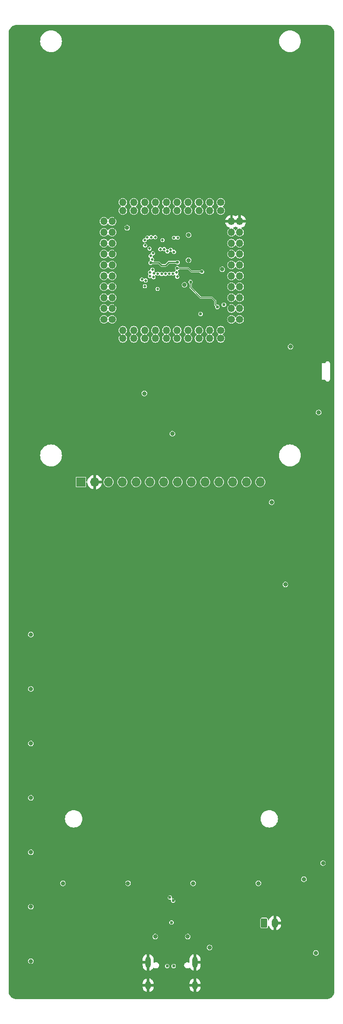
<source format=gbr>
%TF.GenerationSoftware,KiCad,Pcbnew,7.0.5*%
%TF.CreationDate,2023-07-27T14:44:28-03:00*%
%TF.ProjectId,Open_Machinist_Calculator,4f70656e-5f4d-4616-9368-696e6973745f,rev?*%
%TF.SameCoordinates,Original*%
%TF.FileFunction,Copper,L2,Inr*%
%TF.FilePolarity,Positive*%
%FSLAX46Y46*%
G04 Gerber Fmt 4.6, Leading zero omitted, Abs format (unit mm)*
G04 Created by KiCad (PCBNEW 7.0.5) date 2023-07-27 14:44:28*
%MOMM*%
%LPD*%
G01*
G04 APERTURE LIST*
G04 Aperture macros list*
%AMRoundRect*
0 Rectangle with rounded corners*
0 $1 Rounding radius*
0 $2 $3 $4 $5 $6 $7 $8 $9 X,Y pos of 4 corners*
0 Add a 4 corners polygon primitive as box body*
4,1,4,$2,$3,$4,$5,$6,$7,$8,$9,$2,$3,0*
0 Add four circle primitives for the rounded corners*
1,1,$1+$1,$2,$3*
1,1,$1+$1,$4,$5*
1,1,$1+$1,$6,$7*
1,1,$1+$1,$8,$9*
0 Add four rect primitives between the rounded corners*
20,1,$1+$1,$2,$3,$4,$5,0*
20,1,$1+$1,$4,$5,$6,$7,0*
20,1,$1+$1,$6,$7,$8,$9,0*
20,1,$1+$1,$8,$9,$2,$3,0*%
G04 Aperture macros list end*
%TA.AperFunction,ComponentPad*%
%ADD10R,1.700000X1.700000*%
%TD*%
%TA.AperFunction,ComponentPad*%
%ADD11O,1.700000X1.700000*%
%TD*%
%TA.AperFunction,ComponentPad*%
%ADD12C,1.350000*%
%TD*%
%TA.AperFunction,ComponentPad*%
%ADD13O,1.350000X1.350000*%
%TD*%
%TA.AperFunction,ComponentPad*%
%ADD14RoundRect,0.250000X-0.350000X-0.625000X0.350000X-0.625000X0.350000X0.625000X-0.350000X0.625000X0*%
%TD*%
%TA.AperFunction,ComponentPad*%
%ADD15O,1.200000X1.750000*%
%TD*%
%TA.AperFunction,ComponentPad*%
%ADD16O,1.000000X1.600000*%
%TD*%
%TA.AperFunction,ComponentPad*%
%ADD17O,1.000000X2.100000*%
%TD*%
%TA.AperFunction,ViaPad*%
%ADD18C,0.800000*%
%TD*%
%TA.AperFunction,ViaPad*%
%ADD19C,0.500000*%
%TD*%
%TA.AperFunction,ViaPad*%
%ADD20C,0.600000*%
%TD*%
%TA.AperFunction,Conductor*%
%ADD21C,0.250000*%
%TD*%
%TA.AperFunction,Conductor*%
%ADD22C,0.150000*%
%TD*%
G04 APERTURE END LIST*
D10*
%TO.N,VDC*%
%TO.C,J3*%
X89325000Y-127975000D03*
D11*
%TO.N,GND*%
X91865000Y-127975000D03*
%TO.N,CS*%
X94405000Y-127975000D03*
%TO.N,RESET*%
X96945000Y-127975000D03*
%TO.N,DC*%
X99485000Y-127975000D03*
%TO.N,SDI(MISO)*%
X102025000Y-127975000D03*
%TO.N,SCK*%
X104565000Y-127975000D03*
%TO.N,LED*%
X107105000Y-127975000D03*
%TO.N,SDO(MISO)*%
X109645000Y-127975000D03*
%TO.N,T_CLK*%
X112185000Y-127975000D03*
%TO.N,T_CS*%
X114725000Y-127975000D03*
%TO.N,T_DIN*%
X117265000Y-127975000D03*
%TO.N,T_DO*%
X119805000Y-127975000D03*
%TO.N,T_IRQ*%
X122345000Y-127975000D03*
%TD*%
D12*
%TO.N,DC*%
%TO.C,J7*%
X93550000Y-98099994D03*
X95050000Y-98099994D03*
D13*
%TO.N,RESET*%
X93550000Y-96099994D03*
X95050000Y-96099994D03*
%TO.N,SDO(MISO)*%
X93550000Y-94099994D03*
X95050000Y-94099994D03*
%TO.N,CS*%
X93550000Y-92099994D03*
X95050000Y-92099994D03*
%TO.N,SCK*%
X93550000Y-90099994D03*
X95050000Y-90099994D03*
%TO.N,SDI(MISO)*%
X93550000Y-88099994D03*
X95050000Y-88099994D03*
%TO.N,ROW3*%
X93550000Y-86099994D03*
X95050000Y-86099994D03*
%TO.N,ROW4*%
X93550000Y-84099994D03*
X95050000Y-84099994D03*
%TO.N,ROW5*%
X93550000Y-82099994D03*
X95050000Y-82099994D03*
%TO.N,ROW6*%
X93550000Y-80099994D03*
X95050000Y-80099994D03*
%TD*%
D14*
%TO.N,VBAT*%
%TO.C,J2*%
X123050000Y-208987500D03*
D15*
%TO.N,GND*%
X125050000Y-208987500D03*
%TD*%
D12*
%TO.N,ADC_BAT*%
%TO.C,J6*%
X115050000Y-78099994D03*
X115050000Y-76599994D03*
D13*
%TO.N,/MCU/GPIO28*%
X113050000Y-78099994D03*
X113050000Y-76599994D03*
%TO.N,/MCU/GPIO27*%
X111050000Y-78099994D03*
X111050000Y-76599994D03*
%TO.N,/MCU/GPIO26*%
X109050000Y-78099994D03*
X109050000Y-76599994D03*
%TO.N,COL1*%
X107050000Y-78099994D03*
X107050000Y-76599994D03*
%TO.N,COL2*%
X105050000Y-78099994D03*
X105050000Y-76599994D03*
%TO.N,COL3*%
X103050000Y-78099994D03*
X103050000Y-76599994D03*
%TO.N,ROW9*%
X101050000Y-78099994D03*
X101050000Y-76599994D03*
%TO.N,ROW8*%
X99050000Y-78099994D03*
X99050000Y-76599994D03*
%TO.N,ROW7*%
X97050000Y-78099994D03*
X97050000Y-76599994D03*
%TD*%
D12*
%TO.N,ROW1*%
%TO.C,J5*%
X115050000Y-101599994D03*
X115050000Y-100099994D03*
D13*
%TO.N,COL5*%
X113050000Y-101599994D03*
X113050000Y-100099994D03*
%TO.N,ROW2*%
X111050000Y-101599994D03*
X111050000Y-100099994D03*
%TO.N,COL4*%
X109050000Y-101599994D03*
X109050000Y-100099994D03*
%TO.N,T_DO*%
X107050000Y-101599994D03*
X107050000Y-100099994D03*
%TO.N,T_CS*%
X105050000Y-101599994D03*
X105050000Y-100099994D03*
%TO.N,T_CLK*%
X103050000Y-101599994D03*
X103050000Y-100099994D03*
%TO.N,T_DIN*%
X101050000Y-101599994D03*
X101050000Y-100099994D03*
%TO.N,T_IRQ*%
X99050000Y-101599994D03*
X99050000Y-100099994D03*
%TO.N,/MCU/GPIO9*%
X97050000Y-101599994D03*
X97050000Y-100099994D03*
%TD*%
D16*
%TO.N,GND*%
%TO.C,J1*%
X110340000Y-220420000D03*
D17*
X110340000Y-216240000D03*
D16*
X101700000Y-220420000D03*
D17*
X101700000Y-216240000D03*
%TD*%
D12*
%TO.N,USBBOOT*%
%TO.C,J4*%
X117050000Y-98099994D03*
X118550000Y-98099994D03*
D13*
%TO.N,/MCU/~{RESET}*%
X117050000Y-96099994D03*
X118550000Y-96099994D03*
%TO.N,/MCU/SWCLK*%
X117050000Y-94099994D03*
X118550000Y-94099994D03*
%TO.N,/MCU/SWDIO*%
X117050000Y-92099994D03*
X118550000Y-92099994D03*
%TO.N,D+*%
X117050000Y-90099994D03*
X118550000Y-90099994D03*
%TO.N,D-*%
X117050000Y-88099994D03*
X118550000Y-88099994D03*
%TO.N,VDC*%
X117050000Y-86099994D03*
X118550000Y-86099994D03*
%TO.N,+5V*%
X117050000Y-84099994D03*
X118550000Y-84099994D03*
%TO.N,VBAT*%
X117050000Y-82099994D03*
X118550000Y-82099994D03*
%TO.N,GND*%
X117050000Y-80099994D03*
X118550000Y-80099994D03*
%TD*%
D18*
%TO.N,VDC*%
X106155000Y-119100000D03*
D19*
%TO.N,COL1*%
X105250000Y-85599994D03*
D18*
X86000000Y-201700000D03*
%TO.N,COL4*%
X124435000Y-131700000D03*
X122000000Y-201700000D03*
D19*
X105600000Y-89699994D03*
%TO.N,COL5*%
X106900000Y-89499994D03*
D18*
X133900000Y-198000000D03*
D19*
%TO.N,COL2*%
X104650000Y-85199994D03*
D18*
X98000000Y-201700000D03*
%TO.N,COL3*%
X110000000Y-201700000D03*
D19*
X104350000Y-83524994D03*
%TO.N,ROW1*%
X107060876Y-90260870D03*
D18*
%TO.N,ROW2*%
X126975000Y-146800000D03*
D19*
X106250000Y-89699994D03*
%TO.N,ROW3*%
X101950000Y-85099994D03*
D18*
X80100000Y-156000000D03*
D19*
%TO.N,ROW4*%
X101150000Y-84499994D03*
D18*
X80100000Y-166000000D03*
D19*
%TO.N,ROW5*%
X101050000Y-83549994D03*
D18*
X80100000Y-176000000D03*
D19*
%TO.N,ROW6*%
X101550000Y-83049994D03*
D18*
X80100000Y-186000000D03*
D19*
%TO.N,ROW7*%
X102250000Y-82999994D03*
D18*
X80100000Y-196000000D03*
%TO.N,ROW8*%
X80100000Y-206000000D03*
D19*
X103000000Y-82999994D03*
%TO.N,ROW9*%
X103950000Y-85199994D03*
D18*
X80100000Y-216000000D03*
D20*
%TO.N,GND*%
X111735000Y-208000000D03*
X107300000Y-95199994D03*
X103150000Y-95399994D03*
X111550000Y-91099994D03*
X109450000Y-95199994D03*
X115450000Y-93099994D03*
X114174265Y-81775729D03*
X109850000Y-97099994D03*
X112800000Y-91099994D03*
X114050000Y-93099994D03*
X110850000Y-87349994D03*
X105550000Y-88699994D03*
X112800000Y-93099994D03*
X102650000Y-92199994D03*
X111450000Y-95399994D03*
X103550000Y-88699994D03*
X114050000Y-91099994D03*
X109175000Y-80574994D03*
X111550000Y-93099994D03*
X103550000Y-86849994D03*
X104500000Y-81149994D03*
X103250000Y-93299994D03*
X105550000Y-86849994D03*
X112400000Y-84849994D03*
X104550000Y-87599994D03*
X115450000Y-91099994D03*
X100000000Y-90249994D03*
D18*
%TO.N,/USB-C connector/VUSB_RAW*%
X109000000Y-211500000D03*
X113000000Y-213500000D03*
X103000000Y-211500000D03*
D20*
X106000000Y-208900000D03*
D19*
%TO.N,CS*%
X102050000Y-90149994D03*
%TO.N,RESET*%
X101250000Y-90949994D03*
%TO.N,DC*%
X101100000Y-91999994D03*
%TO.N,SDI(MISO)*%
X102500000Y-88949994D03*
%TO.N,SCK*%
X102050000Y-89449994D03*
%TO.N,SDO(MISO)*%
X100550000Y-90749994D03*
%TO.N,T_CLK*%
X103500000Y-89699994D03*
%TO.N,T_CS*%
X104200000Y-89749994D03*
%TO.N,T_DIN*%
X102771114Y-89657766D03*
D18*
X101000000Y-111700000D03*
D19*
%TO.N,T_DO*%
X104900000Y-89749994D03*
%TO.N,T_IRQ*%
X103450000Y-92499994D03*
%TO.N,ADC_BAT*%
X107150000Y-83099994D03*
D18*
X132600000Y-214500000D03*
D20*
%TO.N,D-*%
X106300521Y-204900521D03*
%TO.N,D+*%
X105699479Y-204299479D03*
D18*
%TO.N,+5V*%
X133100000Y-115200000D03*
%TO.N,VBAT*%
X127900000Y-103100000D03*
D20*
%TO.N,Net-(U3-VREG_VOUT)*%
X107110680Y-87607858D03*
X102150000Y-87699994D03*
%TO.N,Net-(J1-DP1)*%
X105200000Y-216900000D03*
X106400000Y-216900000D03*
D19*
%TO.N,/MCU/~{RESET}*%
X102581302Y-85944873D03*
D20*
X111350000Y-97099994D03*
D19*
%TO.N,/MCU/SWCLK*%
X102419232Y-87053837D03*
%TO.N,/MCU/SWDIO*%
X102169730Y-86447972D03*
%TO.N,/MCU/GPIO28*%
X106450000Y-83099994D03*
%TO.N,/MCU/GPIO27*%
X106450000Y-85699994D03*
%TO.N,/MCU/GPIO26*%
X105850000Y-85299994D03*
D20*
%TO.N,/MCU/~{QSPI_CS}*%
X109525000Y-91199994D03*
X114462500Y-95812494D03*
%TO.N,/MCU/QSPI_SCLK*%
X107050000Y-88699994D03*
X111600000Y-89324994D03*
D18*
%TO.N,VDC*%
X109150000Y-87224994D03*
X97829977Y-81279971D03*
X115350000Y-88899994D03*
X109157966Y-82599994D03*
D20*
X115650000Y-95399994D03*
D18*
X108400000Y-91749994D03*
X130370000Y-200960000D03*
D19*
%TO.N,/MCU/GPIO9*%
X102700000Y-90349994D03*
%TD*%
D21*
%TO.N,Net-(U3-VREG_VOUT)*%
X103650000Y-87699994D02*
X102150000Y-87699994D01*
X104901017Y-88199994D02*
X104150000Y-88199994D01*
X105493153Y-87607858D02*
X104901017Y-88199994D01*
X107110680Y-87607858D02*
X105493153Y-87607858D01*
X104150000Y-88199994D02*
X103650000Y-87699994D01*
D22*
%TO.N,/MCU/~{QSPI_CS}*%
X111350000Y-94099994D02*
X113450000Y-94099994D01*
X113450000Y-94099994D02*
X114050000Y-94699994D01*
X114050000Y-94699994D02*
X114050000Y-95399994D01*
X109525000Y-91199994D02*
X109525000Y-92274994D01*
X114050000Y-95399994D02*
X114462500Y-95812494D01*
X109525000Y-92274994D02*
X111350000Y-94099994D01*
%TO.N,/MCU/QSPI_SCLK*%
X107050000Y-88699994D02*
X109050000Y-88699994D01*
X109675000Y-89324994D02*
X111600000Y-89324994D01*
X109050000Y-88699994D02*
X109675000Y-89324994D01*
%TD*%
%TA.AperFunction,Conductor*%
%TO.N,GND*%
G36*
X118090507Y-79890150D02*
G01*
X118050000Y-80028105D01*
X118050000Y-80171883D01*
X118090507Y-80309838D01*
X118116314Y-80349994D01*
X117483686Y-80349994D01*
X117509493Y-80309838D01*
X117550000Y-80171883D01*
X117550000Y-80028105D01*
X117509493Y-79890150D01*
X117483686Y-79849994D01*
X118116314Y-79849994D01*
X118090507Y-79890150D01*
G37*
%TD.AperFunction*%
%TA.AperFunction,Conductor*%
G36*
X134502208Y-44000657D02*
G01*
X134569665Y-44005482D01*
X134716644Y-44017049D01*
X134724933Y-44018271D01*
X134819165Y-44038770D01*
X134820341Y-44039039D01*
X134936225Y-44066860D01*
X134943401Y-44069051D01*
X135038779Y-44104625D01*
X135040707Y-44105385D01*
X135145857Y-44148939D01*
X135151847Y-44151805D01*
X135242937Y-44201543D01*
X135245580Y-44203073D01*
X135340903Y-44261488D01*
X135345643Y-44264705D01*
X135429440Y-44327435D01*
X135432520Y-44329898D01*
X135516937Y-44401997D01*
X135520513Y-44405303D01*
X135594695Y-44479485D01*
X135598001Y-44483061D01*
X135670094Y-44567471D01*
X135672576Y-44570574D01*
X135735289Y-44654349D01*
X135738521Y-44659111D01*
X135796910Y-44754393D01*
X135798463Y-44757076D01*
X135848193Y-44848151D01*
X135851059Y-44854141D01*
X135894592Y-44959237D01*
X135895403Y-44961297D01*
X135930942Y-45056582D01*
X135933140Y-45063782D01*
X135960948Y-45179610D01*
X135961244Y-45180904D01*
X135981723Y-45275044D01*
X135982950Y-45283368D01*
X135994519Y-45430374D01*
X135998611Y-45487577D01*
X135998874Y-45491254D01*
X135999342Y-45497788D01*
X135999500Y-45502213D01*
X135999500Y-221497786D01*
X135999342Y-221502212D01*
X135994519Y-221569624D01*
X135982950Y-221716632D01*
X135981723Y-221724956D01*
X135961249Y-221819072D01*
X135960953Y-221820366D01*
X135933140Y-221936216D01*
X135930942Y-221943416D01*
X135895403Y-222038701D01*
X135894592Y-222040761D01*
X135851059Y-222145857D01*
X135848193Y-222151847D01*
X135798463Y-222242922D01*
X135796910Y-222245605D01*
X135738521Y-222340887D01*
X135735289Y-222345649D01*
X135672576Y-222429424D01*
X135670087Y-222432536D01*
X135598001Y-222516937D01*
X135594695Y-222520513D01*
X135520513Y-222594695D01*
X135516937Y-222598001D01*
X135432536Y-222670087D01*
X135429424Y-222672576D01*
X135345649Y-222735289D01*
X135340887Y-222738521D01*
X135245605Y-222796910D01*
X135242922Y-222798463D01*
X135151847Y-222848193D01*
X135145857Y-222851059D01*
X135040761Y-222894592D01*
X135038701Y-222895403D01*
X134943416Y-222930942D01*
X134936216Y-222933140D01*
X134820366Y-222960953D01*
X134819072Y-222961249D01*
X134724956Y-222981723D01*
X134716632Y-222982950D01*
X134569624Y-222994519D01*
X134511459Y-222998680D01*
X134502206Y-222999342D01*
X134497786Y-222999500D01*
X77502214Y-222999500D01*
X77497792Y-222999342D01*
X77491088Y-222998862D01*
X77430375Y-222994519D01*
X77283366Y-222982950D01*
X77275042Y-222981723D01*
X77180926Y-222961249D01*
X77179632Y-222960953D01*
X77063782Y-222933140D01*
X77056582Y-222930942D01*
X76999050Y-222909484D01*
X76961278Y-222895395D01*
X76959237Y-222894592D01*
X76854141Y-222851059D01*
X76848151Y-222848193D01*
X76757076Y-222798463D01*
X76754393Y-222796910D01*
X76659106Y-222738517D01*
X76654349Y-222735289D01*
X76570574Y-222672576D01*
X76567471Y-222670094D01*
X76483061Y-222598001D01*
X76479485Y-222594695D01*
X76405303Y-222520513D01*
X76401997Y-222516937D01*
X76329898Y-222432520D01*
X76327435Y-222429440D01*
X76264705Y-222345643D01*
X76261488Y-222340903D01*
X76203073Y-222245580D01*
X76201535Y-222242922D01*
X76151805Y-222151847D01*
X76148939Y-222145857D01*
X76105385Y-222040707D01*
X76104625Y-222038779D01*
X76069051Y-221943401D01*
X76066860Y-221936225D01*
X76039039Y-221820341D01*
X76038770Y-221819165D01*
X76018271Y-221724933D01*
X76017049Y-221716644D01*
X76005482Y-221569665D01*
X76000658Y-221502209D01*
X76000500Y-221497786D01*
X76000500Y-220770713D01*
X100700000Y-220770713D01*
X100715418Y-220922338D01*
X100776299Y-221116381D01*
X100776304Y-221116391D01*
X100875005Y-221294215D01*
X100875005Y-221294216D01*
X101007478Y-221448530D01*
X101007479Y-221448531D01*
X101168304Y-221573018D01*
X101350907Y-221662589D01*
X101450000Y-221688244D01*
X101450000Y-220886110D01*
X101474457Y-220925610D01*
X101563962Y-220993201D01*
X101671840Y-221023895D01*
X101783521Y-221013546D01*
X101883922Y-220963552D01*
X101950000Y-220891069D01*
X101950000Y-221693366D01*
X101951944Y-221693069D01*
X101951945Y-221693069D01*
X102142660Y-221622436D01*
X102142664Y-221622434D01*
X102315267Y-221514850D01*
X102462668Y-221374735D01*
X102462669Y-221374733D01*
X102578856Y-221207804D01*
X102659059Y-221020907D01*
X102700000Y-220821690D01*
X102700000Y-220770713D01*
X109340000Y-220770713D01*
X109355418Y-220922338D01*
X109416299Y-221116381D01*
X109416304Y-221116391D01*
X109515005Y-221294215D01*
X109515005Y-221294216D01*
X109647478Y-221448530D01*
X109647479Y-221448531D01*
X109808304Y-221573018D01*
X109990907Y-221662589D01*
X110090000Y-221688244D01*
X110090000Y-220886110D01*
X110114457Y-220925610D01*
X110203962Y-220993201D01*
X110311840Y-221023895D01*
X110423521Y-221013546D01*
X110523922Y-220963552D01*
X110590000Y-220891069D01*
X110590000Y-221693366D01*
X110591944Y-221693069D01*
X110591945Y-221693069D01*
X110782660Y-221622436D01*
X110782664Y-221622434D01*
X110955267Y-221514850D01*
X111102668Y-221374735D01*
X111102669Y-221374733D01*
X111218856Y-221207804D01*
X111299059Y-221020907D01*
X111340000Y-220821690D01*
X111340000Y-220670000D01*
X110640000Y-220670000D01*
X110640000Y-220170000D01*
X111340000Y-220170000D01*
X111340000Y-220069286D01*
X111324581Y-219917661D01*
X111263700Y-219723618D01*
X111263695Y-219723608D01*
X111164994Y-219545784D01*
X111164994Y-219545783D01*
X111032521Y-219391469D01*
X111032520Y-219391468D01*
X110871695Y-219266981D01*
X110689093Y-219177411D01*
X110590000Y-219151753D01*
X110590000Y-219953889D01*
X110565543Y-219914390D01*
X110476038Y-219846799D01*
X110368160Y-219816105D01*
X110256479Y-219826454D01*
X110156078Y-219876448D01*
X110090000Y-219948930D01*
X110090000Y-219146633D01*
X110088053Y-219146931D01*
X110088047Y-219146933D01*
X109897342Y-219217562D01*
X109897335Y-219217565D01*
X109724732Y-219325149D01*
X109577331Y-219465264D01*
X109577330Y-219465266D01*
X109461143Y-219632195D01*
X109380940Y-219819092D01*
X109340000Y-220018309D01*
X109340000Y-220170000D01*
X110040000Y-220170000D01*
X110040000Y-220670000D01*
X109340000Y-220670000D01*
X109340000Y-220770713D01*
X102700000Y-220770713D01*
X102700000Y-220670000D01*
X102000000Y-220670000D01*
X102000000Y-220170000D01*
X102700000Y-220170000D01*
X102700000Y-220069286D01*
X102684581Y-219917661D01*
X102623700Y-219723618D01*
X102623695Y-219723608D01*
X102524994Y-219545784D01*
X102524994Y-219545783D01*
X102392521Y-219391469D01*
X102392520Y-219391468D01*
X102231695Y-219266981D01*
X102049093Y-219177411D01*
X101950000Y-219151753D01*
X101950000Y-219953889D01*
X101925543Y-219914390D01*
X101836038Y-219846799D01*
X101728160Y-219816105D01*
X101616479Y-219826454D01*
X101516078Y-219876448D01*
X101450000Y-219948930D01*
X101450000Y-219146633D01*
X101448053Y-219146931D01*
X101448047Y-219146933D01*
X101257342Y-219217562D01*
X101257335Y-219217565D01*
X101084732Y-219325149D01*
X100937331Y-219465264D01*
X100937330Y-219465266D01*
X100821143Y-219632195D01*
X100740940Y-219819092D01*
X100700000Y-220018309D01*
X100700000Y-220170000D01*
X101400000Y-220170000D01*
X101400000Y-220670000D01*
X100700000Y-220670000D01*
X100700000Y-220770713D01*
X76000500Y-220770713D01*
X76000500Y-216840713D01*
X100700000Y-216840713D01*
X100715418Y-216992338D01*
X100776299Y-217186381D01*
X100776304Y-217186391D01*
X100875005Y-217364215D01*
X100875005Y-217364216D01*
X101007478Y-217518530D01*
X101007479Y-217518531D01*
X101168304Y-217643018D01*
X101350907Y-217732589D01*
X101450000Y-217758244D01*
X101450000Y-216956110D01*
X101474457Y-216995610D01*
X101563962Y-217063201D01*
X101671840Y-217093895D01*
X101783521Y-217083546D01*
X101883922Y-217033552D01*
X101950000Y-216961069D01*
X101950000Y-217763366D01*
X101951944Y-217763069D01*
X101951945Y-217763069D01*
X102142660Y-217692436D01*
X102142664Y-217692434D01*
X102315267Y-217584850D01*
X102462668Y-217444735D01*
X102462669Y-217444733D01*
X102578855Y-217277806D01*
X102582234Y-217269931D01*
X102626758Y-217216084D01*
X102693325Y-217194857D01*
X102760801Y-217212988D01*
X102771663Y-217220440D01*
X102839767Y-217272698D01*
X102979764Y-217330687D01*
X103092280Y-217345500D01*
X103092287Y-217345500D01*
X103167713Y-217345500D01*
X103167720Y-217345500D01*
X103280236Y-217330687D01*
X103420233Y-217272698D01*
X103540451Y-217180451D01*
X103632698Y-217060233D01*
X103690687Y-216920236D01*
X103693351Y-216900003D01*
X104794508Y-216900003D01*
X104814352Y-217025300D01*
X104814352Y-217025301D01*
X104832149Y-217060229D01*
X104871950Y-217138342D01*
X104871952Y-217138344D01*
X104871954Y-217138347D01*
X104961652Y-217228045D01*
X104961654Y-217228046D01*
X104961658Y-217228050D01*
X105074696Y-217285646D01*
X105074697Y-217285646D01*
X105074699Y-217285647D01*
X105199997Y-217305492D01*
X105200000Y-217305492D01*
X105200003Y-217305492D01*
X105325300Y-217285647D01*
X105325301Y-217285647D01*
X105325302Y-217285646D01*
X105325304Y-217285646D01*
X105438342Y-217228050D01*
X105528050Y-217138342D01*
X105585646Y-217025304D01*
X105585646Y-217025302D01*
X105585647Y-217025301D01*
X105585647Y-217025300D01*
X105605492Y-216900003D01*
X105994508Y-216900003D01*
X106014352Y-217025300D01*
X106014352Y-217025301D01*
X106032149Y-217060229D01*
X106071950Y-217138342D01*
X106071952Y-217138344D01*
X106071954Y-217138347D01*
X106161652Y-217228045D01*
X106161654Y-217228046D01*
X106161658Y-217228050D01*
X106274696Y-217285646D01*
X106274697Y-217285646D01*
X106274699Y-217285647D01*
X106399997Y-217305492D01*
X106400000Y-217305492D01*
X106400003Y-217305492D01*
X106525300Y-217285647D01*
X106525301Y-217285647D01*
X106525302Y-217285646D01*
X106525304Y-217285646D01*
X106638342Y-217228050D01*
X106728050Y-217138342D01*
X106785646Y-217025304D01*
X106785646Y-217025302D01*
X106785647Y-217025301D01*
X106785647Y-217025300D01*
X106805492Y-216900003D01*
X106805492Y-216899996D01*
X106785647Y-216774699D01*
X106785647Y-216774698D01*
X106783254Y-216770000D01*
X108329533Y-216770000D01*
X108349312Y-216920234D01*
X108349313Y-216920236D01*
X108392832Y-217025301D01*
X108407302Y-217060233D01*
X108499549Y-217180451D01*
X108619767Y-217272698D01*
X108759764Y-217330687D01*
X108872280Y-217345500D01*
X108872287Y-217345500D01*
X108947713Y-217345500D01*
X108947720Y-217345500D01*
X109060236Y-217330687D01*
X109200233Y-217272698D01*
X109271256Y-217218199D01*
X109336425Y-217193006D01*
X109404869Y-217207044D01*
X109454859Y-217255858D01*
X109455161Y-217256398D01*
X109515005Y-217364215D01*
X109515005Y-217364216D01*
X109647478Y-217518530D01*
X109647479Y-217518531D01*
X109808304Y-217643018D01*
X109990907Y-217732589D01*
X110090000Y-217758244D01*
X110089999Y-216956110D01*
X110114457Y-216995610D01*
X110203962Y-217063201D01*
X110311840Y-217093895D01*
X110423521Y-217083546D01*
X110523922Y-217033552D01*
X110590000Y-216961069D01*
X110590000Y-217763366D01*
X110591944Y-217763069D01*
X110591945Y-217763069D01*
X110782660Y-217692436D01*
X110782664Y-217692434D01*
X110955267Y-217584850D01*
X111102668Y-217444735D01*
X111102669Y-217444733D01*
X111218856Y-217277804D01*
X111299059Y-217090907D01*
X111340000Y-216891690D01*
X111340000Y-216490000D01*
X110640000Y-216490000D01*
X110640000Y-215990000D01*
X111340000Y-215990000D01*
X111340000Y-215639286D01*
X111324581Y-215487661D01*
X111263700Y-215293618D01*
X111263695Y-215293608D01*
X111164994Y-215115784D01*
X111164994Y-215115783D01*
X111032521Y-214961469D01*
X111032520Y-214961468D01*
X110871695Y-214836981D01*
X110689093Y-214747411D01*
X110590000Y-214721753D01*
X110590000Y-215523889D01*
X110565543Y-215484390D01*
X110476038Y-215416799D01*
X110368160Y-215386105D01*
X110256479Y-215396454D01*
X110156078Y-215446448D01*
X110089999Y-215518930D01*
X110090000Y-214716633D01*
X110088053Y-214716931D01*
X110088047Y-214716933D01*
X109897342Y-214787562D01*
X109897335Y-214787565D01*
X109724732Y-214895149D01*
X109577331Y-215035264D01*
X109577330Y-215035266D01*
X109461143Y-215202195D01*
X109380940Y-215389092D01*
X109339999Y-215588309D01*
X109339999Y-216139615D01*
X109320314Y-216206655D01*
X109267510Y-216252409D01*
X109198352Y-216262353D01*
X109168547Y-216254176D01*
X109060239Y-216209314D01*
X109060237Y-216209313D01*
X109060236Y-216209313D01*
X109046171Y-216207461D01*
X108947727Y-216194500D01*
X108947720Y-216194500D01*
X108872280Y-216194500D01*
X108872272Y-216194500D01*
X108759764Y-216209313D01*
X108759763Y-216209313D01*
X108619770Y-216267300D01*
X108619767Y-216267301D01*
X108619767Y-216267302D01*
X108499549Y-216359549D01*
X108407300Y-216479770D01*
X108349313Y-216619763D01*
X108349312Y-216619765D01*
X108329533Y-216769999D01*
X108329533Y-216770000D01*
X106783254Y-216770000D01*
X106783253Y-216769999D01*
X106728050Y-216661658D01*
X106728046Y-216661654D01*
X106728045Y-216661652D01*
X106638347Y-216571954D01*
X106638344Y-216571952D01*
X106638342Y-216571950D01*
X106525304Y-216514354D01*
X106525303Y-216514353D01*
X106525300Y-216514352D01*
X106400003Y-216494508D01*
X106399997Y-216494508D01*
X106274699Y-216514352D01*
X106274698Y-216514352D01*
X106199337Y-216552751D01*
X106161658Y-216571950D01*
X106161656Y-216571951D01*
X106161657Y-216571951D01*
X106161652Y-216571954D01*
X106071954Y-216661652D01*
X106071951Y-216661657D01*
X106014352Y-216774698D01*
X106014352Y-216774699D01*
X105994508Y-216899996D01*
X105994508Y-216900003D01*
X105605492Y-216900003D01*
X105605492Y-216899996D01*
X105585647Y-216774699D01*
X105585647Y-216774698D01*
X105583253Y-216769999D01*
X105528050Y-216661658D01*
X105528046Y-216661654D01*
X105528045Y-216661652D01*
X105438347Y-216571954D01*
X105438344Y-216571952D01*
X105438342Y-216571950D01*
X105325304Y-216514354D01*
X105325303Y-216514353D01*
X105325300Y-216514352D01*
X105200003Y-216494508D01*
X105199997Y-216494508D01*
X105074699Y-216514352D01*
X105074698Y-216514352D01*
X104999337Y-216552751D01*
X104961658Y-216571950D01*
X104961656Y-216571951D01*
X104961657Y-216571951D01*
X104961652Y-216571954D01*
X104871954Y-216661652D01*
X104871951Y-216661657D01*
X104814352Y-216774698D01*
X104814352Y-216774699D01*
X104794508Y-216899996D01*
X104794508Y-216900003D01*
X103693351Y-216900003D01*
X103710466Y-216770000D01*
X103690687Y-216619764D01*
X103632698Y-216479767D01*
X103540451Y-216359549D01*
X103420233Y-216267302D01*
X103420229Y-216267300D01*
X103331069Y-216230369D01*
X103280236Y-216209313D01*
X103266171Y-216207461D01*
X103167727Y-216194500D01*
X103167720Y-216194500D01*
X103092280Y-216194500D01*
X103092272Y-216194500D01*
X102979764Y-216209313D01*
X102979760Y-216209314D01*
X102871452Y-216254176D01*
X102801982Y-216261645D01*
X102739503Y-216230369D01*
X102703852Y-216170280D01*
X102700000Y-216139615D01*
X102700000Y-215639286D01*
X102684581Y-215487661D01*
X102623700Y-215293618D01*
X102623695Y-215293608D01*
X102524994Y-215115784D01*
X102524994Y-215115783D01*
X102392521Y-214961469D01*
X102392520Y-214961468D01*
X102231695Y-214836981D01*
X102049093Y-214747411D01*
X101950000Y-214721753D01*
X101950000Y-215523889D01*
X101925543Y-215484390D01*
X101836038Y-215416799D01*
X101728160Y-215386105D01*
X101616479Y-215396454D01*
X101516078Y-215446448D01*
X101450000Y-215518930D01*
X101450000Y-214716633D01*
X101448053Y-214716931D01*
X101448047Y-214716933D01*
X101257342Y-214787562D01*
X101257335Y-214787565D01*
X101084732Y-214895149D01*
X100937331Y-215035264D01*
X100937330Y-215035266D01*
X100821143Y-215202195D01*
X100740940Y-215389092D01*
X100700000Y-215588309D01*
X100700000Y-215990000D01*
X101400000Y-215990000D01*
X101400000Y-216490000D01*
X100700000Y-216490000D01*
X100700000Y-216840713D01*
X76000500Y-216840713D01*
X76000500Y-215999999D01*
X79594353Y-215999999D01*
X79614834Y-216142456D01*
X79671850Y-216267302D01*
X79674623Y-216273373D01*
X79768872Y-216382143D01*
X79889947Y-216459953D01*
X79889950Y-216459954D01*
X79889949Y-216459954D01*
X80028036Y-216500499D01*
X80028038Y-216500500D01*
X80028039Y-216500500D01*
X80171962Y-216500500D01*
X80171962Y-216500499D01*
X80310053Y-216459953D01*
X80431128Y-216382143D01*
X80525377Y-216273373D01*
X80585165Y-216142457D01*
X80605647Y-216000000D01*
X80585165Y-215857543D01*
X80525377Y-215726627D01*
X80431128Y-215617857D01*
X80310053Y-215540047D01*
X80310051Y-215540046D01*
X80310049Y-215540045D01*
X80310050Y-215540045D01*
X80171963Y-215499500D01*
X80171961Y-215499500D01*
X80028039Y-215499500D01*
X80028036Y-215499500D01*
X79889949Y-215540045D01*
X79768873Y-215617856D01*
X79674623Y-215726626D01*
X79674622Y-215726628D01*
X79614834Y-215857543D01*
X79594353Y-215999999D01*
X76000500Y-215999999D01*
X76000500Y-214500000D01*
X132094353Y-214500000D01*
X132114834Y-214642456D01*
X132162766Y-214747411D01*
X132174623Y-214773373D01*
X132268872Y-214882143D01*
X132389947Y-214959953D01*
X132389950Y-214959954D01*
X132389949Y-214959954D01*
X132528036Y-215000499D01*
X132528038Y-215000500D01*
X132528039Y-215000500D01*
X132671962Y-215000500D01*
X132671962Y-215000499D01*
X132804890Y-214961469D01*
X132810050Y-214959954D01*
X132810050Y-214959953D01*
X132810053Y-214959953D01*
X132931128Y-214882143D01*
X133025377Y-214773373D01*
X133085165Y-214642457D01*
X133105647Y-214500000D01*
X133085165Y-214357543D01*
X133025377Y-214226627D01*
X132931128Y-214117857D01*
X132810053Y-214040047D01*
X132810051Y-214040046D01*
X132810049Y-214040045D01*
X132810050Y-214040045D01*
X132671963Y-213999500D01*
X132671961Y-213999500D01*
X132528039Y-213999500D01*
X132528036Y-213999500D01*
X132389949Y-214040045D01*
X132268873Y-214117856D01*
X132174623Y-214226626D01*
X132174622Y-214226628D01*
X132114834Y-214357543D01*
X132094353Y-214500000D01*
X76000500Y-214500000D01*
X76000500Y-213500000D01*
X112494353Y-213500000D01*
X112514834Y-213642456D01*
X112574622Y-213773371D01*
X112574623Y-213773373D01*
X112668872Y-213882143D01*
X112789947Y-213959953D01*
X112789950Y-213959954D01*
X112789949Y-213959954D01*
X112897107Y-213991417D01*
X112924633Y-213999500D01*
X112928036Y-214000499D01*
X112928038Y-214000500D01*
X112928039Y-214000500D01*
X113071962Y-214000500D01*
X113071962Y-214000499D01*
X113210053Y-213959953D01*
X113331128Y-213882143D01*
X113425377Y-213773373D01*
X113485165Y-213642457D01*
X113505647Y-213500000D01*
X113485165Y-213357543D01*
X113425377Y-213226627D01*
X113331128Y-213117857D01*
X113210053Y-213040047D01*
X113210051Y-213040046D01*
X113210049Y-213040045D01*
X113210050Y-213040045D01*
X113071963Y-212999500D01*
X113071961Y-212999500D01*
X112928039Y-212999500D01*
X112928036Y-212999500D01*
X112789949Y-213040045D01*
X112668873Y-213117856D01*
X112574623Y-213226626D01*
X112574622Y-213226628D01*
X112514834Y-213357543D01*
X112494353Y-213500000D01*
X76000500Y-213500000D01*
X76000500Y-211499999D01*
X102494353Y-211499999D01*
X102514834Y-211642456D01*
X102574622Y-211773371D01*
X102574623Y-211773373D01*
X102668872Y-211882143D01*
X102789947Y-211959953D01*
X102789950Y-211959954D01*
X102789949Y-211959954D01*
X102928036Y-212000499D01*
X102928038Y-212000500D01*
X102928039Y-212000500D01*
X103071962Y-212000500D01*
X103071962Y-212000499D01*
X103210053Y-211959953D01*
X103331128Y-211882143D01*
X103425377Y-211773373D01*
X103485165Y-211642457D01*
X103505647Y-211500000D01*
X108494353Y-211500000D01*
X108514834Y-211642456D01*
X108574622Y-211773371D01*
X108574623Y-211773373D01*
X108668872Y-211882143D01*
X108789947Y-211959953D01*
X108789950Y-211959954D01*
X108789949Y-211959954D01*
X108928036Y-212000499D01*
X108928038Y-212000500D01*
X108928039Y-212000500D01*
X109071962Y-212000500D01*
X109071962Y-212000499D01*
X109210053Y-211959953D01*
X109331128Y-211882143D01*
X109425377Y-211773373D01*
X109485165Y-211642457D01*
X109505647Y-211500000D01*
X109485165Y-211357543D01*
X109425377Y-211226627D01*
X109331128Y-211117857D01*
X109210053Y-211040047D01*
X109210051Y-211040046D01*
X109210049Y-211040045D01*
X109210050Y-211040045D01*
X109071963Y-210999500D01*
X109071961Y-210999500D01*
X108928039Y-210999500D01*
X108928036Y-210999500D01*
X108789949Y-211040045D01*
X108668873Y-211117856D01*
X108574623Y-211226626D01*
X108574622Y-211226628D01*
X108514834Y-211357543D01*
X108494353Y-211500000D01*
X103505647Y-211500000D01*
X103485165Y-211357543D01*
X103425377Y-211226627D01*
X103331128Y-211117857D01*
X103210053Y-211040047D01*
X103210051Y-211040046D01*
X103210049Y-211040045D01*
X103210050Y-211040045D01*
X103071963Y-210999500D01*
X103071961Y-210999500D01*
X102928039Y-210999500D01*
X102928036Y-210999500D01*
X102789949Y-211040045D01*
X102668873Y-211117856D01*
X102574623Y-211226626D01*
X102574622Y-211226628D01*
X102514834Y-211357543D01*
X102494353Y-211499999D01*
X76000500Y-211499999D01*
X76000500Y-209645760D01*
X122349500Y-209645760D01*
X122359426Y-209713891D01*
X122410803Y-209818985D01*
X122493514Y-209901696D01*
X122493515Y-209901696D01*
X122493517Y-209901698D01*
X122598607Y-209953073D01*
X122632673Y-209958036D01*
X122666739Y-209963000D01*
X122666740Y-209963000D01*
X123433261Y-209963000D01*
X123455971Y-209959691D01*
X123501393Y-209953073D01*
X123606483Y-209901698D01*
X123689198Y-209818983D01*
X123740573Y-209713893D01*
X123750500Y-209645760D01*
X123750500Y-209603660D01*
X123770185Y-209536621D01*
X123822989Y-209490866D01*
X123892147Y-209480922D01*
X123955703Y-209509947D01*
X123993477Y-209568725D01*
X123993477Y-209568726D01*
X124024148Y-209673185D01*
X124120413Y-209859914D01*
X124250268Y-210025037D01*
X124250271Y-210025040D01*
X124409030Y-210162605D01*
X124409041Y-210162614D01*
X124590960Y-210267644D01*
X124590967Y-210267647D01*
X124789487Y-210336356D01*
X124800000Y-210337867D01*
X124800000Y-209268117D01*
X124869052Y-209321863D01*
X124987424Y-209362500D01*
X125081073Y-209362500D01*
X125173446Y-209347086D01*
X125283514Y-209287519D01*
X125300000Y-209269610D01*
X125300000Y-210333757D01*
X125411409Y-210306729D01*
X125602507Y-210219459D01*
X125773619Y-210097610D01*
X125773625Y-210097604D01*
X125918592Y-209945567D01*
X126032166Y-209768842D01*
X126110244Y-209573814D01*
X126150000Y-209367537D01*
X126150000Y-209237500D01*
X125329560Y-209237500D01*
X125368278Y-209195441D01*
X125418551Y-209080830D01*
X125428886Y-208956105D01*
X125398163Y-208834781D01*
X125334606Y-208737500D01*
X126150000Y-208737500D01*
X126150000Y-208660101D01*
X126135034Y-208503377D01*
X126135033Y-208503373D01*
X126075850Y-208301813D01*
X125979586Y-208115085D01*
X125849731Y-207949962D01*
X125849728Y-207949959D01*
X125690969Y-207812394D01*
X125690958Y-207812385D01*
X125509039Y-207707355D01*
X125509032Y-207707352D01*
X125310516Y-207638644D01*
X125300000Y-207637132D01*
X125300000Y-208706882D01*
X125230948Y-208653137D01*
X125112576Y-208612500D01*
X125018927Y-208612500D01*
X124926554Y-208627914D01*
X124816486Y-208687481D01*
X124800000Y-208705389D01*
X124800000Y-207641240D01*
X124799999Y-207641240D01*
X124688594Y-207668268D01*
X124688582Y-207668272D01*
X124497497Y-207755537D01*
X124497496Y-207755538D01*
X124326380Y-207877389D01*
X124326374Y-207877395D01*
X124181407Y-208029432D01*
X124067832Y-208206159D01*
X123989617Y-208401530D01*
X123946427Y-208456451D01*
X123880400Y-208479303D01*
X123812500Y-208462830D01*
X123764284Y-208412263D01*
X123750500Y-208355443D01*
X123750500Y-208329239D01*
X123740573Y-208261108D01*
X123740573Y-208261107D01*
X123689198Y-208156017D01*
X123689196Y-208156015D01*
X123689196Y-208156014D01*
X123606485Y-208073303D01*
X123501391Y-208021926D01*
X123433261Y-208012000D01*
X123433260Y-208012000D01*
X122666740Y-208012000D01*
X122666739Y-208012000D01*
X122598608Y-208021926D01*
X122493514Y-208073303D01*
X122410803Y-208156014D01*
X122359426Y-208261108D01*
X122349500Y-208329239D01*
X122349500Y-209645760D01*
X76000500Y-209645760D01*
X76000500Y-208900003D01*
X105594508Y-208900003D01*
X105614352Y-209025300D01*
X105614352Y-209025301D01*
X105614354Y-209025304D01*
X105671950Y-209138342D01*
X105671952Y-209138344D01*
X105671954Y-209138347D01*
X105761652Y-209228045D01*
X105761654Y-209228046D01*
X105761658Y-209228050D01*
X105874696Y-209285646D01*
X105874697Y-209285646D01*
X105874699Y-209285647D01*
X105999997Y-209305492D01*
X106000000Y-209305492D01*
X106000003Y-209305492D01*
X106125300Y-209285647D01*
X106125301Y-209285647D01*
X106125302Y-209285646D01*
X106125304Y-209285646D01*
X106238342Y-209228050D01*
X106328050Y-209138342D01*
X106385646Y-209025304D01*
X106385646Y-209025302D01*
X106385647Y-209025301D01*
X106385647Y-209025300D01*
X106405492Y-208900003D01*
X106405492Y-208899996D01*
X106385647Y-208774699D01*
X106385647Y-208774698D01*
X106385646Y-208774696D01*
X106328050Y-208661658D01*
X106328046Y-208661654D01*
X106328045Y-208661652D01*
X106238347Y-208571954D01*
X106238344Y-208571952D01*
X106238342Y-208571950D01*
X106125304Y-208514354D01*
X106125303Y-208514353D01*
X106125300Y-208514352D01*
X106000003Y-208494508D01*
X105999997Y-208494508D01*
X105874699Y-208514352D01*
X105874698Y-208514352D01*
X105799337Y-208552751D01*
X105761658Y-208571950D01*
X105761656Y-208571951D01*
X105761657Y-208571951D01*
X105761652Y-208571954D01*
X105671954Y-208661652D01*
X105671951Y-208661657D01*
X105671950Y-208661658D01*
X105652751Y-208699337D01*
X105614352Y-208774698D01*
X105614352Y-208774699D01*
X105594508Y-208899996D01*
X105594508Y-208900003D01*
X76000500Y-208900003D01*
X76000500Y-206000000D01*
X79594353Y-206000000D01*
X79614834Y-206142456D01*
X79674622Y-206273371D01*
X79674623Y-206273373D01*
X79768872Y-206382143D01*
X79889947Y-206459953D01*
X79889950Y-206459954D01*
X79889949Y-206459954D01*
X80028036Y-206500499D01*
X80028038Y-206500500D01*
X80028039Y-206500500D01*
X80171962Y-206500500D01*
X80171962Y-206500499D01*
X80310053Y-206459953D01*
X80431128Y-206382143D01*
X80525377Y-206273373D01*
X80585165Y-206142457D01*
X80605647Y-206000000D01*
X80585165Y-205857543D01*
X80525377Y-205726627D01*
X80431128Y-205617857D01*
X80310053Y-205540047D01*
X80310051Y-205540046D01*
X80310049Y-205540045D01*
X80310050Y-205540045D01*
X80171963Y-205499500D01*
X80171961Y-205499500D01*
X80028039Y-205499500D01*
X80028036Y-205499500D01*
X79889949Y-205540045D01*
X79768873Y-205617856D01*
X79674623Y-205726626D01*
X79674622Y-205726628D01*
X79614834Y-205857543D01*
X79594353Y-206000000D01*
X76000500Y-206000000D01*
X76000500Y-204299482D01*
X105293987Y-204299482D01*
X105313831Y-204424779D01*
X105313831Y-204424780D01*
X105313833Y-204424783D01*
X105371429Y-204537821D01*
X105371431Y-204537823D01*
X105371433Y-204537826D01*
X105461131Y-204627524D01*
X105461133Y-204627525D01*
X105461137Y-204627529D01*
X105574175Y-204685125D01*
X105574176Y-204685125D01*
X105574178Y-204685126D01*
X105699476Y-204704971D01*
X105699479Y-204704971D01*
X105699480Y-204704971D01*
X105714763Y-204702550D01*
X105763259Y-204694869D01*
X105832552Y-204703823D01*
X105886004Y-204748819D01*
X105906644Y-204815570D01*
X105905131Y-204836739D01*
X105895029Y-204900523D01*
X105895029Y-204900524D01*
X105914873Y-205025821D01*
X105914873Y-205025822D01*
X105914875Y-205025825D01*
X105972471Y-205138863D01*
X105972473Y-205138865D01*
X105972475Y-205138868D01*
X106062173Y-205228566D01*
X106062175Y-205228567D01*
X106062179Y-205228571D01*
X106175217Y-205286167D01*
X106175218Y-205286167D01*
X106175220Y-205286168D01*
X106300518Y-205306013D01*
X106300521Y-205306013D01*
X106300524Y-205306013D01*
X106425821Y-205286168D01*
X106425822Y-205286168D01*
X106425823Y-205286167D01*
X106425825Y-205286167D01*
X106538863Y-205228571D01*
X106628571Y-205138863D01*
X106686167Y-205025825D01*
X106686167Y-205025823D01*
X106686168Y-205025822D01*
X106686168Y-205025821D01*
X106706013Y-204900524D01*
X106706013Y-204900517D01*
X106686168Y-204775220D01*
X106686168Y-204775219D01*
X106672716Y-204748819D01*
X106628571Y-204662179D01*
X106628567Y-204662175D01*
X106628566Y-204662173D01*
X106538868Y-204572475D01*
X106538865Y-204572473D01*
X106538863Y-204572471D01*
X106425825Y-204514875D01*
X106425824Y-204514874D01*
X106425821Y-204514873D01*
X106300524Y-204495029D01*
X106300522Y-204495029D01*
X106300521Y-204495029D01*
X106236739Y-204505131D01*
X106167446Y-204496175D01*
X106113994Y-204451178D01*
X106093355Y-204384427D01*
X106094868Y-204363263D01*
X106104971Y-204299479D01*
X106104970Y-204299476D01*
X106104971Y-204299475D01*
X106085126Y-204174178D01*
X106085126Y-204174177D01*
X106085125Y-204174175D01*
X106027529Y-204061137D01*
X106027525Y-204061133D01*
X106027524Y-204061131D01*
X105937826Y-203971433D01*
X105937823Y-203971431D01*
X105937821Y-203971429D01*
X105824783Y-203913833D01*
X105824782Y-203913832D01*
X105824779Y-203913831D01*
X105699482Y-203893987D01*
X105699476Y-203893987D01*
X105574178Y-203913831D01*
X105574177Y-203913831D01*
X105498816Y-203952230D01*
X105461137Y-203971429D01*
X105461136Y-203971429D01*
X105461136Y-203971430D01*
X105461131Y-203971433D01*
X105371433Y-204061131D01*
X105371430Y-204061136D01*
X105313831Y-204174177D01*
X105313831Y-204174178D01*
X105293987Y-204299475D01*
X105293987Y-204299482D01*
X76000500Y-204299482D01*
X76000500Y-201699999D01*
X85494353Y-201699999D01*
X85514834Y-201842456D01*
X85574622Y-201973371D01*
X85574623Y-201973373D01*
X85668872Y-202082143D01*
X85789947Y-202159953D01*
X85789950Y-202159954D01*
X85789949Y-202159954D01*
X85928036Y-202200499D01*
X85928038Y-202200500D01*
X85928039Y-202200500D01*
X86071962Y-202200500D01*
X86071962Y-202200499D01*
X86210053Y-202159953D01*
X86331128Y-202082143D01*
X86425377Y-201973373D01*
X86485165Y-201842457D01*
X86505647Y-201700000D01*
X97494353Y-201700000D01*
X97514834Y-201842456D01*
X97574622Y-201973371D01*
X97574623Y-201973373D01*
X97668872Y-202082143D01*
X97789947Y-202159953D01*
X97789950Y-202159954D01*
X97789949Y-202159954D01*
X97928036Y-202200499D01*
X97928038Y-202200500D01*
X97928039Y-202200500D01*
X98071962Y-202200500D01*
X98071962Y-202200499D01*
X98210053Y-202159953D01*
X98331128Y-202082143D01*
X98425377Y-201973373D01*
X98485165Y-201842457D01*
X98505647Y-201700000D01*
X98505647Y-201699999D01*
X109494353Y-201699999D01*
X109514834Y-201842456D01*
X109574622Y-201973371D01*
X109574623Y-201973373D01*
X109668872Y-202082143D01*
X109789947Y-202159953D01*
X109789950Y-202159954D01*
X109789949Y-202159954D01*
X109928036Y-202200499D01*
X109928038Y-202200500D01*
X109928039Y-202200500D01*
X110071962Y-202200500D01*
X110071962Y-202200499D01*
X110210053Y-202159953D01*
X110331128Y-202082143D01*
X110425377Y-201973373D01*
X110485165Y-201842457D01*
X110505647Y-201700000D01*
X121494353Y-201700000D01*
X121514834Y-201842456D01*
X121574622Y-201973371D01*
X121574623Y-201973373D01*
X121668872Y-202082143D01*
X121789947Y-202159953D01*
X121789950Y-202159954D01*
X121789949Y-202159954D01*
X121928036Y-202200499D01*
X121928038Y-202200500D01*
X121928039Y-202200500D01*
X122071962Y-202200500D01*
X122071962Y-202200499D01*
X122210053Y-202159953D01*
X122331128Y-202082143D01*
X122425377Y-201973373D01*
X122485165Y-201842457D01*
X122505647Y-201700000D01*
X122485165Y-201557543D01*
X122425377Y-201426627D01*
X122331128Y-201317857D01*
X122210053Y-201240047D01*
X122210051Y-201240046D01*
X122210049Y-201240045D01*
X122210050Y-201240045D01*
X122071963Y-201199500D01*
X122071961Y-201199500D01*
X121928039Y-201199500D01*
X121928036Y-201199500D01*
X121789949Y-201240045D01*
X121668873Y-201317856D01*
X121574623Y-201426626D01*
X121574622Y-201426628D01*
X121514834Y-201557543D01*
X121494353Y-201700000D01*
X110505647Y-201700000D01*
X110485165Y-201557543D01*
X110425377Y-201426627D01*
X110331128Y-201317857D01*
X110210053Y-201240047D01*
X110210051Y-201240046D01*
X110210049Y-201240045D01*
X110210050Y-201240045D01*
X110071963Y-201199500D01*
X110071961Y-201199500D01*
X109928039Y-201199500D01*
X109928036Y-201199500D01*
X109789949Y-201240045D01*
X109668873Y-201317856D01*
X109574623Y-201426626D01*
X109574622Y-201426628D01*
X109514834Y-201557543D01*
X109494353Y-201699999D01*
X98505647Y-201699999D01*
X98485165Y-201557543D01*
X98425377Y-201426627D01*
X98331128Y-201317857D01*
X98210053Y-201240047D01*
X98210051Y-201240046D01*
X98210049Y-201240045D01*
X98210050Y-201240045D01*
X98071963Y-201199500D01*
X98071961Y-201199500D01*
X97928039Y-201199500D01*
X97928036Y-201199500D01*
X97789949Y-201240045D01*
X97668873Y-201317856D01*
X97574623Y-201426626D01*
X97574622Y-201426628D01*
X97514834Y-201557543D01*
X97494353Y-201700000D01*
X86505647Y-201700000D01*
X86485165Y-201557543D01*
X86425377Y-201426627D01*
X86331128Y-201317857D01*
X86210053Y-201240047D01*
X86210051Y-201240046D01*
X86210049Y-201240045D01*
X86210050Y-201240045D01*
X86071963Y-201199500D01*
X86071961Y-201199500D01*
X85928039Y-201199500D01*
X85928036Y-201199500D01*
X85789949Y-201240045D01*
X85668873Y-201317856D01*
X85574623Y-201426626D01*
X85574622Y-201426628D01*
X85514834Y-201557543D01*
X85494353Y-201699999D01*
X76000500Y-201699999D01*
X76000500Y-200960000D01*
X129864353Y-200960000D01*
X129884834Y-201102456D01*
X129944622Y-201233371D01*
X129944623Y-201233373D01*
X130038872Y-201342143D01*
X130159947Y-201419953D01*
X130159950Y-201419954D01*
X130159949Y-201419954D01*
X130298036Y-201460499D01*
X130298038Y-201460500D01*
X130298039Y-201460500D01*
X130441962Y-201460500D01*
X130441962Y-201460499D01*
X130580053Y-201419953D01*
X130701128Y-201342143D01*
X130795377Y-201233373D01*
X130855165Y-201102457D01*
X130875647Y-200960000D01*
X130855165Y-200817543D01*
X130795377Y-200686627D01*
X130701128Y-200577857D01*
X130580053Y-200500047D01*
X130580051Y-200500046D01*
X130580049Y-200500045D01*
X130580050Y-200500045D01*
X130441963Y-200459500D01*
X130441961Y-200459500D01*
X130298039Y-200459500D01*
X130298036Y-200459500D01*
X130159949Y-200500045D01*
X130038873Y-200577856D01*
X129944623Y-200686626D01*
X129944622Y-200686628D01*
X129884834Y-200817543D01*
X129864353Y-200960000D01*
X76000500Y-200960000D01*
X76000500Y-198000000D01*
X133394353Y-198000000D01*
X133414834Y-198142456D01*
X133474622Y-198273371D01*
X133474623Y-198273373D01*
X133568872Y-198382143D01*
X133689947Y-198459953D01*
X133689950Y-198459954D01*
X133689949Y-198459954D01*
X133828036Y-198500499D01*
X133828038Y-198500500D01*
X133828039Y-198500500D01*
X133971962Y-198500500D01*
X133971962Y-198500499D01*
X134110053Y-198459953D01*
X134231128Y-198382143D01*
X134325377Y-198273373D01*
X134385165Y-198142457D01*
X134405647Y-198000000D01*
X134385165Y-197857543D01*
X134325377Y-197726627D01*
X134231128Y-197617857D01*
X134110053Y-197540047D01*
X134110051Y-197540046D01*
X134110049Y-197540045D01*
X134110050Y-197540045D01*
X133971963Y-197499500D01*
X133971961Y-197499500D01*
X133828039Y-197499500D01*
X133828036Y-197499500D01*
X133689949Y-197540045D01*
X133568873Y-197617856D01*
X133474623Y-197726626D01*
X133474622Y-197726628D01*
X133414834Y-197857543D01*
X133394353Y-198000000D01*
X76000500Y-198000000D01*
X76000500Y-195999999D01*
X79594353Y-195999999D01*
X79614834Y-196142456D01*
X79674622Y-196273371D01*
X79674623Y-196273373D01*
X79768872Y-196382143D01*
X79889947Y-196459953D01*
X79889950Y-196459954D01*
X79889949Y-196459954D01*
X80028036Y-196500499D01*
X80028038Y-196500500D01*
X80028039Y-196500500D01*
X80171962Y-196500500D01*
X80171962Y-196500499D01*
X80310053Y-196459953D01*
X80431128Y-196382143D01*
X80525377Y-196273373D01*
X80585165Y-196142457D01*
X80605647Y-196000000D01*
X80585165Y-195857543D01*
X80525377Y-195726627D01*
X80431128Y-195617857D01*
X80310053Y-195540047D01*
X80310051Y-195540046D01*
X80310049Y-195540045D01*
X80310050Y-195540045D01*
X80171963Y-195499500D01*
X80171961Y-195499500D01*
X80028039Y-195499500D01*
X80028036Y-195499500D01*
X79889949Y-195540045D01*
X79768873Y-195617856D01*
X79674623Y-195726626D01*
X79674622Y-195726628D01*
X79614834Y-195857543D01*
X79594353Y-195999999D01*
X76000500Y-195999999D01*
X76000500Y-189849999D01*
X86394551Y-189849999D01*
X86414317Y-190101151D01*
X86473126Y-190346110D01*
X86569533Y-190578859D01*
X86701160Y-190793653D01*
X86701161Y-190793656D01*
X86701164Y-190793659D01*
X86864776Y-190985224D01*
X87013066Y-191111875D01*
X87056343Y-191148838D01*
X87056346Y-191148839D01*
X87271140Y-191280466D01*
X87490229Y-191371215D01*
X87503889Y-191376873D01*
X87748852Y-191435683D01*
X88000000Y-191455449D01*
X88251148Y-191435683D01*
X88496111Y-191376873D01*
X88728859Y-191280466D01*
X88943659Y-191148836D01*
X89135224Y-190985224D01*
X89298836Y-190793659D01*
X89430466Y-190578859D01*
X89526873Y-190346111D01*
X89585683Y-190101148D01*
X89605449Y-189850000D01*
X89605449Y-189849999D01*
X122394551Y-189849999D01*
X122414317Y-190101151D01*
X122473126Y-190346110D01*
X122569533Y-190578859D01*
X122701160Y-190793653D01*
X122701161Y-190793656D01*
X122701164Y-190793659D01*
X122864776Y-190985224D01*
X123013066Y-191111875D01*
X123056343Y-191148838D01*
X123056346Y-191148839D01*
X123271140Y-191280466D01*
X123490229Y-191371215D01*
X123503889Y-191376873D01*
X123748852Y-191435683D01*
X124000000Y-191455449D01*
X124251148Y-191435683D01*
X124496111Y-191376873D01*
X124728859Y-191280466D01*
X124943659Y-191148836D01*
X125135224Y-190985224D01*
X125298836Y-190793659D01*
X125430466Y-190578859D01*
X125526873Y-190346111D01*
X125585683Y-190101148D01*
X125605449Y-189850000D01*
X125585683Y-189598852D01*
X125526873Y-189353889D01*
X125430466Y-189121141D01*
X125430466Y-189121140D01*
X125298839Y-188906346D01*
X125298838Y-188906343D01*
X125261875Y-188863066D01*
X125135224Y-188714776D01*
X125008571Y-188606604D01*
X124943656Y-188551161D01*
X124943653Y-188551160D01*
X124728859Y-188419533D01*
X124496110Y-188323126D01*
X124251151Y-188264317D01*
X124000000Y-188244551D01*
X123748848Y-188264317D01*
X123503889Y-188323126D01*
X123271140Y-188419533D01*
X123056346Y-188551160D01*
X123056343Y-188551161D01*
X122864776Y-188714776D01*
X122701161Y-188906343D01*
X122701160Y-188906346D01*
X122569533Y-189121140D01*
X122473126Y-189353889D01*
X122414317Y-189598848D01*
X122394551Y-189849999D01*
X89605449Y-189849999D01*
X89585683Y-189598852D01*
X89526873Y-189353889D01*
X89430466Y-189121141D01*
X89430466Y-189121140D01*
X89298839Y-188906346D01*
X89298838Y-188906343D01*
X89261875Y-188863066D01*
X89135224Y-188714776D01*
X89008571Y-188606604D01*
X88943656Y-188551161D01*
X88943653Y-188551160D01*
X88728859Y-188419533D01*
X88496110Y-188323126D01*
X88251151Y-188264317D01*
X88000000Y-188244551D01*
X87748848Y-188264317D01*
X87503889Y-188323126D01*
X87271140Y-188419533D01*
X87056346Y-188551160D01*
X87056343Y-188551161D01*
X86864776Y-188714776D01*
X86701161Y-188906343D01*
X86701160Y-188906346D01*
X86569533Y-189121140D01*
X86473126Y-189353889D01*
X86414317Y-189598848D01*
X86394551Y-189849999D01*
X76000500Y-189849999D01*
X76000500Y-186000000D01*
X79594353Y-186000000D01*
X79614834Y-186142456D01*
X79674622Y-186273371D01*
X79674623Y-186273373D01*
X79768872Y-186382143D01*
X79889947Y-186459953D01*
X79889950Y-186459954D01*
X79889949Y-186459954D01*
X80028036Y-186500499D01*
X80028038Y-186500500D01*
X80028039Y-186500500D01*
X80171962Y-186500500D01*
X80171962Y-186500499D01*
X80310053Y-186459953D01*
X80431128Y-186382143D01*
X80525377Y-186273373D01*
X80585165Y-186142457D01*
X80605647Y-186000000D01*
X80585165Y-185857543D01*
X80525377Y-185726627D01*
X80431128Y-185617857D01*
X80310053Y-185540047D01*
X80310051Y-185540046D01*
X80310049Y-185540045D01*
X80310050Y-185540045D01*
X80171963Y-185499500D01*
X80171961Y-185499500D01*
X80028039Y-185499500D01*
X80028036Y-185499500D01*
X79889949Y-185540045D01*
X79768873Y-185617856D01*
X79674623Y-185726626D01*
X79674622Y-185726628D01*
X79614834Y-185857543D01*
X79594353Y-186000000D01*
X76000500Y-186000000D01*
X76000500Y-175999999D01*
X79594353Y-175999999D01*
X79614834Y-176142456D01*
X79674622Y-176273371D01*
X79674623Y-176273373D01*
X79768872Y-176382143D01*
X79889947Y-176459953D01*
X79889950Y-176459954D01*
X79889949Y-176459954D01*
X80028036Y-176500499D01*
X80028038Y-176500500D01*
X80028039Y-176500500D01*
X80171962Y-176500500D01*
X80171962Y-176500499D01*
X80310053Y-176459953D01*
X80431128Y-176382143D01*
X80525377Y-176273373D01*
X80585165Y-176142457D01*
X80605647Y-176000000D01*
X80585165Y-175857543D01*
X80525377Y-175726627D01*
X80431128Y-175617857D01*
X80310053Y-175540047D01*
X80310051Y-175540046D01*
X80310049Y-175540045D01*
X80310050Y-175540045D01*
X80171963Y-175499500D01*
X80171961Y-175499500D01*
X80028039Y-175499500D01*
X80028036Y-175499500D01*
X79889949Y-175540045D01*
X79768873Y-175617856D01*
X79674623Y-175726626D01*
X79674622Y-175726628D01*
X79614834Y-175857543D01*
X79594353Y-175999999D01*
X76000500Y-175999999D01*
X76000500Y-166000000D01*
X79594353Y-166000000D01*
X79614834Y-166142456D01*
X79674622Y-166273371D01*
X79674623Y-166273373D01*
X79768872Y-166382143D01*
X79889947Y-166459953D01*
X79889950Y-166459954D01*
X79889949Y-166459954D01*
X80028036Y-166500499D01*
X80028038Y-166500500D01*
X80028039Y-166500500D01*
X80171962Y-166500500D01*
X80171962Y-166500499D01*
X80310053Y-166459953D01*
X80431128Y-166382143D01*
X80525377Y-166273373D01*
X80585165Y-166142457D01*
X80605647Y-166000000D01*
X80585165Y-165857543D01*
X80525377Y-165726627D01*
X80431128Y-165617857D01*
X80310053Y-165540047D01*
X80310051Y-165540046D01*
X80310049Y-165540045D01*
X80310050Y-165540045D01*
X80171963Y-165499500D01*
X80171961Y-165499500D01*
X80028039Y-165499500D01*
X80028036Y-165499500D01*
X79889949Y-165540045D01*
X79768873Y-165617856D01*
X79674623Y-165726626D01*
X79674622Y-165726628D01*
X79614834Y-165857543D01*
X79594353Y-166000000D01*
X76000500Y-166000000D01*
X76000500Y-155999999D01*
X79594353Y-155999999D01*
X79614834Y-156142456D01*
X79674622Y-156273371D01*
X79674623Y-156273373D01*
X79768872Y-156382143D01*
X79889947Y-156459953D01*
X79889950Y-156459954D01*
X79889949Y-156459954D01*
X80028036Y-156500499D01*
X80028038Y-156500500D01*
X80028039Y-156500500D01*
X80171962Y-156500500D01*
X80171962Y-156500499D01*
X80310053Y-156459953D01*
X80431128Y-156382143D01*
X80525377Y-156273373D01*
X80585165Y-156142457D01*
X80605647Y-156000000D01*
X80585165Y-155857543D01*
X80525377Y-155726627D01*
X80431128Y-155617857D01*
X80310053Y-155540047D01*
X80310051Y-155540046D01*
X80310049Y-155540045D01*
X80310050Y-155540045D01*
X80171963Y-155499500D01*
X80171961Y-155499500D01*
X80028039Y-155499500D01*
X80028036Y-155499500D01*
X79889949Y-155540045D01*
X79768873Y-155617856D01*
X79674623Y-155726626D01*
X79674622Y-155726628D01*
X79614834Y-155857543D01*
X79594353Y-155999999D01*
X76000500Y-155999999D01*
X76000500Y-146800000D01*
X126469353Y-146800000D01*
X126489834Y-146942456D01*
X126549622Y-147073371D01*
X126549623Y-147073373D01*
X126643872Y-147182143D01*
X126764947Y-147259953D01*
X126764950Y-147259954D01*
X126764949Y-147259954D01*
X126903036Y-147300499D01*
X126903038Y-147300500D01*
X126903039Y-147300500D01*
X127046962Y-147300500D01*
X127046962Y-147300499D01*
X127185053Y-147259953D01*
X127306128Y-147182143D01*
X127400377Y-147073373D01*
X127460165Y-146942457D01*
X127480647Y-146800000D01*
X127460165Y-146657543D01*
X127400377Y-146526627D01*
X127306128Y-146417857D01*
X127185053Y-146340047D01*
X127185051Y-146340046D01*
X127185049Y-146340045D01*
X127185050Y-146340045D01*
X127046963Y-146299500D01*
X127046961Y-146299500D01*
X126903039Y-146299500D01*
X126903036Y-146299500D01*
X126764949Y-146340045D01*
X126643873Y-146417856D01*
X126549623Y-146526626D01*
X126549622Y-146526628D01*
X126489834Y-146657543D01*
X126469353Y-146800000D01*
X76000500Y-146800000D01*
X76000500Y-131699999D01*
X123929353Y-131699999D01*
X123949834Y-131842456D01*
X124009622Y-131973371D01*
X124009623Y-131973373D01*
X124103872Y-132082143D01*
X124224947Y-132159953D01*
X124224950Y-132159954D01*
X124224949Y-132159954D01*
X124363036Y-132200499D01*
X124363038Y-132200500D01*
X124363039Y-132200500D01*
X124506962Y-132200500D01*
X124506962Y-132200499D01*
X124645053Y-132159953D01*
X124766128Y-132082143D01*
X124860377Y-131973373D01*
X124920165Y-131842457D01*
X124940647Y-131700000D01*
X124920165Y-131557543D01*
X124860377Y-131426627D01*
X124766128Y-131317857D01*
X124645053Y-131240047D01*
X124645051Y-131240046D01*
X124645049Y-131240045D01*
X124645050Y-131240045D01*
X124506963Y-131199500D01*
X124506961Y-131199500D01*
X124363039Y-131199500D01*
X124363036Y-131199500D01*
X124224949Y-131240045D01*
X124103873Y-131317856D01*
X124009623Y-131426626D01*
X124009622Y-131426628D01*
X123949834Y-131557543D01*
X123929353Y-131699999D01*
X76000500Y-131699999D01*
X76000500Y-128834894D01*
X88374500Y-128834894D01*
X88374501Y-128834902D01*
X88380330Y-128864212D01*
X88402542Y-128897457D01*
X88419219Y-128908599D01*
X88435787Y-128919669D01*
X88435790Y-128919669D01*
X88435791Y-128919670D01*
X88445647Y-128921630D01*
X88465101Y-128925500D01*
X90184898Y-128925499D01*
X90214213Y-128919669D01*
X90247457Y-128897457D01*
X90269669Y-128864213D01*
X90275500Y-128834899D01*
X90275499Y-128136504D01*
X90295183Y-128069468D01*
X90347987Y-128023713D01*
X90417146Y-128013769D01*
X90480702Y-128042794D01*
X90518476Y-128101572D01*
X90523027Y-128125699D01*
X90530430Y-128210316D01*
X90530432Y-128210326D01*
X90591566Y-128438483D01*
X90591570Y-128438492D01*
X90691399Y-128652578D01*
X90826894Y-128846082D01*
X90993917Y-129013105D01*
X91187421Y-129148600D01*
X91401507Y-129248429D01*
X91401516Y-129248433D01*
X91615000Y-129305634D01*
X91615000Y-128410501D01*
X91722685Y-128459680D01*
X91829237Y-128475000D01*
X91900763Y-128475000D01*
X92007315Y-128459680D01*
X92115000Y-128410501D01*
X92115000Y-129305633D01*
X92328483Y-129248433D01*
X92328492Y-129248429D01*
X92542578Y-129148600D01*
X92736082Y-129013105D01*
X92903105Y-128846082D01*
X93038600Y-128652578D01*
X93138429Y-128438492D01*
X93138432Y-128438486D01*
X93195636Y-128225000D01*
X92298686Y-128225000D01*
X92324493Y-128184844D01*
X92365000Y-128046889D01*
X92365000Y-127974999D01*
X93449901Y-127974999D01*
X93468252Y-128161331D01*
X93468253Y-128161333D01*
X93522604Y-128340502D01*
X93610862Y-128505623D01*
X93610864Y-128505626D01*
X93729642Y-128650357D01*
X93874373Y-128769135D01*
X93874376Y-128769137D01*
X93997415Y-128834902D01*
X94039499Y-128857396D01*
X94171562Y-128897457D01*
X94218666Y-128911746D01*
X94218668Y-128911747D01*
X94237019Y-128913554D01*
X94405000Y-128930099D01*
X94591331Y-128911747D01*
X94770501Y-128857396D01*
X94935625Y-128769136D01*
X95080357Y-128650357D01*
X95199136Y-128505625D01*
X95287396Y-128340501D01*
X95341747Y-128161331D01*
X95360099Y-127975000D01*
X95360099Y-127974999D01*
X95989901Y-127974999D01*
X96008252Y-128161331D01*
X96008253Y-128161333D01*
X96062604Y-128340502D01*
X96150862Y-128505623D01*
X96150864Y-128505626D01*
X96269642Y-128650357D01*
X96414373Y-128769135D01*
X96414376Y-128769137D01*
X96537415Y-128834902D01*
X96579499Y-128857396D01*
X96711562Y-128897457D01*
X96758666Y-128911746D01*
X96758668Y-128911747D01*
X96775374Y-128913392D01*
X96945000Y-128930099D01*
X97131331Y-128911747D01*
X97310501Y-128857396D01*
X97475625Y-128769136D01*
X97620357Y-128650357D01*
X97739136Y-128505625D01*
X97827396Y-128340501D01*
X97881747Y-128161331D01*
X97900099Y-127975000D01*
X97900099Y-127974999D01*
X98529901Y-127974999D01*
X98548252Y-128161331D01*
X98548253Y-128161333D01*
X98602604Y-128340502D01*
X98690862Y-128505623D01*
X98690864Y-128505626D01*
X98809642Y-128650357D01*
X98954373Y-128769135D01*
X98954376Y-128769137D01*
X99077415Y-128834902D01*
X99119499Y-128857396D01*
X99251562Y-128897457D01*
X99298666Y-128911746D01*
X99298668Y-128911747D01*
X99317019Y-128913554D01*
X99485000Y-128930099D01*
X99671331Y-128911747D01*
X99850501Y-128857396D01*
X100015625Y-128769136D01*
X100160357Y-128650357D01*
X100279136Y-128505625D01*
X100367396Y-128340501D01*
X100421747Y-128161331D01*
X100440099Y-127975000D01*
X100440099Y-127974999D01*
X101069901Y-127974999D01*
X101088252Y-128161331D01*
X101088253Y-128161333D01*
X101142604Y-128340502D01*
X101230862Y-128505623D01*
X101230864Y-128505626D01*
X101349642Y-128650357D01*
X101494373Y-128769135D01*
X101494376Y-128769137D01*
X101617415Y-128834902D01*
X101659499Y-128857396D01*
X101791562Y-128897457D01*
X101838666Y-128911746D01*
X101838668Y-128911747D01*
X101855374Y-128913392D01*
X102025000Y-128930099D01*
X102211331Y-128911747D01*
X102390501Y-128857396D01*
X102555625Y-128769136D01*
X102700357Y-128650357D01*
X102819136Y-128505625D01*
X102907396Y-128340501D01*
X102961747Y-128161331D01*
X102980099Y-127975000D01*
X102980099Y-127974999D01*
X103609901Y-127974999D01*
X103628252Y-128161331D01*
X103628253Y-128161333D01*
X103682604Y-128340502D01*
X103770862Y-128505623D01*
X103770864Y-128505626D01*
X103889642Y-128650357D01*
X104034373Y-128769135D01*
X104034376Y-128769137D01*
X104157415Y-128834902D01*
X104199499Y-128857396D01*
X104331562Y-128897457D01*
X104378666Y-128911746D01*
X104378668Y-128911747D01*
X104397019Y-128913554D01*
X104565000Y-128930099D01*
X104751331Y-128911747D01*
X104930501Y-128857396D01*
X105095625Y-128769136D01*
X105240357Y-128650357D01*
X105359136Y-128505625D01*
X105447396Y-128340501D01*
X105501747Y-128161331D01*
X105520099Y-127975000D01*
X105520099Y-127974999D01*
X106149901Y-127974999D01*
X106168252Y-128161331D01*
X106168253Y-128161333D01*
X106222604Y-128340502D01*
X106310862Y-128505623D01*
X106310864Y-128505626D01*
X106429642Y-128650357D01*
X106574373Y-128769135D01*
X106574376Y-128769137D01*
X106697415Y-128834902D01*
X106739499Y-128857396D01*
X106871562Y-128897457D01*
X106918666Y-128911746D01*
X106918668Y-128911747D01*
X106935374Y-128913392D01*
X107105000Y-128930099D01*
X107291331Y-128911747D01*
X107470501Y-128857396D01*
X107635625Y-128769136D01*
X107780357Y-128650357D01*
X107899136Y-128505625D01*
X107987396Y-128340501D01*
X108041747Y-128161331D01*
X108060099Y-127975000D01*
X108060099Y-127974999D01*
X108689901Y-127974999D01*
X108708252Y-128161331D01*
X108708253Y-128161333D01*
X108762604Y-128340502D01*
X108850862Y-128505623D01*
X108850864Y-128505626D01*
X108969642Y-128650357D01*
X109114373Y-128769135D01*
X109114376Y-128769137D01*
X109237415Y-128834902D01*
X109279499Y-128857396D01*
X109411562Y-128897457D01*
X109458666Y-128911746D01*
X109458668Y-128911747D01*
X109477019Y-128913554D01*
X109645000Y-128930099D01*
X109831331Y-128911747D01*
X110010501Y-128857396D01*
X110175625Y-128769136D01*
X110320357Y-128650357D01*
X110439136Y-128505625D01*
X110527396Y-128340501D01*
X110581747Y-128161331D01*
X110600099Y-127975000D01*
X110600099Y-127974999D01*
X111229901Y-127974999D01*
X111248252Y-128161331D01*
X111248253Y-128161333D01*
X111302604Y-128340502D01*
X111390862Y-128505623D01*
X111390864Y-128505626D01*
X111509642Y-128650357D01*
X111654373Y-128769135D01*
X111654376Y-128769137D01*
X111777415Y-128834902D01*
X111819499Y-128857396D01*
X111951562Y-128897457D01*
X111998666Y-128911746D01*
X111998668Y-128911747D01*
X112015374Y-128913392D01*
X112185000Y-128930099D01*
X112371331Y-128911747D01*
X112550501Y-128857396D01*
X112715625Y-128769136D01*
X112860357Y-128650357D01*
X112979136Y-128505625D01*
X113067396Y-128340501D01*
X113121747Y-128161331D01*
X113140099Y-127975000D01*
X113140099Y-127974999D01*
X113769901Y-127974999D01*
X113788252Y-128161331D01*
X113788253Y-128161333D01*
X113842604Y-128340502D01*
X113930862Y-128505623D01*
X113930864Y-128505626D01*
X114049642Y-128650357D01*
X114194373Y-128769135D01*
X114194376Y-128769137D01*
X114317415Y-128834902D01*
X114359499Y-128857396D01*
X114491562Y-128897457D01*
X114538666Y-128911746D01*
X114538668Y-128911747D01*
X114557019Y-128913554D01*
X114725000Y-128930099D01*
X114911331Y-128911747D01*
X115090501Y-128857396D01*
X115255625Y-128769136D01*
X115400357Y-128650357D01*
X115519136Y-128505625D01*
X115607396Y-128340501D01*
X115661747Y-128161331D01*
X115680099Y-127975000D01*
X115680099Y-127974999D01*
X116309901Y-127974999D01*
X116328252Y-128161331D01*
X116328253Y-128161333D01*
X116382604Y-128340502D01*
X116470862Y-128505623D01*
X116470864Y-128505626D01*
X116589642Y-128650357D01*
X116734373Y-128769135D01*
X116734376Y-128769137D01*
X116857415Y-128834902D01*
X116899499Y-128857396D01*
X117031562Y-128897457D01*
X117078666Y-128911746D01*
X117078668Y-128911747D01*
X117095374Y-128913392D01*
X117265000Y-128930099D01*
X117451331Y-128911747D01*
X117630501Y-128857396D01*
X117795625Y-128769136D01*
X117940357Y-128650357D01*
X118059136Y-128505625D01*
X118147396Y-128340501D01*
X118201747Y-128161331D01*
X118220099Y-127975000D01*
X118220099Y-127974999D01*
X118849901Y-127974999D01*
X118868252Y-128161331D01*
X118868253Y-128161333D01*
X118922604Y-128340502D01*
X119010862Y-128505623D01*
X119010864Y-128505626D01*
X119129642Y-128650357D01*
X119274373Y-128769135D01*
X119274376Y-128769137D01*
X119397415Y-128834902D01*
X119439499Y-128857396D01*
X119571562Y-128897457D01*
X119618666Y-128911746D01*
X119618668Y-128911747D01*
X119637020Y-128913554D01*
X119805000Y-128930099D01*
X119991331Y-128911747D01*
X120170501Y-128857396D01*
X120335625Y-128769136D01*
X120480357Y-128650357D01*
X120599136Y-128505625D01*
X120687396Y-128340501D01*
X120741747Y-128161331D01*
X120760099Y-127975000D01*
X120760099Y-127974999D01*
X121389901Y-127974999D01*
X121408252Y-128161331D01*
X121408253Y-128161333D01*
X121462604Y-128340502D01*
X121550862Y-128505623D01*
X121550864Y-128505626D01*
X121669642Y-128650357D01*
X121814373Y-128769135D01*
X121814376Y-128769137D01*
X121937415Y-128834902D01*
X121979499Y-128857396D01*
X122111562Y-128897457D01*
X122158666Y-128911746D01*
X122158668Y-128911747D01*
X122175374Y-128913392D01*
X122345000Y-128930099D01*
X122531331Y-128911747D01*
X122710501Y-128857396D01*
X122875625Y-128769136D01*
X123020357Y-128650357D01*
X123139136Y-128505625D01*
X123227396Y-128340501D01*
X123281747Y-128161331D01*
X123300099Y-127975000D01*
X123281747Y-127788669D01*
X123227396Y-127609499D01*
X123195619Y-127550048D01*
X123139137Y-127444376D01*
X123139135Y-127444373D01*
X123020357Y-127299642D01*
X122875626Y-127180864D01*
X122875623Y-127180862D01*
X122710502Y-127092604D01*
X122531333Y-127038253D01*
X122531331Y-127038252D01*
X122345000Y-127019901D01*
X122158668Y-127038252D01*
X122158666Y-127038253D01*
X121979497Y-127092604D01*
X121814376Y-127180862D01*
X121814373Y-127180864D01*
X121669642Y-127299642D01*
X121550864Y-127444373D01*
X121550862Y-127444376D01*
X121462604Y-127609497D01*
X121408253Y-127788666D01*
X121408252Y-127788668D01*
X121389901Y-127974999D01*
X120760099Y-127974999D01*
X120741747Y-127788669D01*
X120687396Y-127609499D01*
X120655619Y-127550048D01*
X120599137Y-127444376D01*
X120599135Y-127444373D01*
X120480357Y-127299642D01*
X120335626Y-127180864D01*
X120335623Y-127180862D01*
X120170502Y-127092604D01*
X119991333Y-127038253D01*
X119991331Y-127038252D01*
X119805000Y-127019901D01*
X119618668Y-127038252D01*
X119618666Y-127038253D01*
X119439497Y-127092604D01*
X119274376Y-127180862D01*
X119274373Y-127180864D01*
X119129642Y-127299642D01*
X119010864Y-127444373D01*
X119010862Y-127444376D01*
X118922604Y-127609497D01*
X118868253Y-127788666D01*
X118868252Y-127788668D01*
X118849901Y-127974999D01*
X118220099Y-127974999D01*
X118201747Y-127788669D01*
X118147396Y-127609499D01*
X118115619Y-127550048D01*
X118059137Y-127444376D01*
X118059135Y-127444373D01*
X117940357Y-127299642D01*
X117795626Y-127180864D01*
X117795623Y-127180862D01*
X117630502Y-127092604D01*
X117451333Y-127038253D01*
X117451331Y-127038252D01*
X117265000Y-127019901D01*
X117078668Y-127038252D01*
X117078666Y-127038253D01*
X116899497Y-127092604D01*
X116734376Y-127180862D01*
X116734373Y-127180864D01*
X116589642Y-127299642D01*
X116470864Y-127444373D01*
X116470862Y-127444376D01*
X116382604Y-127609497D01*
X116328253Y-127788666D01*
X116328252Y-127788668D01*
X116309901Y-127974999D01*
X115680099Y-127974999D01*
X115661747Y-127788669D01*
X115607396Y-127609499D01*
X115575619Y-127550048D01*
X115519137Y-127444376D01*
X115519135Y-127444373D01*
X115400357Y-127299642D01*
X115255626Y-127180864D01*
X115255623Y-127180862D01*
X115090502Y-127092604D01*
X114911333Y-127038253D01*
X114911331Y-127038252D01*
X114725000Y-127019901D01*
X114538668Y-127038252D01*
X114538666Y-127038253D01*
X114359497Y-127092604D01*
X114194376Y-127180862D01*
X114194373Y-127180864D01*
X114049642Y-127299642D01*
X113930864Y-127444373D01*
X113930862Y-127444376D01*
X113842604Y-127609497D01*
X113788253Y-127788666D01*
X113788252Y-127788668D01*
X113769901Y-127974999D01*
X113140099Y-127974999D01*
X113121747Y-127788669D01*
X113067396Y-127609499D01*
X113035619Y-127550048D01*
X112979137Y-127444376D01*
X112979135Y-127444373D01*
X112860357Y-127299642D01*
X112715626Y-127180864D01*
X112715623Y-127180862D01*
X112550502Y-127092604D01*
X112371333Y-127038253D01*
X112371331Y-127038252D01*
X112185000Y-127019901D01*
X111998668Y-127038252D01*
X111998666Y-127038253D01*
X111819497Y-127092604D01*
X111654376Y-127180862D01*
X111654373Y-127180864D01*
X111509642Y-127299642D01*
X111390864Y-127444373D01*
X111390862Y-127444376D01*
X111302604Y-127609497D01*
X111248253Y-127788666D01*
X111248252Y-127788668D01*
X111229901Y-127974999D01*
X110600099Y-127974999D01*
X110581747Y-127788669D01*
X110527396Y-127609499D01*
X110495619Y-127550048D01*
X110439137Y-127444376D01*
X110439135Y-127444373D01*
X110320357Y-127299642D01*
X110175626Y-127180864D01*
X110175623Y-127180862D01*
X110010502Y-127092604D01*
X109831333Y-127038253D01*
X109831331Y-127038252D01*
X109645000Y-127019901D01*
X109458668Y-127038252D01*
X109458666Y-127038253D01*
X109279497Y-127092604D01*
X109114376Y-127180862D01*
X109114373Y-127180864D01*
X108969642Y-127299642D01*
X108850864Y-127444373D01*
X108850862Y-127444376D01*
X108762604Y-127609497D01*
X108708253Y-127788666D01*
X108708252Y-127788668D01*
X108689901Y-127974999D01*
X108060099Y-127974999D01*
X108041747Y-127788669D01*
X107987396Y-127609499D01*
X107955619Y-127550048D01*
X107899137Y-127444376D01*
X107899135Y-127444373D01*
X107780357Y-127299642D01*
X107635626Y-127180864D01*
X107635623Y-127180862D01*
X107470502Y-127092604D01*
X107291333Y-127038253D01*
X107291331Y-127038252D01*
X107105000Y-127019901D01*
X106918668Y-127038252D01*
X106918666Y-127038253D01*
X106739497Y-127092604D01*
X106574376Y-127180862D01*
X106574373Y-127180864D01*
X106429642Y-127299642D01*
X106310864Y-127444373D01*
X106310862Y-127444376D01*
X106222604Y-127609497D01*
X106168253Y-127788666D01*
X106168252Y-127788668D01*
X106149901Y-127974999D01*
X105520099Y-127974999D01*
X105501747Y-127788669D01*
X105447396Y-127609499D01*
X105415619Y-127550048D01*
X105359137Y-127444376D01*
X105359135Y-127444373D01*
X105240357Y-127299642D01*
X105095626Y-127180864D01*
X105095623Y-127180862D01*
X104930502Y-127092604D01*
X104751333Y-127038253D01*
X104751331Y-127038252D01*
X104565000Y-127019901D01*
X104378668Y-127038252D01*
X104378666Y-127038253D01*
X104199497Y-127092604D01*
X104034376Y-127180862D01*
X104034373Y-127180864D01*
X103889642Y-127299642D01*
X103770864Y-127444373D01*
X103770862Y-127444376D01*
X103682604Y-127609497D01*
X103628253Y-127788666D01*
X103628252Y-127788668D01*
X103609901Y-127974999D01*
X102980099Y-127974999D01*
X102961747Y-127788669D01*
X102907396Y-127609499D01*
X102875619Y-127550048D01*
X102819137Y-127444376D01*
X102819135Y-127444373D01*
X102700357Y-127299642D01*
X102555626Y-127180864D01*
X102555623Y-127180862D01*
X102390502Y-127092604D01*
X102211333Y-127038253D01*
X102211331Y-127038252D01*
X102025000Y-127019901D01*
X101838668Y-127038252D01*
X101838666Y-127038253D01*
X101659497Y-127092604D01*
X101494376Y-127180862D01*
X101494373Y-127180864D01*
X101349642Y-127299642D01*
X101230864Y-127444373D01*
X101230862Y-127444376D01*
X101142604Y-127609497D01*
X101088253Y-127788666D01*
X101088252Y-127788668D01*
X101069901Y-127974999D01*
X100440099Y-127974999D01*
X100421747Y-127788669D01*
X100367396Y-127609499D01*
X100335619Y-127550048D01*
X100279137Y-127444376D01*
X100279135Y-127444373D01*
X100160357Y-127299642D01*
X100015626Y-127180864D01*
X100015623Y-127180862D01*
X99850502Y-127092604D01*
X99671333Y-127038253D01*
X99671331Y-127038252D01*
X99485000Y-127019901D01*
X99298668Y-127038252D01*
X99298666Y-127038253D01*
X99119497Y-127092604D01*
X98954376Y-127180862D01*
X98954373Y-127180864D01*
X98809642Y-127299642D01*
X98690864Y-127444373D01*
X98690862Y-127444376D01*
X98602604Y-127609497D01*
X98548253Y-127788666D01*
X98548252Y-127788668D01*
X98529901Y-127974999D01*
X97900099Y-127974999D01*
X97881747Y-127788669D01*
X97827396Y-127609499D01*
X97795619Y-127550048D01*
X97739137Y-127444376D01*
X97739135Y-127444373D01*
X97620357Y-127299642D01*
X97475626Y-127180864D01*
X97475623Y-127180862D01*
X97310502Y-127092604D01*
X97131333Y-127038253D01*
X97131331Y-127038252D01*
X96945000Y-127019901D01*
X96758668Y-127038252D01*
X96758666Y-127038253D01*
X96579497Y-127092604D01*
X96414376Y-127180862D01*
X96414373Y-127180864D01*
X96269642Y-127299642D01*
X96150864Y-127444373D01*
X96150862Y-127444376D01*
X96062604Y-127609497D01*
X96008253Y-127788666D01*
X96008252Y-127788668D01*
X95989901Y-127974999D01*
X95360099Y-127974999D01*
X95341747Y-127788669D01*
X95287396Y-127609499D01*
X95255619Y-127550048D01*
X95199137Y-127444376D01*
X95199135Y-127444373D01*
X95080357Y-127299642D01*
X94935626Y-127180864D01*
X94935623Y-127180862D01*
X94770502Y-127092604D01*
X94591333Y-127038253D01*
X94591331Y-127038252D01*
X94405000Y-127019901D01*
X94218668Y-127038252D01*
X94218666Y-127038253D01*
X94039497Y-127092604D01*
X93874376Y-127180862D01*
X93874373Y-127180864D01*
X93729642Y-127299642D01*
X93610864Y-127444373D01*
X93610862Y-127444376D01*
X93522604Y-127609497D01*
X93468253Y-127788666D01*
X93468252Y-127788668D01*
X93449901Y-127974999D01*
X92365000Y-127974999D01*
X92365000Y-127903111D01*
X92324493Y-127765156D01*
X92298686Y-127725000D01*
X93195636Y-127725000D01*
X93195635Y-127724999D01*
X93138432Y-127511513D01*
X93138429Y-127511507D01*
X93038600Y-127297422D01*
X93038599Y-127297420D01*
X92903113Y-127103926D01*
X92903108Y-127103920D01*
X92736082Y-126936894D01*
X92542578Y-126801399D01*
X92328492Y-126701570D01*
X92328486Y-126701567D01*
X92115000Y-126644364D01*
X92114999Y-126644364D01*
X92114999Y-127539498D01*
X92007315Y-127490320D01*
X91900763Y-127475000D01*
X91829237Y-127475000D01*
X91722685Y-127490320D01*
X91615000Y-127539498D01*
X91615000Y-126644364D01*
X91614999Y-126644364D01*
X91401513Y-126701567D01*
X91401507Y-126701570D01*
X91187422Y-126801399D01*
X91187420Y-126801400D01*
X90993926Y-126936886D01*
X90993920Y-126936891D01*
X90826891Y-127103920D01*
X90826886Y-127103926D01*
X90691400Y-127297420D01*
X90691399Y-127297422D01*
X90591570Y-127511507D01*
X90591566Y-127511516D01*
X90530432Y-127739673D01*
X90530430Y-127739683D01*
X90523027Y-127824303D01*
X90497574Y-127889372D01*
X90440983Y-127930350D01*
X90371221Y-127934228D01*
X90310437Y-127899774D01*
X90277930Y-127837927D01*
X90275499Y-127813495D01*
X90275499Y-127115104D01*
X90275498Y-127115097D01*
X90269669Y-127085787D01*
X90247457Y-127052542D01*
X90214214Y-127030332D01*
X90214215Y-127030332D01*
X90214213Y-127030331D01*
X90214211Y-127030330D01*
X90214208Y-127030329D01*
X90184901Y-127024500D01*
X88465105Y-127024500D01*
X88465097Y-127024501D01*
X88435787Y-127030330D01*
X88402542Y-127052542D01*
X88380332Y-127085785D01*
X88380329Y-127085791D01*
X88374500Y-127115098D01*
X88374500Y-128834894D01*
X76000500Y-128834894D01*
X76000500Y-123087001D01*
X81810390Y-123087001D01*
X81830804Y-123372433D01*
X81891628Y-123652037D01*
X81991635Y-123920166D01*
X82128770Y-124171309D01*
X82128775Y-124171317D01*
X82300254Y-124400387D01*
X82300270Y-124400405D01*
X82502594Y-124602729D01*
X82502612Y-124602745D01*
X82731682Y-124774224D01*
X82731690Y-124774229D01*
X82982833Y-124911364D01*
X82982832Y-124911364D01*
X82982836Y-124911365D01*
X82982839Y-124911367D01*
X83250954Y-125011369D01*
X83250960Y-125011370D01*
X83250962Y-125011371D01*
X83530566Y-125072195D01*
X83530568Y-125072195D01*
X83530572Y-125072196D01*
X83784220Y-125090337D01*
X83815999Y-125092610D01*
X83816000Y-125092610D01*
X83816001Y-125092610D01*
X83844595Y-125090564D01*
X84101428Y-125072196D01*
X84129231Y-125066148D01*
X84381037Y-125011371D01*
X84381037Y-125011370D01*
X84381046Y-125011369D01*
X84649161Y-124911367D01*
X84900315Y-124774226D01*
X85129395Y-124602739D01*
X85331739Y-124400395D01*
X85503226Y-124171315D01*
X85640367Y-123920161D01*
X85740369Y-123652046D01*
X85801196Y-123372428D01*
X85821610Y-123087001D01*
X125810390Y-123087001D01*
X125830804Y-123372433D01*
X125891628Y-123652037D01*
X125991635Y-123920166D01*
X126128770Y-124171309D01*
X126128775Y-124171317D01*
X126300254Y-124400387D01*
X126300270Y-124400405D01*
X126502594Y-124602729D01*
X126502612Y-124602745D01*
X126731682Y-124774224D01*
X126731690Y-124774229D01*
X126982833Y-124911364D01*
X126982832Y-124911364D01*
X126982836Y-124911365D01*
X126982839Y-124911367D01*
X127250954Y-125011369D01*
X127250960Y-125011370D01*
X127250962Y-125011371D01*
X127530566Y-125072195D01*
X127530568Y-125072195D01*
X127530572Y-125072196D01*
X127784220Y-125090337D01*
X127815999Y-125092610D01*
X127816000Y-125092610D01*
X127816001Y-125092610D01*
X127844595Y-125090564D01*
X128101428Y-125072196D01*
X128129231Y-125066148D01*
X128381037Y-125011371D01*
X128381037Y-125011370D01*
X128381046Y-125011369D01*
X128649161Y-124911367D01*
X128900315Y-124774226D01*
X129129395Y-124602739D01*
X129331739Y-124400395D01*
X129503226Y-124171315D01*
X129640367Y-123920161D01*
X129740369Y-123652046D01*
X129801196Y-123372428D01*
X129821610Y-123087000D01*
X129801196Y-122801572D01*
X129740369Y-122521954D01*
X129640367Y-122253839D01*
X129503226Y-122002685D01*
X129503224Y-122002682D01*
X129331745Y-121773612D01*
X129331729Y-121773594D01*
X129129405Y-121571270D01*
X129129387Y-121571254D01*
X128900317Y-121399775D01*
X128900309Y-121399770D01*
X128649166Y-121262635D01*
X128649167Y-121262635D01*
X128541914Y-121222632D01*
X128381046Y-121162631D01*
X128381043Y-121162630D01*
X128381037Y-121162628D01*
X128101433Y-121101804D01*
X127816001Y-121081390D01*
X127815999Y-121081390D01*
X127530566Y-121101804D01*
X127250962Y-121162628D01*
X126982833Y-121262635D01*
X126731690Y-121399770D01*
X126731682Y-121399775D01*
X126502612Y-121571254D01*
X126502594Y-121571270D01*
X126300270Y-121773594D01*
X126300254Y-121773612D01*
X126128775Y-122002682D01*
X126128770Y-122002690D01*
X125991635Y-122253833D01*
X125891628Y-122521962D01*
X125830804Y-122801566D01*
X125810390Y-123086998D01*
X125810390Y-123087001D01*
X85821610Y-123087001D01*
X85821610Y-123087000D01*
X85801196Y-122801572D01*
X85740369Y-122521954D01*
X85640367Y-122253839D01*
X85503226Y-122002685D01*
X85503224Y-122002682D01*
X85331745Y-121773612D01*
X85331729Y-121773594D01*
X85129405Y-121571270D01*
X85129387Y-121571254D01*
X84900317Y-121399775D01*
X84900309Y-121399770D01*
X84649166Y-121262635D01*
X84649167Y-121262635D01*
X84541915Y-121222632D01*
X84381046Y-121162631D01*
X84381043Y-121162630D01*
X84381037Y-121162628D01*
X84101433Y-121101804D01*
X83816001Y-121081390D01*
X83815999Y-121081390D01*
X83530566Y-121101804D01*
X83250962Y-121162628D01*
X82982833Y-121262635D01*
X82731690Y-121399770D01*
X82731682Y-121399775D01*
X82502612Y-121571254D01*
X82502594Y-121571270D01*
X82300270Y-121773594D01*
X82300254Y-121773612D01*
X82128775Y-122002682D01*
X82128770Y-122002690D01*
X81991635Y-122253833D01*
X81891628Y-122521962D01*
X81830804Y-122801566D01*
X81810390Y-123086998D01*
X81810390Y-123087001D01*
X76000500Y-123087001D01*
X76000500Y-119099999D01*
X105649353Y-119099999D01*
X105669834Y-119242456D01*
X105729622Y-119373371D01*
X105729623Y-119373373D01*
X105823872Y-119482143D01*
X105944947Y-119559953D01*
X105944950Y-119559954D01*
X105944949Y-119559954D01*
X106083036Y-119600499D01*
X106083038Y-119600500D01*
X106083039Y-119600500D01*
X106226962Y-119600500D01*
X106226962Y-119600499D01*
X106365053Y-119559953D01*
X106486128Y-119482143D01*
X106580377Y-119373373D01*
X106640165Y-119242457D01*
X106660647Y-119100000D01*
X106640165Y-118957543D01*
X106580377Y-118826627D01*
X106486128Y-118717857D01*
X106365053Y-118640047D01*
X106365051Y-118640046D01*
X106365049Y-118640045D01*
X106365050Y-118640045D01*
X106226963Y-118599500D01*
X106226961Y-118599500D01*
X106083039Y-118599500D01*
X106083036Y-118599500D01*
X105944949Y-118640045D01*
X105823873Y-118717856D01*
X105729623Y-118826626D01*
X105729622Y-118826628D01*
X105669834Y-118957543D01*
X105649353Y-119099999D01*
X76000500Y-119099999D01*
X76000500Y-115200000D01*
X132594353Y-115200000D01*
X132614834Y-115342456D01*
X132674622Y-115473371D01*
X132674623Y-115473373D01*
X132768872Y-115582143D01*
X132889947Y-115659953D01*
X132889950Y-115659954D01*
X132889949Y-115659954D01*
X133028036Y-115700499D01*
X133028038Y-115700500D01*
X133028039Y-115700500D01*
X133171962Y-115700500D01*
X133171962Y-115700499D01*
X133310053Y-115659953D01*
X133431128Y-115582143D01*
X133525377Y-115473373D01*
X133585165Y-115342457D01*
X133605647Y-115200000D01*
X133585165Y-115057543D01*
X133525377Y-114926627D01*
X133431128Y-114817857D01*
X133310053Y-114740047D01*
X133310051Y-114740046D01*
X133310049Y-114740045D01*
X133310050Y-114740045D01*
X133171963Y-114699500D01*
X133171961Y-114699500D01*
X133028039Y-114699500D01*
X133028036Y-114699500D01*
X132889949Y-114740045D01*
X132768873Y-114817856D01*
X132674623Y-114926626D01*
X132674622Y-114926628D01*
X132614834Y-115057543D01*
X132594353Y-115200000D01*
X76000500Y-115200000D01*
X76000500Y-111700000D01*
X100494353Y-111700000D01*
X100514834Y-111842456D01*
X100574622Y-111973371D01*
X100574623Y-111973373D01*
X100668872Y-112082143D01*
X100789947Y-112159953D01*
X100789950Y-112159954D01*
X100789949Y-112159954D01*
X100928036Y-112200499D01*
X100928038Y-112200500D01*
X100928039Y-112200500D01*
X101071962Y-112200500D01*
X101071962Y-112200499D01*
X101210053Y-112159953D01*
X101331128Y-112082143D01*
X101425377Y-111973373D01*
X101485165Y-111842457D01*
X101505647Y-111700000D01*
X101485165Y-111557543D01*
X101425377Y-111426627D01*
X101331128Y-111317857D01*
X101210053Y-111240047D01*
X101210051Y-111240046D01*
X101210049Y-111240045D01*
X101210050Y-111240045D01*
X101071963Y-111199500D01*
X101071961Y-111199500D01*
X100928039Y-111199500D01*
X100928036Y-111199500D01*
X100789949Y-111240045D01*
X100668873Y-111317856D01*
X100574623Y-111426626D01*
X100574622Y-111426628D01*
X100514834Y-111557543D01*
X100494353Y-111700000D01*
X76000500Y-111700000D01*
X76000500Y-109160000D01*
X133720000Y-109160000D01*
X134233602Y-109160000D01*
X134300641Y-109179685D01*
X134346396Y-109232489D01*
X134356074Y-109264600D01*
X134359354Y-109285304D01*
X134416950Y-109398342D01*
X134416952Y-109398344D01*
X134416954Y-109398347D01*
X134506652Y-109488045D01*
X134506654Y-109488046D01*
X134506658Y-109488050D01*
X134619696Y-109545646D01*
X134619697Y-109545646D01*
X134619699Y-109545647D01*
X134744997Y-109565492D01*
X134745000Y-109565492D01*
X134745003Y-109565492D01*
X134870300Y-109545647D01*
X134870301Y-109545647D01*
X134870302Y-109545646D01*
X134870304Y-109545646D01*
X134983342Y-109488050D01*
X135073050Y-109398342D01*
X135130646Y-109285304D01*
X135140518Y-109222970D01*
X135170000Y-109160779D01*
X135170000Y-106155585D01*
X135141825Y-106103987D01*
X135140522Y-106097053D01*
X135130646Y-106034696D01*
X135073050Y-105921658D01*
X135073046Y-105921654D01*
X135073045Y-105921652D01*
X134983347Y-105831954D01*
X134983344Y-105831952D01*
X134983342Y-105831950D01*
X134870304Y-105774354D01*
X134870303Y-105774353D01*
X134870300Y-105774352D01*
X134745003Y-105754508D01*
X134744997Y-105754508D01*
X134619699Y-105774352D01*
X134619698Y-105774352D01*
X134544337Y-105812751D01*
X134506658Y-105831950D01*
X134506656Y-105831951D01*
X134506657Y-105831951D01*
X134506652Y-105831954D01*
X134416954Y-105921652D01*
X134416951Y-105921657D01*
X134416950Y-105921658D01*
X134359354Y-106034696D01*
X134356075Y-106055397D01*
X134326147Y-106118531D01*
X134266836Y-106155463D01*
X134233602Y-106160000D01*
X133720000Y-106160000D01*
X133720000Y-109160000D01*
X76000500Y-109160000D01*
X76000500Y-103099999D01*
X127394353Y-103099999D01*
X127414834Y-103242456D01*
X127474622Y-103373371D01*
X127474623Y-103373373D01*
X127568872Y-103482143D01*
X127689947Y-103559953D01*
X127689950Y-103559954D01*
X127689949Y-103559954D01*
X127828036Y-103600499D01*
X127828038Y-103600500D01*
X127828039Y-103600500D01*
X127971962Y-103600500D01*
X127971962Y-103600499D01*
X128110053Y-103559953D01*
X128231128Y-103482143D01*
X128325377Y-103373373D01*
X128385165Y-103242457D01*
X128405647Y-103100000D01*
X128385165Y-102957543D01*
X128325377Y-102826627D01*
X128231128Y-102717857D01*
X128110053Y-102640047D01*
X128110051Y-102640046D01*
X128110049Y-102640045D01*
X128110050Y-102640045D01*
X127971963Y-102599500D01*
X127971961Y-102599500D01*
X127828039Y-102599500D01*
X127828036Y-102599500D01*
X127689949Y-102640045D01*
X127568873Y-102717856D01*
X127474623Y-102826626D01*
X127474622Y-102826628D01*
X127414834Y-102957543D01*
X127394353Y-103099999D01*
X76000500Y-103099999D01*
X76000500Y-101599997D01*
X96269593Y-101599997D01*
X96289157Y-101773642D01*
X96289159Y-101773651D01*
X96346878Y-101938600D01*
X96439853Y-102086570D01*
X96563424Y-102210141D01*
X96711394Y-102303116D01*
X96876343Y-102360835D01*
X96876349Y-102360835D01*
X96876351Y-102360836D01*
X97049996Y-102380401D01*
X97050000Y-102380401D01*
X97050004Y-102380401D01*
X97223648Y-102360836D01*
X97223647Y-102360836D01*
X97223657Y-102360835D01*
X97388606Y-102303116D01*
X97536576Y-102210141D01*
X97660147Y-102086570D01*
X97753122Y-101938600D01*
X97810841Y-101773651D01*
X97830407Y-101599997D01*
X98269593Y-101599997D01*
X98289157Y-101773642D01*
X98289159Y-101773651D01*
X98346878Y-101938600D01*
X98439853Y-102086570D01*
X98563424Y-102210141D01*
X98711394Y-102303116D01*
X98876343Y-102360835D01*
X98876349Y-102360835D01*
X98876351Y-102360836D01*
X99049996Y-102380401D01*
X99050000Y-102380401D01*
X99050004Y-102380401D01*
X99223648Y-102360836D01*
X99223647Y-102360836D01*
X99223657Y-102360835D01*
X99388606Y-102303116D01*
X99536576Y-102210141D01*
X99660147Y-102086570D01*
X99753122Y-101938600D01*
X99810841Y-101773651D01*
X99830407Y-101599997D01*
X100269593Y-101599997D01*
X100289157Y-101773642D01*
X100289159Y-101773651D01*
X100346878Y-101938600D01*
X100439853Y-102086570D01*
X100563424Y-102210141D01*
X100711394Y-102303116D01*
X100876343Y-102360835D01*
X100876349Y-102360835D01*
X100876351Y-102360836D01*
X101049996Y-102380401D01*
X101050000Y-102380401D01*
X101050004Y-102380401D01*
X101223648Y-102360836D01*
X101223647Y-102360836D01*
X101223657Y-102360835D01*
X101388606Y-102303116D01*
X101536576Y-102210141D01*
X101660147Y-102086570D01*
X101753122Y-101938600D01*
X101810841Y-101773651D01*
X101830407Y-101599997D01*
X102269593Y-101599997D01*
X102289157Y-101773642D01*
X102289159Y-101773651D01*
X102346878Y-101938600D01*
X102439853Y-102086570D01*
X102563424Y-102210141D01*
X102711394Y-102303116D01*
X102876343Y-102360835D01*
X102876349Y-102360835D01*
X102876351Y-102360836D01*
X103049996Y-102380401D01*
X103050000Y-102380401D01*
X103050004Y-102380401D01*
X103223648Y-102360836D01*
X103223647Y-102360836D01*
X103223657Y-102360835D01*
X103388606Y-102303116D01*
X103536576Y-102210141D01*
X103660147Y-102086570D01*
X103753122Y-101938600D01*
X103810841Y-101773651D01*
X103830407Y-101599997D01*
X104269593Y-101599997D01*
X104289157Y-101773642D01*
X104289159Y-101773651D01*
X104346878Y-101938600D01*
X104439853Y-102086570D01*
X104563424Y-102210141D01*
X104711394Y-102303116D01*
X104876343Y-102360835D01*
X104876349Y-102360835D01*
X104876351Y-102360836D01*
X105049996Y-102380401D01*
X105050000Y-102380401D01*
X105050004Y-102380401D01*
X105223648Y-102360836D01*
X105223647Y-102360836D01*
X105223657Y-102360835D01*
X105388606Y-102303116D01*
X105536576Y-102210141D01*
X105660147Y-102086570D01*
X105753122Y-101938600D01*
X105810841Y-101773651D01*
X105830407Y-101599997D01*
X106269593Y-101599997D01*
X106289157Y-101773642D01*
X106289159Y-101773651D01*
X106346878Y-101938600D01*
X106439853Y-102086570D01*
X106563424Y-102210141D01*
X106711394Y-102303116D01*
X106876343Y-102360835D01*
X106876349Y-102360835D01*
X106876351Y-102360836D01*
X107049996Y-102380401D01*
X107050000Y-102380401D01*
X107050004Y-102380401D01*
X107223648Y-102360836D01*
X107223647Y-102360836D01*
X107223657Y-102360835D01*
X107388606Y-102303116D01*
X107536576Y-102210141D01*
X107660147Y-102086570D01*
X107753122Y-101938600D01*
X107810841Y-101773651D01*
X107830407Y-101599997D01*
X108269593Y-101599997D01*
X108289157Y-101773642D01*
X108289159Y-101773651D01*
X108346878Y-101938600D01*
X108439853Y-102086570D01*
X108563424Y-102210141D01*
X108711394Y-102303116D01*
X108876343Y-102360835D01*
X108876349Y-102360835D01*
X108876351Y-102360836D01*
X109049996Y-102380401D01*
X109050000Y-102380401D01*
X109050004Y-102380401D01*
X109223648Y-102360836D01*
X109223647Y-102360836D01*
X109223657Y-102360835D01*
X109388606Y-102303116D01*
X109536576Y-102210141D01*
X109660147Y-102086570D01*
X109753122Y-101938600D01*
X109810841Y-101773651D01*
X109830407Y-101599997D01*
X110269593Y-101599997D01*
X110289157Y-101773642D01*
X110289159Y-101773651D01*
X110346878Y-101938600D01*
X110439853Y-102086570D01*
X110563424Y-102210141D01*
X110711394Y-102303116D01*
X110876343Y-102360835D01*
X110876349Y-102360835D01*
X110876351Y-102360836D01*
X111049996Y-102380401D01*
X111050000Y-102380401D01*
X111050004Y-102380401D01*
X111223648Y-102360836D01*
X111223647Y-102360836D01*
X111223657Y-102360835D01*
X111388606Y-102303116D01*
X111536576Y-102210141D01*
X111660147Y-102086570D01*
X111753122Y-101938600D01*
X111810841Y-101773651D01*
X111830407Y-101599997D01*
X112269593Y-101599997D01*
X112289157Y-101773642D01*
X112289159Y-101773651D01*
X112346878Y-101938600D01*
X112439853Y-102086570D01*
X112563424Y-102210141D01*
X112711394Y-102303116D01*
X112876343Y-102360835D01*
X112876349Y-102360835D01*
X112876351Y-102360836D01*
X113049996Y-102380401D01*
X113050000Y-102380401D01*
X113050004Y-102380401D01*
X113223648Y-102360836D01*
X113223647Y-102360836D01*
X113223657Y-102360835D01*
X113388606Y-102303116D01*
X113536576Y-102210141D01*
X113660147Y-102086570D01*
X113753122Y-101938600D01*
X113810841Y-101773651D01*
X113830407Y-101599997D01*
X114269593Y-101599997D01*
X114289157Y-101773642D01*
X114289159Y-101773651D01*
X114346878Y-101938600D01*
X114439853Y-102086570D01*
X114563424Y-102210141D01*
X114711394Y-102303116D01*
X114876343Y-102360835D01*
X114876349Y-102360835D01*
X114876351Y-102360836D01*
X115049996Y-102380401D01*
X115050000Y-102380401D01*
X115050004Y-102380401D01*
X115223648Y-102360836D01*
X115223647Y-102360836D01*
X115223657Y-102360835D01*
X115388606Y-102303116D01*
X115536576Y-102210141D01*
X115660147Y-102086570D01*
X115753122Y-101938600D01*
X115810841Y-101773651D01*
X115830407Y-101599994D01*
X115810841Y-101426337D01*
X115753122Y-101261388D01*
X115660147Y-101113418D01*
X115536576Y-100989847D01*
X115536575Y-100989847D01*
X115536573Y-100989844D01*
X115481098Y-100954988D01*
X115434806Y-100902654D01*
X115424157Y-100833600D01*
X115452532Y-100769752D01*
X115481098Y-100745000D01*
X115536573Y-100710143D01*
X115536573Y-100710142D01*
X115536576Y-100710141D01*
X115660147Y-100586570D01*
X115753122Y-100438600D01*
X115810841Y-100273651D01*
X115830407Y-100099994D01*
X115810841Y-99926337D01*
X115753122Y-99761388D01*
X115660147Y-99613418D01*
X115536576Y-99489847D01*
X115388606Y-99396872D01*
X115388605Y-99396871D01*
X115388604Y-99396871D01*
X115223658Y-99339153D01*
X115223648Y-99339151D01*
X115050004Y-99319587D01*
X115049996Y-99319587D01*
X114876351Y-99339151D01*
X114876341Y-99339153D01*
X114711395Y-99396871D01*
X114563423Y-99489847D01*
X114439853Y-99613417D01*
X114346877Y-99761389D01*
X114289159Y-99926335D01*
X114289157Y-99926345D01*
X114269593Y-100099990D01*
X114269593Y-100099997D01*
X114289157Y-100273642D01*
X114289159Y-100273651D01*
X114346878Y-100438600D01*
X114439853Y-100586570D01*
X114563424Y-100710141D01*
X114604556Y-100735985D01*
X114618902Y-100745000D01*
X114665193Y-100797335D01*
X114675841Y-100866388D01*
X114647466Y-100930237D01*
X114618902Y-100954988D01*
X114563423Y-100989847D01*
X114439853Y-101113417D01*
X114346877Y-101261389D01*
X114289159Y-101426335D01*
X114289157Y-101426345D01*
X114269593Y-101599990D01*
X114269593Y-101599997D01*
X113830407Y-101599997D01*
X113830407Y-101599994D01*
X113810841Y-101426337D01*
X113753122Y-101261388D01*
X113660147Y-101113418D01*
X113536576Y-100989847D01*
X113536573Y-100989844D01*
X113481098Y-100954988D01*
X113434806Y-100902654D01*
X113424157Y-100833600D01*
X113452532Y-100769752D01*
X113481098Y-100745000D01*
X113536573Y-100710143D01*
X113536573Y-100710142D01*
X113536576Y-100710141D01*
X113660147Y-100586570D01*
X113753122Y-100438600D01*
X113810841Y-100273651D01*
X113830407Y-100099994D01*
X113810841Y-99926337D01*
X113753122Y-99761388D01*
X113660147Y-99613418D01*
X113536576Y-99489847D01*
X113388606Y-99396872D01*
X113388605Y-99396871D01*
X113388604Y-99396871D01*
X113223658Y-99339153D01*
X113223648Y-99339151D01*
X113050004Y-99319587D01*
X113049996Y-99319587D01*
X112876351Y-99339151D01*
X112876341Y-99339153D01*
X112711395Y-99396871D01*
X112563423Y-99489847D01*
X112439853Y-99613417D01*
X112346877Y-99761389D01*
X112289159Y-99926335D01*
X112289157Y-99926345D01*
X112269593Y-100099990D01*
X112269593Y-100099997D01*
X112289157Y-100273642D01*
X112289159Y-100273651D01*
X112346878Y-100438600D01*
X112439853Y-100586570D01*
X112563424Y-100710141D01*
X112604556Y-100735985D01*
X112618902Y-100745000D01*
X112665193Y-100797335D01*
X112675841Y-100866388D01*
X112647466Y-100930237D01*
X112618902Y-100954988D01*
X112563423Y-100989847D01*
X112439853Y-101113417D01*
X112346877Y-101261389D01*
X112289159Y-101426335D01*
X112289157Y-101426345D01*
X112269593Y-101599990D01*
X112269593Y-101599997D01*
X111830407Y-101599997D01*
X111830407Y-101599994D01*
X111810841Y-101426337D01*
X111753122Y-101261388D01*
X111660147Y-101113418D01*
X111536576Y-100989847D01*
X111536575Y-100989846D01*
X111536573Y-100989844D01*
X111481098Y-100954988D01*
X111434806Y-100902654D01*
X111424157Y-100833600D01*
X111452532Y-100769752D01*
X111481098Y-100745000D01*
X111536573Y-100710143D01*
X111536573Y-100710142D01*
X111536576Y-100710141D01*
X111660147Y-100586570D01*
X111753122Y-100438600D01*
X111810841Y-100273651D01*
X111830407Y-100099994D01*
X111810841Y-99926337D01*
X111753122Y-99761388D01*
X111660147Y-99613418D01*
X111536576Y-99489847D01*
X111388606Y-99396872D01*
X111388605Y-99396871D01*
X111388604Y-99396871D01*
X111223658Y-99339153D01*
X111223648Y-99339151D01*
X111050004Y-99319587D01*
X111049996Y-99319587D01*
X110876351Y-99339151D01*
X110876341Y-99339153D01*
X110711395Y-99396871D01*
X110563423Y-99489847D01*
X110439853Y-99613417D01*
X110346877Y-99761389D01*
X110289159Y-99926335D01*
X110289157Y-99926345D01*
X110269593Y-100099990D01*
X110269593Y-100099997D01*
X110289157Y-100273642D01*
X110289159Y-100273651D01*
X110346878Y-100438600D01*
X110439853Y-100586570D01*
X110563424Y-100710141D01*
X110618901Y-100744999D01*
X110665193Y-100797333D01*
X110675842Y-100866386D01*
X110647467Y-100930235D01*
X110618903Y-100954986D01*
X110563426Y-100989845D01*
X110563423Y-100989847D01*
X110439853Y-101113417D01*
X110346877Y-101261389D01*
X110289159Y-101426335D01*
X110289157Y-101426345D01*
X110269593Y-101599990D01*
X110269593Y-101599997D01*
X109830407Y-101599997D01*
X109830407Y-101599994D01*
X109810841Y-101426337D01*
X109753122Y-101261388D01*
X109660147Y-101113418D01*
X109536576Y-100989847D01*
X109536573Y-100989844D01*
X109481098Y-100954988D01*
X109434806Y-100902654D01*
X109424157Y-100833600D01*
X109452532Y-100769752D01*
X109481098Y-100745000D01*
X109536573Y-100710143D01*
X109536573Y-100710142D01*
X109536576Y-100710141D01*
X109660147Y-100586570D01*
X109753122Y-100438600D01*
X109810841Y-100273651D01*
X109830407Y-100099994D01*
X109810841Y-99926337D01*
X109753122Y-99761388D01*
X109660147Y-99613418D01*
X109536576Y-99489847D01*
X109388606Y-99396872D01*
X109388605Y-99396871D01*
X109388604Y-99396871D01*
X109223658Y-99339153D01*
X109223648Y-99339151D01*
X109050004Y-99319587D01*
X109049996Y-99319587D01*
X108876351Y-99339151D01*
X108876341Y-99339153D01*
X108711395Y-99396871D01*
X108563423Y-99489847D01*
X108439853Y-99613417D01*
X108346877Y-99761389D01*
X108289159Y-99926335D01*
X108289157Y-99926345D01*
X108269593Y-100099990D01*
X108269593Y-100099997D01*
X108289157Y-100273642D01*
X108289159Y-100273651D01*
X108346878Y-100438600D01*
X108439853Y-100586570D01*
X108563424Y-100710141D01*
X108604556Y-100735985D01*
X108618902Y-100745000D01*
X108665193Y-100797335D01*
X108675841Y-100866388D01*
X108647466Y-100930237D01*
X108618902Y-100954988D01*
X108563423Y-100989847D01*
X108439853Y-101113417D01*
X108346877Y-101261389D01*
X108289159Y-101426335D01*
X108289157Y-101426345D01*
X108269593Y-101599990D01*
X108269593Y-101599997D01*
X107830407Y-101599997D01*
X107830407Y-101599994D01*
X107810841Y-101426337D01*
X107753122Y-101261388D01*
X107660147Y-101113418D01*
X107536576Y-100989847D01*
X107536573Y-100989844D01*
X107481098Y-100954988D01*
X107434806Y-100902654D01*
X107424157Y-100833600D01*
X107452532Y-100769752D01*
X107481098Y-100745000D01*
X107536573Y-100710143D01*
X107536573Y-100710142D01*
X107536576Y-100710141D01*
X107660147Y-100586570D01*
X107753122Y-100438600D01*
X107810841Y-100273651D01*
X107830407Y-100099994D01*
X107810841Y-99926337D01*
X107753122Y-99761388D01*
X107660147Y-99613418D01*
X107536576Y-99489847D01*
X107388606Y-99396872D01*
X107388605Y-99396871D01*
X107388604Y-99396871D01*
X107223658Y-99339153D01*
X107223648Y-99339151D01*
X107050004Y-99319587D01*
X107049996Y-99319587D01*
X106876351Y-99339151D01*
X106876341Y-99339153D01*
X106711395Y-99396871D01*
X106563423Y-99489847D01*
X106439853Y-99613417D01*
X106346877Y-99761389D01*
X106289159Y-99926335D01*
X106289157Y-99926345D01*
X106269593Y-100099990D01*
X106269593Y-100099997D01*
X106289157Y-100273642D01*
X106289159Y-100273651D01*
X106346878Y-100438600D01*
X106439853Y-100586570D01*
X106563424Y-100710141D01*
X106604556Y-100735985D01*
X106618902Y-100745000D01*
X106665193Y-100797335D01*
X106675841Y-100866388D01*
X106647466Y-100930237D01*
X106618902Y-100954988D01*
X106563423Y-100989847D01*
X106439853Y-101113417D01*
X106346877Y-101261389D01*
X106289159Y-101426335D01*
X106289157Y-101426345D01*
X106269593Y-101599990D01*
X106269593Y-101599997D01*
X105830407Y-101599997D01*
X105830407Y-101599994D01*
X105810841Y-101426337D01*
X105753122Y-101261388D01*
X105660147Y-101113418D01*
X105536576Y-100989847D01*
X105536573Y-100989844D01*
X105481098Y-100954988D01*
X105434806Y-100902654D01*
X105424157Y-100833600D01*
X105452532Y-100769752D01*
X105481098Y-100745000D01*
X105536573Y-100710143D01*
X105536573Y-100710142D01*
X105536576Y-100710141D01*
X105660147Y-100586570D01*
X105753122Y-100438600D01*
X105810841Y-100273651D01*
X105830407Y-100099994D01*
X105810841Y-99926337D01*
X105753122Y-99761388D01*
X105660147Y-99613418D01*
X105536576Y-99489847D01*
X105388606Y-99396872D01*
X105388605Y-99396871D01*
X105388604Y-99396871D01*
X105223658Y-99339153D01*
X105223648Y-99339151D01*
X105050004Y-99319587D01*
X105049996Y-99319587D01*
X104876351Y-99339151D01*
X104876341Y-99339153D01*
X104711395Y-99396871D01*
X104563423Y-99489847D01*
X104439853Y-99613417D01*
X104346877Y-99761389D01*
X104289159Y-99926335D01*
X104289157Y-99926345D01*
X104269593Y-100099990D01*
X104269593Y-100099997D01*
X104289157Y-100273642D01*
X104289159Y-100273651D01*
X104346878Y-100438600D01*
X104439853Y-100586570D01*
X104563424Y-100710141D01*
X104604556Y-100735985D01*
X104618902Y-100745000D01*
X104665193Y-100797335D01*
X104675841Y-100866388D01*
X104647466Y-100930237D01*
X104618902Y-100954988D01*
X104563423Y-100989847D01*
X104439853Y-101113417D01*
X104346877Y-101261389D01*
X104289159Y-101426335D01*
X104289157Y-101426345D01*
X104269593Y-101599990D01*
X104269593Y-101599997D01*
X103830407Y-101599997D01*
X103830407Y-101599994D01*
X103810841Y-101426337D01*
X103753122Y-101261388D01*
X103660147Y-101113418D01*
X103536576Y-100989847D01*
X103536573Y-100989844D01*
X103481098Y-100954988D01*
X103434806Y-100902654D01*
X103424157Y-100833600D01*
X103452532Y-100769752D01*
X103481098Y-100745000D01*
X103536573Y-100710143D01*
X103536573Y-100710142D01*
X103536576Y-100710141D01*
X103660147Y-100586570D01*
X103753122Y-100438600D01*
X103810841Y-100273651D01*
X103830407Y-100099994D01*
X103810841Y-99926337D01*
X103753122Y-99761388D01*
X103660147Y-99613418D01*
X103536576Y-99489847D01*
X103388606Y-99396872D01*
X103388605Y-99396871D01*
X103388604Y-99396871D01*
X103223658Y-99339153D01*
X103223648Y-99339151D01*
X103050004Y-99319587D01*
X103049996Y-99319587D01*
X102876351Y-99339151D01*
X102876341Y-99339153D01*
X102711395Y-99396871D01*
X102563423Y-99489847D01*
X102439853Y-99613417D01*
X102346877Y-99761389D01*
X102289159Y-99926335D01*
X102289157Y-99926345D01*
X102269593Y-100099990D01*
X102269593Y-100099997D01*
X102289157Y-100273642D01*
X102289159Y-100273651D01*
X102346878Y-100438600D01*
X102439853Y-100586570D01*
X102563424Y-100710141D01*
X102618901Y-100744999D01*
X102665193Y-100797333D01*
X102675842Y-100866386D01*
X102647467Y-100930235D01*
X102618903Y-100954986D01*
X102563426Y-100989845D01*
X102563423Y-100989847D01*
X102439853Y-101113417D01*
X102346877Y-101261389D01*
X102289159Y-101426335D01*
X102289157Y-101426345D01*
X102269593Y-101599990D01*
X102269593Y-101599997D01*
X101830407Y-101599997D01*
X101830407Y-101599994D01*
X101810841Y-101426337D01*
X101753122Y-101261388D01*
X101660147Y-101113418D01*
X101536576Y-100989847D01*
X101536573Y-100989844D01*
X101481098Y-100954988D01*
X101434806Y-100902654D01*
X101424157Y-100833600D01*
X101452532Y-100769752D01*
X101481098Y-100745000D01*
X101536573Y-100710143D01*
X101536573Y-100710142D01*
X101536576Y-100710141D01*
X101660147Y-100586570D01*
X101753122Y-100438600D01*
X101810841Y-100273651D01*
X101830407Y-100099994D01*
X101810841Y-99926337D01*
X101753122Y-99761388D01*
X101660147Y-99613418D01*
X101536576Y-99489847D01*
X101388606Y-99396872D01*
X101388605Y-99396871D01*
X101388604Y-99396871D01*
X101223658Y-99339153D01*
X101223648Y-99339151D01*
X101050004Y-99319587D01*
X101049996Y-99319587D01*
X100876351Y-99339151D01*
X100876341Y-99339153D01*
X100711395Y-99396871D01*
X100563423Y-99489847D01*
X100439853Y-99613417D01*
X100346877Y-99761389D01*
X100289159Y-99926335D01*
X100289157Y-99926345D01*
X100269593Y-100099990D01*
X100269593Y-100099997D01*
X100289157Y-100273642D01*
X100289159Y-100273651D01*
X100346878Y-100438600D01*
X100439853Y-100586570D01*
X100563424Y-100710141D01*
X100604556Y-100735985D01*
X100618902Y-100745000D01*
X100665193Y-100797335D01*
X100675841Y-100866388D01*
X100647466Y-100930237D01*
X100618902Y-100954988D01*
X100563423Y-100989847D01*
X100439853Y-101113417D01*
X100346877Y-101261389D01*
X100289159Y-101426335D01*
X100289157Y-101426345D01*
X100269593Y-101599990D01*
X100269593Y-101599997D01*
X99830407Y-101599997D01*
X99830407Y-101599994D01*
X99810841Y-101426337D01*
X99753122Y-101261388D01*
X99660147Y-101113418D01*
X99536576Y-100989847D01*
X99536573Y-100989844D01*
X99481098Y-100954988D01*
X99434806Y-100902654D01*
X99424157Y-100833600D01*
X99452532Y-100769752D01*
X99481098Y-100745000D01*
X99536573Y-100710143D01*
X99536573Y-100710142D01*
X99536576Y-100710141D01*
X99660147Y-100586570D01*
X99753122Y-100438600D01*
X99810841Y-100273651D01*
X99830407Y-100099994D01*
X99810841Y-99926337D01*
X99753122Y-99761388D01*
X99660147Y-99613418D01*
X99536576Y-99489847D01*
X99388606Y-99396872D01*
X99388605Y-99396871D01*
X99388604Y-99396871D01*
X99223658Y-99339153D01*
X99223648Y-99339151D01*
X99050004Y-99319587D01*
X99049996Y-99319587D01*
X98876351Y-99339151D01*
X98876341Y-99339153D01*
X98711395Y-99396871D01*
X98563423Y-99489847D01*
X98439853Y-99613417D01*
X98346877Y-99761389D01*
X98289159Y-99926335D01*
X98289157Y-99926345D01*
X98269593Y-100099990D01*
X98269593Y-100099997D01*
X98289157Y-100273642D01*
X98289159Y-100273651D01*
X98346878Y-100438600D01*
X98439853Y-100586570D01*
X98563424Y-100710141D01*
X98604556Y-100735985D01*
X98618902Y-100745000D01*
X98665193Y-100797335D01*
X98675841Y-100866388D01*
X98647466Y-100930237D01*
X98618902Y-100954988D01*
X98563423Y-100989847D01*
X98439853Y-101113417D01*
X98346877Y-101261389D01*
X98289159Y-101426335D01*
X98289157Y-101426345D01*
X98269593Y-101599990D01*
X98269593Y-101599997D01*
X97830407Y-101599997D01*
X97830407Y-101599994D01*
X97810841Y-101426337D01*
X97753122Y-101261388D01*
X97660147Y-101113418D01*
X97536576Y-100989847D01*
X97536573Y-100989844D01*
X97481098Y-100954988D01*
X97434806Y-100902654D01*
X97424157Y-100833600D01*
X97452532Y-100769752D01*
X97481098Y-100745000D01*
X97536573Y-100710143D01*
X97536573Y-100710142D01*
X97536576Y-100710141D01*
X97660147Y-100586570D01*
X97753122Y-100438600D01*
X97810841Y-100273651D01*
X97830407Y-100099994D01*
X97810841Y-99926337D01*
X97753122Y-99761388D01*
X97660147Y-99613418D01*
X97536576Y-99489847D01*
X97388606Y-99396872D01*
X97388605Y-99396871D01*
X97388604Y-99396871D01*
X97223658Y-99339153D01*
X97223648Y-99339151D01*
X97050004Y-99319587D01*
X97049996Y-99319587D01*
X96876351Y-99339151D01*
X96876341Y-99339153D01*
X96711395Y-99396871D01*
X96563423Y-99489847D01*
X96439853Y-99613417D01*
X96346877Y-99761389D01*
X96289159Y-99926335D01*
X96289157Y-99926345D01*
X96269593Y-100099990D01*
X96269593Y-100099997D01*
X96289157Y-100273642D01*
X96289159Y-100273651D01*
X96346878Y-100438600D01*
X96439853Y-100586570D01*
X96563424Y-100710141D01*
X96604556Y-100735985D01*
X96618902Y-100745000D01*
X96665193Y-100797335D01*
X96675841Y-100866388D01*
X96647466Y-100930237D01*
X96618902Y-100954988D01*
X96563423Y-100989847D01*
X96439853Y-101113417D01*
X96346877Y-101261389D01*
X96289159Y-101426335D01*
X96289157Y-101426345D01*
X96269593Y-101599990D01*
X96269593Y-101599997D01*
X76000500Y-101599997D01*
X76000500Y-98099997D01*
X92769593Y-98099997D01*
X92789157Y-98273642D01*
X92789159Y-98273651D01*
X92846878Y-98438600D01*
X92939853Y-98586570D01*
X93063424Y-98710141D01*
X93211394Y-98803116D01*
X93376343Y-98860835D01*
X93376349Y-98860835D01*
X93376351Y-98860836D01*
X93549996Y-98880401D01*
X93550000Y-98880401D01*
X93550004Y-98880401D01*
X93723648Y-98860836D01*
X93723647Y-98860836D01*
X93723657Y-98860835D01*
X93888606Y-98803116D01*
X94036576Y-98710141D01*
X94160147Y-98586570D01*
X94195005Y-98531092D01*
X94247340Y-98484800D01*
X94316394Y-98474151D01*
X94380242Y-98502526D01*
X94404994Y-98531092D01*
X94439850Y-98586567D01*
X94439852Y-98586570D01*
X94439853Y-98586570D01*
X94563424Y-98710141D01*
X94711394Y-98803116D01*
X94876343Y-98860835D01*
X94876349Y-98860835D01*
X94876351Y-98860836D01*
X95049996Y-98880401D01*
X95050000Y-98880401D01*
X95050004Y-98880401D01*
X95223648Y-98860836D01*
X95223647Y-98860836D01*
X95223657Y-98860835D01*
X95388606Y-98803116D01*
X95536576Y-98710141D01*
X95660147Y-98586570D01*
X95753122Y-98438600D01*
X95810841Y-98273651D01*
X95830407Y-98099997D01*
X116269593Y-98099997D01*
X116289157Y-98273642D01*
X116289159Y-98273651D01*
X116346878Y-98438600D01*
X116439853Y-98586570D01*
X116563424Y-98710141D01*
X116711394Y-98803116D01*
X116876343Y-98860835D01*
X116876349Y-98860835D01*
X116876351Y-98860836D01*
X117049996Y-98880401D01*
X117050000Y-98880401D01*
X117050004Y-98880401D01*
X117223648Y-98860836D01*
X117223647Y-98860836D01*
X117223657Y-98860835D01*
X117388606Y-98803116D01*
X117536576Y-98710141D01*
X117660147Y-98586570D01*
X117695005Y-98531092D01*
X117747340Y-98484800D01*
X117816394Y-98474151D01*
X117880242Y-98502526D01*
X117904994Y-98531092D01*
X117939850Y-98586567D01*
X117939853Y-98586570D01*
X118063424Y-98710141D01*
X118211394Y-98803116D01*
X118376343Y-98860835D01*
X118376349Y-98860835D01*
X118376351Y-98860836D01*
X118549996Y-98880401D01*
X118550000Y-98880401D01*
X118550004Y-98880401D01*
X118723648Y-98860836D01*
X118723647Y-98860836D01*
X118723657Y-98860835D01*
X118888606Y-98803116D01*
X119036576Y-98710141D01*
X119160147Y-98586570D01*
X119253122Y-98438600D01*
X119310841Y-98273651D01*
X119330407Y-98099994D01*
X119310841Y-97926337D01*
X119253122Y-97761388D01*
X119160147Y-97613418D01*
X119036576Y-97489847D01*
X118888606Y-97396872D01*
X118888605Y-97396871D01*
X118888604Y-97396871D01*
X118723658Y-97339153D01*
X118723648Y-97339151D01*
X118550004Y-97319587D01*
X118549996Y-97319587D01*
X118376351Y-97339151D01*
X118376341Y-97339153D01*
X118211395Y-97396871D01*
X118063423Y-97489847D01*
X117939853Y-97613417D01*
X117939851Y-97613420D01*
X117904992Y-97668897D01*
X117852657Y-97715188D01*
X117783603Y-97725835D01*
X117719755Y-97697459D01*
X117695005Y-97668895D01*
X117660148Y-97613420D01*
X117660146Y-97613417D01*
X117536576Y-97489847D01*
X117388604Y-97396871D01*
X117223658Y-97339153D01*
X117223648Y-97339151D01*
X117050004Y-97319587D01*
X117049996Y-97319587D01*
X116876351Y-97339151D01*
X116876341Y-97339153D01*
X116711395Y-97396871D01*
X116563423Y-97489847D01*
X116439853Y-97613417D01*
X116346877Y-97761389D01*
X116289159Y-97926335D01*
X116289157Y-97926345D01*
X116269593Y-98099990D01*
X116269593Y-98099997D01*
X95830407Y-98099997D01*
X95830407Y-98099994D01*
X95810841Y-97926337D01*
X95753122Y-97761388D01*
X95660147Y-97613418D01*
X95536576Y-97489847D01*
X95388606Y-97396872D01*
X95388605Y-97396871D01*
X95388604Y-97396871D01*
X95223658Y-97339153D01*
X95223648Y-97339151D01*
X95050004Y-97319587D01*
X95049996Y-97319587D01*
X94876351Y-97339151D01*
X94876341Y-97339153D01*
X94711395Y-97396871D01*
X94563423Y-97489847D01*
X94439853Y-97613417D01*
X94439851Y-97613420D01*
X94404992Y-97668897D01*
X94352657Y-97715188D01*
X94283603Y-97725835D01*
X94219755Y-97697459D01*
X94195005Y-97668895D01*
X94160148Y-97613420D01*
X94160146Y-97613417D01*
X94036576Y-97489847D01*
X93888604Y-97396871D01*
X93723658Y-97339153D01*
X93723648Y-97339151D01*
X93550004Y-97319587D01*
X93549996Y-97319587D01*
X93376351Y-97339151D01*
X93376341Y-97339153D01*
X93211395Y-97396871D01*
X93063423Y-97489847D01*
X92939853Y-97613417D01*
X92846877Y-97761389D01*
X92789159Y-97926335D01*
X92789157Y-97926345D01*
X92769593Y-98099990D01*
X92769593Y-98099997D01*
X76000500Y-98099997D01*
X76000500Y-97099997D01*
X110944508Y-97099997D01*
X110964352Y-97225294D01*
X110964352Y-97225295D01*
X110964354Y-97225298D01*
X111021950Y-97338336D01*
X111021952Y-97338338D01*
X111021954Y-97338341D01*
X111111652Y-97428039D01*
X111111654Y-97428040D01*
X111111658Y-97428044D01*
X111224696Y-97485640D01*
X111224697Y-97485640D01*
X111224699Y-97485641D01*
X111349997Y-97505486D01*
X111350000Y-97505486D01*
X111350003Y-97505486D01*
X111475300Y-97485641D01*
X111475301Y-97485641D01*
X111475302Y-97485640D01*
X111475304Y-97485640D01*
X111588342Y-97428044D01*
X111678050Y-97338336D01*
X111735646Y-97225298D01*
X111735646Y-97225296D01*
X111735647Y-97225295D01*
X111735647Y-97225294D01*
X111755492Y-97099997D01*
X111755492Y-97099990D01*
X111735647Y-96974693D01*
X111735647Y-96974692D01*
X111735646Y-96974690D01*
X111678050Y-96861652D01*
X111678046Y-96861648D01*
X111678045Y-96861646D01*
X111588347Y-96771948D01*
X111588344Y-96771946D01*
X111588342Y-96771944D01*
X111475304Y-96714348D01*
X111475303Y-96714347D01*
X111475300Y-96714346D01*
X111350003Y-96694502D01*
X111349997Y-96694502D01*
X111224699Y-96714346D01*
X111224698Y-96714346D01*
X111149337Y-96752745D01*
X111111658Y-96771944D01*
X111111656Y-96771945D01*
X111111657Y-96771945D01*
X111111652Y-96771948D01*
X111021954Y-96861646D01*
X111021951Y-96861651D01*
X110964352Y-96974692D01*
X110964352Y-96974693D01*
X110944508Y-97099990D01*
X110944508Y-97099997D01*
X76000500Y-97099997D01*
X76000500Y-96099997D01*
X92769593Y-96099997D01*
X92789157Y-96273642D01*
X92789159Y-96273651D01*
X92846878Y-96438600D01*
X92939853Y-96586570D01*
X93063424Y-96710141D01*
X93211394Y-96803116D01*
X93376343Y-96860835D01*
X93376349Y-96860835D01*
X93376351Y-96860836D01*
X93549996Y-96880401D01*
X93550000Y-96880401D01*
X93550004Y-96880401D01*
X93723648Y-96860836D01*
X93723647Y-96860836D01*
X93723657Y-96860835D01*
X93888606Y-96803116D01*
X94036576Y-96710141D01*
X94160147Y-96586570D01*
X94195005Y-96531092D01*
X94247340Y-96484800D01*
X94316394Y-96474151D01*
X94380242Y-96502526D01*
X94404994Y-96531092D01*
X94439850Y-96586567D01*
X94439852Y-96586569D01*
X94439853Y-96586570D01*
X94563424Y-96710141D01*
X94711394Y-96803116D01*
X94876343Y-96860835D01*
X94876349Y-96860835D01*
X94876351Y-96860836D01*
X95049996Y-96880401D01*
X95050000Y-96880401D01*
X95050004Y-96880401D01*
X95223648Y-96860836D01*
X95223647Y-96860836D01*
X95223657Y-96860835D01*
X95388606Y-96803116D01*
X95536576Y-96710141D01*
X95660147Y-96586570D01*
X95753122Y-96438600D01*
X95810841Y-96273651D01*
X95825838Y-96140544D01*
X95830407Y-96099997D01*
X95830407Y-96099990D01*
X95810842Y-95926345D01*
X95810841Y-95926343D01*
X95810841Y-95926337D01*
X95753122Y-95761388D01*
X95660147Y-95613418D01*
X95536576Y-95489847D01*
X95388606Y-95396872D01*
X95388605Y-95396871D01*
X95388604Y-95396871D01*
X95223658Y-95339153D01*
X95223648Y-95339151D01*
X95050004Y-95319587D01*
X95049996Y-95319587D01*
X94876351Y-95339151D01*
X94876341Y-95339153D01*
X94711395Y-95396871D01*
X94563423Y-95489847D01*
X94439853Y-95613417D01*
X94404994Y-95668896D01*
X94352659Y-95715187D01*
X94283606Y-95725835D01*
X94219757Y-95697460D01*
X94195006Y-95668896D01*
X94160146Y-95613417D01*
X94036576Y-95489847D01*
X94027977Y-95484444D01*
X93888606Y-95396872D01*
X93888605Y-95396871D01*
X93888604Y-95396871D01*
X93723658Y-95339153D01*
X93723648Y-95339151D01*
X93550004Y-95319587D01*
X93549996Y-95319587D01*
X93376351Y-95339151D01*
X93376341Y-95339153D01*
X93211395Y-95396871D01*
X93063423Y-95489847D01*
X92939853Y-95613417D01*
X92846877Y-95761389D01*
X92789159Y-95926335D01*
X92789157Y-95926345D01*
X92769593Y-96099990D01*
X92769593Y-96099997D01*
X76000500Y-96099997D01*
X76000500Y-94099997D01*
X92769593Y-94099997D01*
X92789157Y-94273642D01*
X92789159Y-94273652D01*
X92846877Y-94438598D01*
X92846878Y-94438600D01*
X92939853Y-94586570D01*
X93063424Y-94710141D01*
X93211394Y-94803116D01*
X93376343Y-94860835D01*
X93376349Y-94860835D01*
X93376351Y-94860836D01*
X93549996Y-94880401D01*
X93550000Y-94880401D01*
X93550004Y-94880401D01*
X93723648Y-94860836D01*
X93723647Y-94860836D01*
X93723657Y-94860835D01*
X93888606Y-94803116D01*
X94036576Y-94710141D01*
X94160147Y-94586570D01*
X94165377Y-94578246D01*
X94195006Y-94531092D01*
X94247340Y-94484800D01*
X94316394Y-94474151D01*
X94380242Y-94502526D01*
X94404994Y-94531092D01*
X94439850Y-94586567D01*
X94439852Y-94586570D01*
X94439853Y-94586570D01*
X94563424Y-94710141D01*
X94711394Y-94803116D01*
X94876343Y-94860835D01*
X94876349Y-94860835D01*
X94876351Y-94860836D01*
X95049996Y-94880401D01*
X95050000Y-94880401D01*
X95050004Y-94880401D01*
X95223648Y-94860836D01*
X95223647Y-94860836D01*
X95223657Y-94860835D01*
X95388606Y-94803116D01*
X95536576Y-94710141D01*
X95660147Y-94586570D01*
X95753122Y-94438600D01*
X95810841Y-94273651D01*
X95830407Y-94099994D01*
X95813175Y-93947056D01*
X95810842Y-93926345D01*
X95810841Y-93926343D01*
X95810841Y-93926337D01*
X95753122Y-93761388D01*
X95660147Y-93613418D01*
X95536576Y-93489847D01*
X95388606Y-93396872D01*
X95388605Y-93396871D01*
X95388604Y-93396871D01*
X95223658Y-93339153D01*
X95223648Y-93339151D01*
X95050004Y-93319587D01*
X95049996Y-93319587D01*
X94876351Y-93339151D01*
X94876341Y-93339153D01*
X94711395Y-93396871D01*
X94563423Y-93489847D01*
X94439853Y-93613417D01*
X94404994Y-93668896D01*
X94352659Y-93715187D01*
X94283606Y-93725835D01*
X94219757Y-93697460D01*
X94195006Y-93668896D01*
X94160146Y-93613417D01*
X94036576Y-93489847D01*
X93888604Y-93396871D01*
X93723658Y-93339153D01*
X93723648Y-93339151D01*
X93550004Y-93319587D01*
X93549996Y-93319587D01*
X93376351Y-93339151D01*
X93376341Y-93339153D01*
X93211395Y-93396871D01*
X93063423Y-93489847D01*
X92939853Y-93613417D01*
X92846877Y-93761389D01*
X92789159Y-93926335D01*
X92789157Y-93926345D01*
X92769593Y-94099990D01*
X92769593Y-94099997D01*
X76000500Y-94099997D01*
X76000500Y-92099997D01*
X92769593Y-92099997D01*
X92789157Y-92273642D01*
X92789159Y-92273652D01*
X92842374Y-92425729D01*
X92846878Y-92438600D01*
X92939853Y-92586570D01*
X93063424Y-92710141D01*
X93211394Y-92803116D01*
X93376343Y-92860835D01*
X93376349Y-92860835D01*
X93376351Y-92860836D01*
X93549996Y-92880401D01*
X93550000Y-92880401D01*
X93550004Y-92880401D01*
X93723648Y-92860836D01*
X93723647Y-92860836D01*
X93723657Y-92860835D01*
X93888606Y-92803116D01*
X94036576Y-92710141D01*
X94160147Y-92586570D01*
X94195005Y-92531092D01*
X94247340Y-92484800D01*
X94316394Y-92474151D01*
X94380242Y-92502526D01*
X94404994Y-92531092D01*
X94439850Y-92586567D01*
X94439852Y-92586570D01*
X94439853Y-92586570D01*
X94563424Y-92710141D01*
X94711394Y-92803116D01*
X94876343Y-92860835D01*
X94876349Y-92860835D01*
X94876351Y-92860836D01*
X95049996Y-92880401D01*
X95050000Y-92880401D01*
X95050004Y-92880401D01*
X95223648Y-92860836D01*
X95223647Y-92860836D01*
X95223657Y-92860835D01*
X95388606Y-92803116D01*
X95536576Y-92710141D01*
X95660147Y-92586570D01*
X95714544Y-92499997D01*
X103069819Y-92499997D01*
X103088424Y-92617471D01*
X103088424Y-92617472D01*
X103088425Y-92617475D01*
X103088426Y-92617476D01*
X103135641Y-92710141D01*
X103142428Y-92723460D01*
X103142431Y-92723464D01*
X103226529Y-92807562D01*
X103226533Y-92807565D01*
X103226535Y-92807567D01*
X103332518Y-92861568D01*
X103332520Y-92861568D01*
X103332522Y-92861569D01*
X103449997Y-92880175D01*
X103450000Y-92880175D01*
X103450003Y-92880175D01*
X103567477Y-92861569D01*
X103567478Y-92861569D01*
X103567479Y-92861568D01*
X103567482Y-92861568D01*
X103673465Y-92807567D01*
X103757573Y-92723459D01*
X103811574Y-92617476D01*
X103816469Y-92586570D01*
X103830181Y-92499997D01*
X103830181Y-92499990D01*
X103811575Y-92382516D01*
X103811575Y-92382515D01*
X103811574Y-92382513D01*
X103811574Y-92382512D01*
X103757573Y-92276529D01*
X103757571Y-92276527D01*
X103757568Y-92276523D01*
X103673470Y-92192425D01*
X103673466Y-92192422D01*
X103673465Y-92192421D01*
X103567482Y-92138420D01*
X103567480Y-92138419D01*
X103567477Y-92138418D01*
X103450003Y-92119813D01*
X103449997Y-92119813D01*
X103332522Y-92138418D01*
X103332521Y-92138418D01*
X103226533Y-92192422D01*
X103226529Y-92192425D01*
X103142431Y-92276523D01*
X103142428Y-92276527D01*
X103088424Y-92382515D01*
X103088424Y-92382516D01*
X103069819Y-92499990D01*
X103069819Y-92499997D01*
X95714544Y-92499997D01*
X95753122Y-92438600D01*
X95810841Y-92273651D01*
X95816496Y-92223459D01*
X95830407Y-92099997D01*
X95830407Y-92099990D01*
X95819141Y-91999997D01*
X100719819Y-91999997D01*
X100738424Y-92117471D01*
X100738424Y-92117472D01*
X100738425Y-92117475D01*
X100738426Y-92117476D01*
X100785542Y-92209947D01*
X100792428Y-92223460D01*
X100792431Y-92223464D01*
X100876529Y-92307562D01*
X100876533Y-92307565D01*
X100876535Y-92307567D01*
X100982518Y-92361568D01*
X100982520Y-92361568D01*
X100982522Y-92361569D01*
X101099997Y-92380175D01*
X101100000Y-92380175D01*
X101100003Y-92380175D01*
X101217477Y-92361569D01*
X101217478Y-92361569D01*
X101217479Y-92361568D01*
X101217482Y-92361568D01*
X101323465Y-92307567D01*
X101407573Y-92223459D01*
X101461574Y-92117476D01*
X101461575Y-92117471D01*
X101480181Y-91999997D01*
X101480181Y-91999990D01*
X101461575Y-91882516D01*
X101461575Y-91882515D01*
X101461574Y-91882513D01*
X101461574Y-91882512D01*
X101407573Y-91776529D01*
X101407571Y-91776527D01*
X101407568Y-91776523D01*
X101381039Y-91749994D01*
X107894353Y-91749994D01*
X107914834Y-91892450D01*
X107916161Y-91895355D01*
X107974623Y-92023367D01*
X108068872Y-92132137D01*
X108189947Y-92209947D01*
X108189950Y-92209948D01*
X108189949Y-92209948D01*
X108287589Y-92238617D01*
X108318775Y-92247774D01*
X108328036Y-92250493D01*
X108328038Y-92250494D01*
X108328039Y-92250494D01*
X108471962Y-92250494D01*
X108471962Y-92250493D01*
X108610053Y-92209947D01*
X108731128Y-92132137D01*
X108825377Y-92023367D01*
X108885165Y-91892451D01*
X108905647Y-91749994D01*
X108885165Y-91607537D01*
X108825377Y-91476621D01*
X108731128Y-91367851D01*
X108610053Y-91290041D01*
X108610051Y-91290040D01*
X108610049Y-91290039D01*
X108610050Y-91290039D01*
X108471963Y-91249494D01*
X108471961Y-91249494D01*
X108328039Y-91249494D01*
X108328036Y-91249494D01*
X108189949Y-91290039D01*
X108068873Y-91367850D01*
X107974623Y-91476620D01*
X107974622Y-91476622D01*
X107914834Y-91607537D01*
X107894353Y-91749994D01*
X101381039Y-91749994D01*
X101323470Y-91692425D01*
X101323466Y-91692422D01*
X101323465Y-91692421D01*
X101217482Y-91638420D01*
X101217480Y-91638419D01*
X101217477Y-91638418D01*
X101100003Y-91619813D01*
X101099997Y-91619813D01*
X100982522Y-91638418D01*
X100982521Y-91638418D01*
X100876533Y-91692422D01*
X100876529Y-91692425D01*
X100792431Y-91776523D01*
X100792428Y-91776527D01*
X100738424Y-91882515D01*
X100738424Y-91882516D01*
X100719819Y-91999990D01*
X100719819Y-91999997D01*
X95819141Y-91999997D01*
X95810842Y-91926345D01*
X95810841Y-91926343D01*
X95810841Y-91926337D01*
X95753122Y-91761388D01*
X95660147Y-91613418D01*
X95536576Y-91489847D01*
X95388606Y-91396872D01*
X95388605Y-91396871D01*
X95388604Y-91396871D01*
X95223658Y-91339153D01*
X95223648Y-91339151D01*
X95050004Y-91319587D01*
X95049996Y-91319587D01*
X94876351Y-91339151D01*
X94876341Y-91339153D01*
X94711395Y-91396871D01*
X94563423Y-91489847D01*
X94439853Y-91613417D01*
X94439851Y-91613420D01*
X94404992Y-91668897D01*
X94352657Y-91715188D01*
X94283603Y-91725835D01*
X94219755Y-91697459D01*
X94195005Y-91668895D01*
X94160147Y-91613418D01*
X94036576Y-91489847D01*
X93888606Y-91396872D01*
X93888605Y-91396871D01*
X93888604Y-91396871D01*
X93723658Y-91339153D01*
X93723648Y-91339151D01*
X93550004Y-91319587D01*
X93549996Y-91319587D01*
X93376351Y-91339151D01*
X93376341Y-91339153D01*
X93211395Y-91396871D01*
X93063423Y-91489847D01*
X92939853Y-91613417D01*
X92846877Y-91761389D01*
X92789159Y-91926335D01*
X92789157Y-91926345D01*
X92769593Y-92099990D01*
X92769593Y-92099997D01*
X76000500Y-92099997D01*
X76000500Y-90099997D01*
X92769593Y-90099997D01*
X92789157Y-90273642D01*
X92789159Y-90273652D01*
X92846877Y-90438598D01*
X92846878Y-90438600D01*
X92939853Y-90586570D01*
X93063424Y-90710141D01*
X93211394Y-90803116D01*
X93376343Y-90860835D01*
X93376349Y-90860835D01*
X93376351Y-90860836D01*
X93549996Y-90880401D01*
X93550000Y-90880401D01*
X93550004Y-90880401D01*
X93723648Y-90860836D01*
X93723647Y-90860836D01*
X93723657Y-90860835D01*
X93888606Y-90803116D01*
X94036576Y-90710141D01*
X94160147Y-90586570D01*
X94168382Y-90573464D01*
X94195006Y-90531092D01*
X94247340Y-90484800D01*
X94316394Y-90474151D01*
X94380242Y-90502526D01*
X94404994Y-90531092D01*
X94439850Y-90586567D01*
X94439852Y-90586570D01*
X94439853Y-90586570D01*
X94563424Y-90710141D01*
X94711394Y-90803116D01*
X94876343Y-90860835D01*
X94876349Y-90860835D01*
X94876351Y-90860836D01*
X95049996Y-90880401D01*
X95050000Y-90880401D01*
X95050004Y-90880401D01*
X95223648Y-90860836D01*
X95223647Y-90860836D01*
X95223657Y-90860835D01*
X95388606Y-90803116D01*
X95473145Y-90749997D01*
X100169819Y-90749997D01*
X100188424Y-90867471D01*
X100188424Y-90867472D01*
X100188425Y-90867475D01*
X100188426Y-90867476D01*
X100230050Y-90949168D01*
X100242428Y-90973460D01*
X100242431Y-90973464D01*
X100326529Y-91057562D01*
X100326533Y-91057565D01*
X100326535Y-91057567D01*
X100432518Y-91111568D01*
X100432520Y-91111568D01*
X100432522Y-91111569D01*
X100549997Y-91130175D01*
X100550000Y-91130175D01*
X100550003Y-91130175D01*
X100667477Y-91111569D01*
X100667478Y-91111568D01*
X100667482Y-91111568D01*
X100750240Y-91069400D01*
X100818906Y-91056504D01*
X100883647Y-91082780D01*
X100917016Y-91123588D01*
X100942427Y-91173459D01*
X100942429Y-91173461D01*
X100942431Y-91173464D01*
X101026529Y-91257562D01*
X101026533Y-91257565D01*
X101026535Y-91257567D01*
X101132518Y-91311568D01*
X101132520Y-91311568D01*
X101132522Y-91311569D01*
X101249997Y-91330175D01*
X101250000Y-91330175D01*
X101250003Y-91330175D01*
X101367477Y-91311569D01*
X101367478Y-91311569D01*
X101367479Y-91311568D01*
X101367482Y-91311568D01*
X101473465Y-91257567D01*
X101531035Y-91199997D01*
X109119508Y-91199997D01*
X109139352Y-91325294D01*
X109139352Y-91325295D01*
X109157805Y-91361511D01*
X109196950Y-91438336D01*
X109286658Y-91528044D01*
X109286660Y-91528045D01*
X109286663Y-91528048D01*
X109294557Y-91533784D01*
X109292903Y-91536060D01*
X109332584Y-91573529D01*
X109349500Y-91636051D01*
X109349500Y-92247774D01*
X109347469Y-92270126D01*
X109344577Y-92285906D01*
X109344576Y-92285906D01*
X109355315Y-92320368D01*
X109356320Y-92323975D01*
X109364951Y-92358993D01*
X109365627Y-92360280D01*
X109366246Y-92361775D01*
X109366525Y-92362236D01*
X109368368Y-92365503D01*
X109368612Y-92365968D01*
X109369559Y-92367255D01*
X109370313Y-92368502D01*
X109370314Y-92368503D01*
X109370315Y-92368504D01*
X109395848Y-92394037D01*
X109398401Y-92396750D01*
X109422320Y-92423749D01*
X109423505Y-92424567D01*
X109440749Y-92438938D01*
X111206656Y-94204844D01*
X111221025Y-94222085D01*
X111230138Y-94235288D01*
X111230140Y-94235290D01*
X111247251Y-94244270D01*
X111262109Y-94252068D01*
X111265330Y-94253885D01*
X111296226Y-94272562D01*
X111296227Y-94272562D01*
X111297604Y-94272991D01*
X111299097Y-94273609D01*
X111299622Y-94273739D01*
X111303235Y-94274746D01*
X111303746Y-94274905D01*
X111305341Y-94275148D01*
X111306741Y-94275493D01*
X111306743Y-94275494D01*
X111342815Y-94275494D01*
X111346559Y-94275607D01*
X111368031Y-94276905D01*
X111382582Y-94277786D01*
X111382582Y-94277785D01*
X111382584Y-94277786D01*
X111384003Y-94277526D01*
X111406357Y-94275494D01*
X113325943Y-94275494D01*
X113392982Y-94295179D01*
X113413624Y-94311813D01*
X113838181Y-94736369D01*
X113871666Y-94797692D01*
X113874500Y-94824050D01*
X113874500Y-95372774D01*
X113872469Y-95395126D01*
X113869577Y-95410906D01*
X113869576Y-95410906D01*
X113880315Y-95445368D01*
X113881320Y-95448975D01*
X113889952Y-95483995D01*
X113890629Y-95485285D01*
X113891244Y-95486771D01*
X113891521Y-95487228D01*
X113893361Y-95490491D01*
X113893608Y-95490961D01*
X113894565Y-95492262D01*
X113895317Y-95493507D01*
X113920831Y-95519019D01*
X113923399Y-95521747D01*
X113947321Y-95548750D01*
X113947327Y-95548752D01*
X113948502Y-95549564D01*
X113965745Y-95563935D01*
X114033838Y-95632028D01*
X114067323Y-95693351D01*
X114068631Y-95739105D01*
X114057008Y-95812495D01*
X114057008Y-95812497D01*
X114076852Y-95937794D01*
X114076852Y-95937795D01*
X114076854Y-95937798D01*
X114134450Y-96050836D01*
X114134452Y-96050838D01*
X114134454Y-96050841D01*
X114224152Y-96140539D01*
X114224154Y-96140540D01*
X114224158Y-96140544D01*
X114337196Y-96198140D01*
X114337197Y-96198140D01*
X114337199Y-96198141D01*
X114462497Y-96217986D01*
X114462500Y-96217986D01*
X114462503Y-96217986D01*
X114587800Y-96198141D01*
X114587801Y-96198141D01*
X114587802Y-96198140D01*
X114587804Y-96198140D01*
X114700842Y-96140544D01*
X114741389Y-96099997D01*
X116269593Y-96099997D01*
X116289157Y-96273642D01*
X116289159Y-96273651D01*
X116346878Y-96438600D01*
X116439853Y-96586570D01*
X116563424Y-96710141D01*
X116711394Y-96803116D01*
X116876343Y-96860835D01*
X116876349Y-96860835D01*
X116876351Y-96860836D01*
X117049996Y-96880401D01*
X117050000Y-96880401D01*
X117050004Y-96880401D01*
X117223648Y-96860836D01*
X117223647Y-96860836D01*
X117223657Y-96860835D01*
X117388606Y-96803116D01*
X117536576Y-96710141D01*
X117660147Y-96586570D01*
X117695006Y-96531090D01*
X117747338Y-96484801D01*
X117816391Y-96474151D01*
X117880240Y-96502525D01*
X117904992Y-96531090D01*
X117939851Y-96586568D01*
X117939852Y-96586569D01*
X117939853Y-96586570D01*
X118063424Y-96710141D01*
X118211394Y-96803116D01*
X118376343Y-96860835D01*
X118376349Y-96860835D01*
X118376351Y-96860836D01*
X118549996Y-96880401D01*
X118550000Y-96880401D01*
X118550004Y-96880401D01*
X118723648Y-96860836D01*
X118723647Y-96860836D01*
X118723657Y-96860835D01*
X118888606Y-96803116D01*
X119036576Y-96710141D01*
X119160147Y-96586570D01*
X119253122Y-96438600D01*
X119310841Y-96273651D01*
X119325838Y-96140544D01*
X119330407Y-96099997D01*
X119330407Y-96099990D01*
X119310842Y-95926345D01*
X119310841Y-95926343D01*
X119310841Y-95926337D01*
X119253122Y-95761388D01*
X119160147Y-95613418D01*
X119036576Y-95489847D01*
X118888606Y-95396872D01*
X118888605Y-95396871D01*
X118888604Y-95396871D01*
X118723658Y-95339153D01*
X118723648Y-95339151D01*
X118550004Y-95319587D01*
X118549996Y-95319587D01*
X118376351Y-95339151D01*
X118376341Y-95339153D01*
X118211395Y-95396871D01*
X118063423Y-95489847D01*
X117939853Y-95613417D01*
X117904994Y-95668896D01*
X117852659Y-95715187D01*
X117783606Y-95725835D01*
X117719757Y-95697460D01*
X117695006Y-95668896D01*
X117660146Y-95613417D01*
X117536576Y-95489847D01*
X117527977Y-95484444D01*
X117388606Y-95396872D01*
X117388605Y-95396871D01*
X117388604Y-95396871D01*
X117223658Y-95339153D01*
X117223648Y-95339151D01*
X117050004Y-95319587D01*
X117049996Y-95319587D01*
X116876351Y-95339151D01*
X116876341Y-95339153D01*
X116711395Y-95396871D01*
X116563423Y-95489847D01*
X116439853Y-95613417D01*
X116346877Y-95761389D01*
X116289159Y-95926335D01*
X116289157Y-95926345D01*
X116269593Y-96099990D01*
X116269593Y-96099997D01*
X114741389Y-96099997D01*
X114790550Y-96050836D01*
X114848146Y-95937798D01*
X114848146Y-95937796D01*
X114848147Y-95937795D01*
X114848147Y-95937794D01*
X114867992Y-95812497D01*
X114867992Y-95812490D01*
X114848147Y-95687193D01*
X114848147Y-95687192D01*
X114844045Y-95679142D01*
X114790550Y-95574152D01*
X114790546Y-95574148D01*
X114790545Y-95574146D01*
X114700847Y-95484448D01*
X114700844Y-95484446D01*
X114700842Y-95484444D01*
X114587804Y-95426848D01*
X114587803Y-95426847D01*
X114587800Y-95426846D01*
X114462503Y-95407002D01*
X114462501Y-95407002D01*
X114462500Y-95407002D01*
X114449186Y-95409110D01*
X114389110Y-95418625D01*
X114319817Y-95409669D01*
X114305673Y-95399997D01*
X115244508Y-95399997D01*
X115264352Y-95525294D01*
X115264352Y-95525295D01*
X115264354Y-95525298D01*
X115321950Y-95638336D01*
X115321952Y-95638338D01*
X115321954Y-95638341D01*
X115411652Y-95728039D01*
X115411654Y-95728040D01*
X115411658Y-95728044D01*
X115524696Y-95785640D01*
X115524697Y-95785640D01*
X115524699Y-95785641D01*
X115649997Y-95805486D01*
X115650000Y-95805486D01*
X115650003Y-95805486D01*
X115775300Y-95785641D01*
X115775301Y-95785641D01*
X115775302Y-95785640D01*
X115775304Y-95785640D01*
X115888342Y-95728044D01*
X115978050Y-95638336D01*
X116035646Y-95525298D01*
X116035646Y-95525296D01*
X116035647Y-95525295D01*
X116035647Y-95525294D01*
X116055492Y-95399997D01*
X116055492Y-95399990D01*
X116035647Y-95274693D01*
X116035647Y-95274692D01*
X116035646Y-95274690D01*
X115978050Y-95161652D01*
X115978046Y-95161648D01*
X115978045Y-95161646D01*
X115888347Y-95071948D01*
X115888344Y-95071946D01*
X115888342Y-95071944D01*
X115775304Y-95014348D01*
X115775303Y-95014347D01*
X115775300Y-95014346D01*
X115650003Y-94994502D01*
X115649997Y-94994502D01*
X115524699Y-95014346D01*
X115524698Y-95014346D01*
X115449337Y-95052745D01*
X115411658Y-95071944D01*
X115411656Y-95071945D01*
X115411657Y-95071945D01*
X115411652Y-95071948D01*
X115321954Y-95161646D01*
X115321951Y-95161651D01*
X115264352Y-95274692D01*
X115264352Y-95274693D01*
X115244508Y-95399990D01*
X115244508Y-95399997D01*
X114305673Y-95399997D01*
X114282033Y-95383832D01*
X114261818Y-95363617D01*
X114228333Y-95302294D01*
X114225499Y-95275936D01*
X114225499Y-95071944D01*
X114225499Y-94727196D01*
X114227530Y-94704859D01*
X114230422Y-94689080D01*
X114219688Y-94654634D01*
X114218687Y-94651048D01*
X114210048Y-94615994D01*
X114210045Y-94615991D01*
X114209383Y-94614729D01*
X114208767Y-94613242D01*
X114208482Y-94612770D01*
X114206643Y-94609508D01*
X114206378Y-94609004D01*
X114205418Y-94607699D01*
X114204683Y-94606483D01*
X114204682Y-94606482D01*
X114179156Y-94580956D01*
X114176622Y-94578264D01*
X114152679Y-94551238D01*
X114151482Y-94550412D01*
X114134246Y-94536046D01*
X113698197Y-94099997D01*
X116269593Y-94099997D01*
X116289157Y-94273642D01*
X116289159Y-94273652D01*
X116346877Y-94438598D01*
X116346878Y-94438600D01*
X116439853Y-94586570D01*
X116563424Y-94710141D01*
X116711394Y-94803116D01*
X116876343Y-94860835D01*
X116876349Y-94860835D01*
X116876351Y-94860836D01*
X117049996Y-94880401D01*
X117050000Y-94880401D01*
X117050004Y-94880401D01*
X117223648Y-94860836D01*
X117223647Y-94860836D01*
X117223657Y-94860835D01*
X117388606Y-94803116D01*
X117536576Y-94710141D01*
X117660147Y-94586570D01*
X117665377Y-94578246D01*
X117695006Y-94531092D01*
X117747340Y-94484800D01*
X117816394Y-94474151D01*
X117880242Y-94502526D01*
X117904994Y-94531092D01*
X117939850Y-94586567D01*
X117939853Y-94586570D01*
X118063424Y-94710141D01*
X118211394Y-94803116D01*
X118376343Y-94860835D01*
X118376349Y-94860835D01*
X118376351Y-94860836D01*
X118549996Y-94880401D01*
X118550000Y-94880401D01*
X118550004Y-94880401D01*
X118723648Y-94860836D01*
X118723647Y-94860836D01*
X118723657Y-94860835D01*
X118888606Y-94803116D01*
X119036576Y-94710141D01*
X119160147Y-94586570D01*
X119253122Y-94438600D01*
X119310841Y-94273651D01*
X119330407Y-94099994D01*
X119313175Y-93947056D01*
X119310842Y-93926345D01*
X119310841Y-93926343D01*
X119310841Y-93926337D01*
X119253122Y-93761388D01*
X119160147Y-93613418D01*
X119036576Y-93489847D01*
X118888606Y-93396872D01*
X118888605Y-93396871D01*
X118888604Y-93396871D01*
X118723658Y-93339153D01*
X118723648Y-93339151D01*
X118550004Y-93319587D01*
X118549996Y-93319587D01*
X118376351Y-93339151D01*
X118376341Y-93339153D01*
X118211395Y-93396871D01*
X118063423Y-93489847D01*
X117939853Y-93613417D01*
X117904994Y-93668896D01*
X117852659Y-93715187D01*
X117783606Y-93725835D01*
X117719757Y-93697460D01*
X117695006Y-93668896D01*
X117660146Y-93613417D01*
X117536576Y-93489847D01*
X117388604Y-93396871D01*
X117223658Y-93339153D01*
X117223648Y-93339151D01*
X117050004Y-93319587D01*
X117049996Y-93319587D01*
X116876351Y-93339151D01*
X116876341Y-93339153D01*
X116711395Y-93396871D01*
X116563423Y-93489847D01*
X116439853Y-93613417D01*
X116346877Y-93761389D01*
X116289159Y-93926335D01*
X116289157Y-93926345D01*
X116269593Y-94099990D01*
X116269593Y-94099997D01*
X113698197Y-94099997D01*
X113593344Y-93995144D01*
X113578975Y-93977902D01*
X113569863Y-93964702D01*
X113569861Y-93964699D01*
X113537903Y-93947925D01*
X113534647Y-93946089D01*
X113503771Y-93927424D01*
X113502377Y-93926990D01*
X113500888Y-93926373D01*
X113500371Y-93926246D01*
X113496772Y-93925243D01*
X113496271Y-93925087D01*
X113494682Y-93924845D01*
X113493257Y-93924494D01*
X113457173Y-93924494D01*
X113453429Y-93924381D01*
X113417418Y-93922202D01*
X113416005Y-93922462D01*
X113393650Y-93924494D01*
X111474057Y-93924494D01*
X111407018Y-93904809D01*
X111386376Y-93888175D01*
X109736819Y-92238617D01*
X109703334Y-92177294D01*
X109700500Y-92150936D01*
X109700500Y-92099997D01*
X116269593Y-92099997D01*
X116289157Y-92273642D01*
X116289159Y-92273652D01*
X116342374Y-92425729D01*
X116346878Y-92438600D01*
X116439853Y-92586570D01*
X116563424Y-92710141D01*
X116711394Y-92803116D01*
X116876343Y-92860835D01*
X116876349Y-92860835D01*
X116876351Y-92860836D01*
X117049996Y-92880401D01*
X117050000Y-92880401D01*
X117050004Y-92880401D01*
X117223648Y-92860836D01*
X117223647Y-92860836D01*
X117223657Y-92860835D01*
X117388606Y-92803116D01*
X117536576Y-92710141D01*
X117660147Y-92586570D01*
X117695005Y-92531092D01*
X117747340Y-92484800D01*
X117816394Y-92474151D01*
X117880242Y-92502526D01*
X117904994Y-92531092D01*
X117939850Y-92586567D01*
X117939853Y-92586570D01*
X118063424Y-92710141D01*
X118211394Y-92803116D01*
X118376343Y-92860835D01*
X118376349Y-92860835D01*
X118376351Y-92860836D01*
X118549996Y-92880401D01*
X118550000Y-92880401D01*
X118550004Y-92880401D01*
X118723648Y-92860836D01*
X118723647Y-92860836D01*
X118723657Y-92860835D01*
X118888606Y-92803116D01*
X119036576Y-92710141D01*
X119160147Y-92586570D01*
X119253122Y-92438600D01*
X119310841Y-92273651D01*
X119316496Y-92223459D01*
X119330407Y-92099997D01*
X119330407Y-92099990D01*
X119310842Y-91926345D01*
X119310841Y-91926343D01*
X119310841Y-91926337D01*
X119253122Y-91761388D01*
X119160147Y-91613418D01*
X119036576Y-91489847D01*
X118888606Y-91396872D01*
X118888605Y-91396871D01*
X118888604Y-91396871D01*
X118723658Y-91339153D01*
X118723648Y-91339151D01*
X118550004Y-91319587D01*
X118549996Y-91319587D01*
X118376351Y-91339151D01*
X118376341Y-91339153D01*
X118211395Y-91396871D01*
X118063423Y-91489847D01*
X117939853Y-91613417D01*
X117939851Y-91613420D01*
X117904992Y-91668897D01*
X117852657Y-91715188D01*
X117783603Y-91725835D01*
X117719755Y-91697459D01*
X117695005Y-91668895D01*
X117660147Y-91613418D01*
X117536576Y-91489847D01*
X117388606Y-91396872D01*
X117388605Y-91396871D01*
X117388604Y-91396871D01*
X117223658Y-91339153D01*
X117223648Y-91339151D01*
X117050004Y-91319587D01*
X117049996Y-91319587D01*
X116876351Y-91339151D01*
X116876341Y-91339153D01*
X116711395Y-91396871D01*
X116563423Y-91489847D01*
X116439853Y-91613417D01*
X116346877Y-91761389D01*
X116289159Y-91926335D01*
X116289157Y-91926345D01*
X116269593Y-92099990D01*
X116269593Y-92099997D01*
X109700500Y-92099997D01*
X109700500Y-91636051D01*
X109720185Y-91569012D01*
X109756903Y-91535794D01*
X109755443Y-91533784D01*
X109763336Y-91528048D01*
X109763337Y-91528046D01*
X109763342Y-91528044D01*
X109853050Y-91438336D01*
X109910646Y-91325298D01*
X109910646Y-91325296D01*
X109910647Y-91325295D01*
X109910647Y-91325294D01*
X109930492Y-91199997D01*
X109930492Y-91199990D01*
X109910647Y-91074693D01*
X109910647Y-91074692D01*
X109901919Y-91057562D01*
X109853050Y-90961652D01*
X109853046Y-90961648D01*
X109853045Y-90961646D01*
X109763347Y-90871948D01*
X109763344Y-90871946D01*
X109763342Y-90871944D01*
X109650304Y-90814348D01*
X109650303Y-90814347D01*
X109650300Y-90814346D01*
X109525003Y-90794502D01*
X109524997Y-90794502D01*
X109399699Y-90814346D01*
X109399698Y-90814346D01*
X109324337Y-90852745D01*
X109286658Y-90871944D01*
X109286657Y-90871944D01*
X109286657Y-90871945D01*
X109286652Y-90871948D01*
X109196954Y-90961646D01*
X109196951Y-90961651D01*
X109196950Y-90961652D01*
X109177751Y-90999331D01*
X109139352Y-91074692D01*
X109139352Y-91074693D01*
X109119508Y-91199990D01*
X109119508Y-91199997D01*
X101531035Y-91199997D01*
X101557573Y-91173459D01*
X101611574Y-91067476D01*
X101611575Y-91067471D01*
X101630181Y-90949997D01*
X101630181Y-90949990D01*
X101611575Y-90832515D01*
X101611574Y-90832513D01*
X101611574Y-90832512D01*
X101557573Y-90726529D01*
X101557571Y-90726527D01*
X101557568Y-90726523D01*
X101473470Y-90642425D01*
X101473466Y-90642422D01*
X101473465Y-90642421D01*
X101367482Y-90588420D01*
X101367480Y-90588419D01*
X101367477Y-90588418D01*
X101250003Y-90569813D01*
X101249997Y-90569813D01*
X101132522Y-90588418D01*
X101132518Y-90588419D01*
X101049760Y-90630587D01*
X100981091Y-90643483D01*
X100916351Y-90617206D01*
X100882981Y-90576396D01*
X100857573Y-90526529D01*
X100857570Y-90526526D01*
X100857568Y-90526523D01*
X100773470Y-90442425D01*
X100773466Y-90442422D01*
X100773465Y-90442421D01*
X100667482Y-90388420D01*
X100667480Y-90388419D01*
X100667477Y-90388418D01*
X100550003Y-90369813D01*
X100549997Y-90369813D01*
X100432522Y-90388418D01*
X100432521Y-90388418D01*
X100326533Y-90442422D01*
X100326529Y-90442425D01*
X100242431Y-90526523D01*
X100242428Y-90526527D01*
X100242426Y-90526529D01*
X100242427Y-90526529D01*
X100188426Y-90632512D01*
X100188425Y-90632513D01*
X100188425Y-90632515D01*
X100169819Y-90749990D01*
X100169819Y-90749997D01*
X95473145Y-90749997D01*
X95536576Y-90710141D01*
X95660147Y-90586570D01*
X95753122Y-90438600D01*
X95810841Y-90273651D01*
X95812281Y-90260870D01*
X95824773Y-90149997D01*
X101669819Y-90149997D01*
X101688424Y-90267471D01*
X101688424Y-90267472D01*
X101688425Y-90267475D01*
X101688426Y-90267476D01*
X101740569Y-90369813D01*
X101742428Y-90373460D01*
X101742431Y-90373464D01*
X101826529Y-90457562D01*
X101826533Y-90457565D01*
X101826535Y-90457567D01*
X101932518Y-90511568D01*
X101932520Y-90511568D01*
X101932522Y-90511569D01*
X102049997Y-90530175D01*
X102050000Y-90530175D01*
X102050003Y-90530175D01*
X102167477Y-90511569D01*
X102167478Y-90511568D01*
X102167482Y-90511568D01*
X102210544Y-90489626D01*
X102279211Y-90476730D01*
X102343952Y-90503006D01*
X102377322Y-90543814D01*
X102392427Y-90573459D01*
X102392431Y-90573464D01*
X102476529Y-90657562D01*
X102476533Y-90657565D01*
X102476535Y-90657567D01*
X102582518Y-90711568D01*
X102582520Y-90711568D01*
X102582522Y-90711569D01*
X102699997Y-90730175D01*
X102700000Y-90730175D01*
X102700003Y-90730175D01*
X102817477Y-90711569D01*
X102817478Y-90711569D01*
X102817479Y-90711568D01*
X102817482Y-90711568D01*
X102923465Y-90657567D01*
X103007573Y-90573459D01*
X103061574Y-90467476D01*
X103061575Y-90467471D01*
X103080181Y-90349997D01*
X103080181Y-90349990D01*
X103061575Y-90232515D01*
X103061574Y-90232513D01*
X103061574Y-90232512D01*
X103007573Y-90126529D01*
X103007571Y-90126527D01*
X103001834Y-90118630D01*
X103003046Y-90117749D01*
X102974677Y-90065794D01*
X102979661Y-89996102D01*
X103008160Y-89951757D01*
X103026763Y-89933154D01*
X103088084Y-89899671D01*
X103157776Y-89904655D01*
X103202123Y-89933156D01*
X103276529Y-90007562D01*
X103276533Y-90007565D01*
X103276535Y-90007567D01*
X103382518Y-90061568D01*
X103382520Y-90061568D01*
X103382522Y-90061569D01*
X103499997Y-90080175D01*
X103500000Y-90080175D01*
X103500003Y-90080175D01*
X103617477Y-90061569D01*
X103617478Y-90061569D01*
X103617479Y-90061568D01*
X103617482Y-90061568D01*
X103723465Y-90007567D01*
X103737316Y-89993715D01*
X103798635Y-89960229D01*
X103868327Y-89965210D01*
X103912680Y-89993713D01*
X103976529Y-90057562D01*
X103976533Y-90057565D01*
X103976535Y-90057567D01*
X104082518Y-90111568D01*
X104082520Y-90111568D01*
X104082522Y-90111569D01*
X104199997Y-90130175D01*
X104200000Y-90130175D01*
X104200003Y-90130175D01*
X104317477Y-90111569D01*
X104317478Y-90111569D01*
X104317479Y-90111568D01*
X104317482Y-90111568D01*
X104423465Y-90057567D01*
X104442576Y-90038456D01*
X104462319Y-90018714D01*
X104523642Y-89985229D01*
X104593334Y-89990213D01*
X104637681Y-90018714D01*
X104676529Y-90057562D01*
X104676533Y-90057565D01*
X104676535Y-90057567D01*
X104782518Y-90111568D01*
X104782520Y-90111568D01*
X104782522Y-90111569D01*
X104899997Y-90130175D01*
X104900000Y-90130175D01*
X104900003Y-90130175D01*
X105017477Y-90111569D01*
X105017478Y-90111569D01*
X105017479Y-90111568D01*
X105017482Y-90111568D01*
X105123465Y-90057567D01*
X105148520Y-90032512D01*
X105187319Y-89993714D01*
X105248642Y-89960229D01*
X105318334Y-89965213D01*
X105362681Y-89993714D01*
X105376529Y-90007562D01*
X105376533Y-90007565D01*
X105376535Y-90007567D01*
X105482518Y-90061568D01*
X105482520Y-90061568D01*
X105482522Y-90061569D01*
X105599997Y-90080175D01*
X105600000Y-90080175D01*
X105600003Y-90080175D01*
X105717477Y-90061569D01*
X105717478Y-90061569D01*
X105717479Y-90061568D01*
X105717482Y-90061568D01*
X105823465Y-90007567D01*
X105837316Y-89993715D01*
X105898639Y-89960228D01*
X105968331Y-89965211D01*
X106012683Y-89993715D01*
X106026530Y-90007563D01*
X106026533Y-90007565D01*
X106026535Y-90007567D01*
X106132518Y-90061568D01*
X106132520Y-90061568D01*
X106132522Y-90061569D01*
X106249997Y-90080175D01*
X106250000Y-90080175D01*
X106250003Y-90080175D01*
X106367477Y-90061569D01*
X106367478Y-90061569D01*
X106367479Y-90061568D01*
X106367482Y-90061568D01*
X106473465Y-90007567D01*
X106521408Y-89959623D01*
X106582732Y-89926137D01*
X106652423Y-89931121D01*
X106708357Y-89972992D01*
X106732775Y-90038456D01*
X106719577Y-90103596D01*
X106699301Y-90143390D01*
X106699300Y-90143392D01*
X106680695Y-90260866D01*
X106680695Y-90260873D01*
X106699300Y-90378347D01*
X106699300Y-90378348D01*
X106699301Y-90378351D01*
X106699302Y-90378352D01*
X106749428Y-90476730D01*
X106753304Y-90484336D01*
X106753307Y-90484340D01*
X106837405Y-90568438D01*
X106837409Y-90568441D01*
X106837411Y-90568443D01*
X106943394Y-90622444D01*
X106943396Y-90622444D01*
X106943398Y-90622445D01*
X107060873Y-90641051D01*
X107060876Y-90641051D01*
X107060879Y-90641051D01*
X107178353Y-90622445D01*
X107178354Y-90622445D01*
X107178355Y-90622444D01*
X107178358Y-90622444D01*
X107284341Y-90568443D01*
X107368449Y-90484335D01*
X107422450Y-90378352D01*
X107423225Y-90373459D01*
X107441057Y-90260873D01*
X107441057Y-90260866D01*
X107422451Y-90143392D01*
X107422451Y-90143391D01*
X107422450Y-90143389D01*
X107422450Y-90143388D01*
X107400341Y-90099997D01*
X116269593Y-90099997D01*
X116289157Y-90273642D01*
X116289159Y-90273652D01*
X116346877Y-90438598D01*
X116346878Y-90438600D01*
X116439853Y-90586570D01*
X116563424Y-90710141D01*
X116711394Y-90803116D01*
X116876343Y-90860835D01*
X116876349Y-90860835D01*
X116876351Y-90860836D01*
X117049996Y-90880401D01*
X117050000Y-90880401D01*
X117050004Y-90880401D01*
X117223648Y-90860836D01*
X117223647Y-90860836D01*
X117223657Y-90860835D01*
X117388606Y-90803116D01*
X117536576Y-90710141D01*
X117660147Y-90586570D01*
X117668382Y-90573464D01*
X117695006Y-90531092D01*
X117747340Y-90484800D01*
X117816394Y-90474151D01*
X117880242Y-90502526D01*
X117904994Y-90531092D01*
X117939850Y-90586567D01*
X117939853Y-90586570D01*
X118063424Y-90710141D01*
X118211394Y-90803116D01*
X118376343Y-90860835D01*
X118376349Y-90860835D01*
X118376351Y-90860836D01*
X118549996Y-90880401D01*
X118550000Y-90880401D01*
X118550004Y-90880401D01*
X118723648Y-90860836D01*
X118723647Y-90860836D01*
X118723657Y-90860835D01*
X118888606Y-90803116D01*
X119036576Y-90710141D01*
X119160147Y-90586570D01*
X119253122Y-90438600D01*
X119310841Y-90273651D01*
X119312281Y-90260870D01*
X119330407Y-90099997D01*
X119330407Y-90099990D01*
X119310842Y-89926345D01*
X119310841Y-89926343D01*
X119310841Y-89926337D01*
X119253122Y-89761388D01*
X119160147Y-89613418D01*
X119036576Y-89489847D01*
X118888606Y-89396872D01*
X118888605Y-89396871D01*
X118888604Y-89396871D01*
X118723658Y-89339153D01*
X118723648Y-89339151D01*
X118550004Y-89319587D01*
X118549996Y-89319587D01*
X118376351Y-89339151D01*
X118376341Y-89339153D01*
X118211395Y-89396871D01*
X118063423Y-89489847D01*
X117939853Y-89613417D01*
X117939851Y-89613420D01*
X117904992Y-89668897D01*
X117852657Y-89715188D01*
X117783603Y-89725835D01*
X117719755Y-89697459D01*
X117695005Y-89668895D01*
X117662694Y-89617472D01*
X117660147Y-89613418D01*
X117536576Y-89489847D01*
X117388606Y-89396872D01*
X117388605Y-89396871D01*
X117388604Y-89396871D01*
X117223658Y-89339153D01*
X117223648Y-89339151D01*
X117050004Y-89319587D01*
X117049996Y-89319587D01*
X116876351Y-89339151D01*
X116876341Y-89339153D01*
X116711395Y-89396871D01*
X116563423Y-89489847D01*
X116439853Y-89613417D01*
X116346877Y-89761389D01*
X116289159Y-89926335D01*
X116289157Y-89926345D01*
X116269593Y-90099990D01*
X116269593Y-90099997D01*
X107400341Y-90099997D01*
X107368449Y-90037405D01*
X107368447Y-90037403D01*
X107368444Y-90037399D01*
X107284346Y-89953301D01*
X107284340Y-89953296D01*
X107263474Y-89942664D01*
X107233294Y-89927287D01*
X107182500Y-89879315D01*
X107165704Y-89811494D01*
X107188241Y-89745359D01*
X107201906Y-89729125D01*
X107207573Y-89723459D01*
X107261574Y-89617476D01*
X107261575Y-89617471D01*
X107280181Y-89499997D01*
X107280181Y-89499990D01*
X107261575Y-89382516D01*
X107261575Y-89382515D01*
X107261574Y-89382513D01*
X107261574Y-89382512D01*
X107207573Y-89276529D01*
X107207571Y-89276527D01*
X107207568Y-89276523D01*
X107190907Y-89259862D01*
X107157422Y-89198539D01*
X107162406Y-89128847D01*
X107204278Y-89072914D01*
X107222282Y-89061703D01*
X107288342Y-89028044D01*
X107378050Y-88938336D01*
X107378052Y-88938331D01*
X107383786Y-88930442D01*
X107386059Y-88932094D01*
X107423546Y-88892403D01*
X107486057Y-88875494D01*
X108925943Y-88875494D01*
X108992982Y-88895179D01*
X109013624Y-88911813D01*
X109531658Y-89429847D01*
X109546027Y-89447088D01*
X109555138Y-89460288D01*
X109555140Y-89460290D01*
X109573378Y-89469861D01*
X109587100Y-89477063D01*
X109590329Y-89478883D01*
X109621226Y-89497562D01*
X109621227Y-89497562D01*
X109622608Y-89497992D01*
X109624100Y-89498610D01*
X109624623Y-89498739D01*
X109628231Y-89499745D01*
X109628745Y-89499905D01*
X109630341Y-89500148D01*
X109631741Y-89500493D01*
X109631743Y-89500494D01*
X109667827Y-89500494D01*
X109671571Y-89500607D01*
X109707581Y-89502785D01*
X109708995Y-89502526D01*
X109731350Y-89500494D01*
X111163943Y-89500494D01*
X111230982Y-89520179D01*
X111264206Y-89556900D01*
X111266214Y-89555442D01*
X111271949Y-89563336D01*
X111361652Y-89653039D01*
X111361654Y-89653040D01*
X111361658Y-89653044D01*
X111474696Y-89710640D01*
X111474697Y-89710640D01*
X111474699Y-89710641D01*
X111599997Y-89730486D01*
X111600000Y-89730486D01*
X111600003Y-89730486D01*
X111725300Y-89710641D01*
X111725301Y-89710641D01*
X111725302Y-89710640D01*
X111725304Y-89710640D01*
X111838342Y-89653044D01*
X111928050Y-89563336D01*
X111985646Y-89450298D01*
X111985646Y-89450296D01*
X111985647Y-89450295D01*
X111985647Y-89450294D01*
X112005492Y-89324997D01*
X112005492Y-89324990D01*
X111985647Y-89199693D01*
X111985647Y-89199692D01*
X111985646Y-89199690D01*
X111928050Y-89086652D01*
X111928046Y-89086648D01*
X111928045Y-89086646D01*
X111838347Y-88996948D01*
X111838344Y-88996946D01*
X111838342Y-88996944D01*
X111725304Y-88939348D01*
X111725303Y-88939347D01*
X111725300Y-88939346D01*
X111600003Y-88919502D01*
X111599997Y-88919502D01*
X111474699Y-88939346D01*
X111474698Y-88939346D01*
X111413272Y-88970645D01*
X111361658Y-88996944D01*
X111361657Y-88996945D01*
X111361652Y-88996948D01*
X111271950Y-89086651D01*
X111266214Y-89094546D01*
X111263940Y-89092893D01*
X111226454Y-89132585D01*
X111163943Y-89149494D01*
X109799056Y-89149494D01*
X109732017Y-89129809D01*
X109711375Y-89113175D01*
X109498193Y-88899993D01*
X114844353Y-88899993D01*
X114864834Y-89042450D01*
X114905998Y-89132585D01*
X114924623Y-89173367D01*
X115018872Y-89282137D01*
X115139947Y-89359947D01*
X115139950Y-89359948D01*
X115139949Y-89359948D01*
X115236911Y-89388418D01*
X115265703Y-89396872D01*
X115278036Y-89400493D01*
X115278038Y-89400494D01*
X115278039Y-89400494D01*
X115421962Y-89400494D01*
X115421962Y-89400493D01*
X115560053Y-89359947D01*
X115681128Y-89282137D01*
X115775377Y-89173367D01*
X115835165Y-89042451D01*
X115855647Y-88899994D01*
X115835165Y-88757537D01*
X115775377Y-88626621D01*
X115681128Y-88517851D01*
X115560053Y-88440041D01*
X115560051Y-88440040D01*
X115560049Y-88440039D01*
X115560050Y-88440039D01*
X115421963Y-88399494D01*
X115421961Y-88399494D01*
X115278039Y-88399494D01*
X115278036Y-88399494D01*
X115139949Y-88440039D01*
X115018873Y-88517850D01*
X114924623Y-88626620D01*
X114924622Y-88626622D01*
X114864834Y-88757537D01*
X114844353Y-88899993D01*
X109498193Y-88899993D01*
X109193344Y-88595144D01*
X109178975Y-88577902D01*
X109169863Y-88564702D01*
X109169861Y-88564699D01*
X109137903Y-88547925D01*
X109134647Y-88546089D01*
X109103771Y-88527424D01*
X109102377Y-88526990D01*
X109100888Y-88526373D01*
X109100371Y-88526246D01*
X109096772Y-88525243D01*
X109096271Y-88525087D01*
X109094682Y-88524845D01*
X109093257Y-88524494D01*
X109057173Y-88524494D01*
X109053429Y-88524381D01*
X109017418Y-88522202D01*
X109016005Y-88522462D01*
X108993650Y-88524494D01*
X107486057Y-88524494D01*
X107419018Y-88504809D01*
X107385793Y-88468087D01*
X107383786Y-88469546D01*
X107378050Y-88461651D01*
X107288347Y-88371948D01*
X107288344Y-88371946D01*
X107288342Y-88371944D01*
X107175304Y-88314348D01*
X107175303Y-88314347D01*
X107175300Y-88314346D01*
X107050003Y-88294502D01*
X107049997Y-88294502D01*
X106924699Y-88314346D01*
X106924698Y-88314346D01*
X106849628Y-88352597D01*
X106811658Y-88371944D01*
X106811657Y-88371944D01*
X106811657Y-88371945D01*
X106811652Y-88371948D01*
X106721954Y-88461646D01*
X106721951Y-88461651D01*
X106721950Y-88461652D01*
X106710155Y-88484801D01*
X106664352Y-88574692D01*
X106664352Y-88574693D01*
X106644508Y-88699990D01*
X106644508Y-88699997D01*
X106664352Y-88825294D01*
X106664352Y-88825295D01*
X106682461Y-88860834D01*
X106721950Y-88938336D01*
X106721952Y-88938338D01*
X106721954Y-88938341D01*
X106754258Y-88970645D01*
X106787743Y-89031968D01*
X106782759Y-89101660D01*
X106740887Y-89157593D01*
X106722873Y-89168810D01*
X106676536Y-89192420D01*
X106676529Y-89192425D01*
X106592431Y-89276523D01*
X106592425Y-89276531D01*
X106577321Y-89306174D01*
X106529346Y-89356969D01*
X106461524Y-89373762D01*
X106410544Y-89360361D01*
X106367481Y-89338419D01*
X106367477Y-89338418D01*
X106250003Y-89319813D01*
X106249997Y-89319813D01*
X106132522Y-89338418D01*
X106132521Y-89338418D01*
X106026533Y-89392422D01*
X106026529Y-89392425D01*
X106012681Y-89406274D01*
X105951358Y-89439759D01*
X105881666Y-89434775D01*
X105837319Y-89406274D01*
X105823470Y-89392425D01*
X105823466Y-89392422D01*
X105823465Y-89392421D01*
X105717482Y-89338420D01*
X105717480Y-89338419D01*
X105717477Y-89338418D01*
X105600003Y-89319813D01*
X105599997Y-89319813D01*
X105482522Y-89338418D01*
X105482521Y-89338418D01*
X105376533Y-89392422D01*
X105376532Y-89392422D01*
X105312680Y-89456275D01*
X105251356Y-89489759D01*
X105181665Y-89484774D01*
X105137316Y-89456272D01*
X105123469Y-89442424D01*
X105123466Y-89442422D01*
X105123465Y-89442421D01*
X105017482Y-89388420D01*
X105017480Y-89388419D01*
X105017477Y-89388418D01*
X104900003Y-89369813D01*
X104899997Y-89369813D01*
X104782522Y-89388418D01*
X104782521Y-89388418D01*
X104676533Y-89442422D01*
X104676529Y-89442425D01*
X104637680Y-89481274D01*
X104576357Y-89514758D01*
X104506665Y-89509773D01*
X104462320Y-89481274D01*
X104423470Y-89442425D01*
X104423466Y-89442422D01*
X104423465Y-89442421D01*
X104317482Y-89388420D01*
X104317480Y-89388419D01*
X104317477Y-89388418D01*
X104200003Y-89369813D01*
X104199997Y-89369813D01*
X104082522Y-89388418D01*
X104082521Y-89388418D01*
X103976533Y-89442422D01*
X103976529Y-89442425D01*
X103962681Y-89456274D01*
X103901358Y-89489759D01*
X103831666Y-89484775D01*
X103787319Y-89456274D01*
X103723470Y-89392425D01*
X103723466Y-89392422D01*
X103723465Y-89392421D01*
X103617482Y-89338420D01*
X103617480Y-89338419D01*
X103617477Y-89338418D01*
X103500003Y-89319813D01*
X103499997Y-89319813D01*
X103382522Y-89338418D01*
X103382521Y-89338418D01*
X103276533Y-89392422D01*
X103276529Y-89392425D01*
X103244352Y-89424603D01*
X103183029Y-89458088D01*
X103113337Y-89453104D01*
X103068990Y-89424603D01*
X102994584Y-89350197D01*
X102994580Y-89350194D01*
X102994579Y-89350194D01*
X102994579Y-89350193D01*
X102888596Y-89296192D01*
X102888593Y-89296191D01*
X102885109Y-89294416D01*
X102834313Y-89246442D01*
X102817518Y-89178621D01*
X102830918Y-89127640D01*
X102861574Y-89067476D01*
X102861575Y-89067471D01*
X102880181Y-88949997D01*
X102880181Y-88949990D01*
X102861575Y-88832516D01*
X102861575Y-88832515D01*
X102861574Y-88832513D01*
X102861574Y-88832512D01*
X102807573Y-88726529D01*
X102807571Y-88726527D01*
X102807568Y-88726523D01*
X102723470Y-88642425D01*
X102723466Y-88642422D01*
X102723465Y-88642421D01*
X102617482Y-88588420D01*
X102617480Y-88588419D01*
X102617477Y-88588418D01*
X102500003Y-88569813D01*
X102499997Y-88569813D01*
X102382522Y-88588418D01*
X102382521Y-88588418D01*
X102276533Y-88642422D01*
X102276529Y-88642425D01*
X102192431Y-88726523D01*
X102192428Y-88726527D01*
X102138424Y-88832515D01*
X102138424Y-88832516D01*
X102119819Y-88949990D01*
X102119819Y-88952848D01*
X102118836Y-88956193D01*
X102118292Y-88959632D01*
X102117847Y-88959561D01*
X102100134Y-89019887D01*
X102047330Y-89065642D01*
X102015217Y-89075321D01*
X101932522Y-89088418D01*
X101932521Y-89088418D01*
X101826533Y-89142422D01*
X101826529Y-89142425D01*
X101742431Y-89226523D01*
X101742428Y-89226527D01*
X101688424Y-89332515D01*
X101688424Y-89332516D01*
X101669819Y-89449990D01*
X101669819Y-89449997D01*
X101688424Y-89567471D01*
X101688424Y-89567472D01*
X101688425Y-89567475D01*
X101688426Y-89567476D01*
X101732022Y-89653039D01*
X101742428Y-89673460D01*
X101742431Y-89673464D01*
X101781280Y-89712313D01*
X101814765Y-89773636D01*
X101809781Y-89843328D01*
X101781280Y-89887675D01*
X101742431Y-89926523D01*
X101742428Y-89926527D01*
X101688424Y-90032515D01*
X101688424Y-90032516D01*
X101669819Y-90149990D01*
X101669819Y-90149997D01*
X95824773Y-90149997D01*
X95830407Y-90099997D01*
X95830407Y-90099990D01*
X95810842Y-89926345D01*
X95810841Y-89926343D01*
X95810841Y-89926337D01*
X95753122Y-89761388D01*
X95660147Y-89613418D01*
X95536576Y-89489847D01*
X95388606Y-89396872D01*
X95388605Y-89396871D01*
X95388604Y-89396871D01*
X95223658Y-89339153D01*
X95223648Y-89339151D01*
X95050004Y-89319587D01*
X95049996Y-89319587D01*
X94876351Y-89339151D01*
X94876341Y-89339153D01*
X94711395Y-89396871D01*
X94563423Y-89489847D01*
X94439853Y-89613417D01*
X94439851Y-89613420D01*
X94404992Y-89668897D01*
X94352657Y-89715188D01*
X94283603Y-89725835D01*
X94219755Y-89697459D01*
X94195005Y-89668895D01*
X94162694Y-89617472D01*
X94160147Y-89613418D01*
X94036576Y-89489847D01*
X93888606Y-89396872D01*
X93888605Y-89396871D01*
X93888604Y-89396871D01*
X93723658Y-89339153D01*
X93723648Y-89339151D01*
X93550004Y-89319587D01*
X93549996Y-89319587D01*
X93376351Y-89339151D01*
X93376341Y-89339153D01*
X93211395Y-89396871D01*
X93063423Y-89489847D01*
X92939853Y-89613417D01*
X92846877Y-89761389D01*
X92789159Y-89926335D01*
X92789157Y-89926345D01*
X92769593Y-90099990D01*
X92769593Y-90099997D01*
X76000500Y-90099997D01*
X76000500Y-88099997D01*
X92769593Y-88099997D01*
X92789157Y-88273642D01*
X92789159Y-88273652D01*
X92843770Y-88429719D01*
X92846878Y-88438600D01*
X92939853Y-88586570D01*
X93063424Y-88710141D01*
X93211394Y-88803116D01*
X93376343Y-88860835D01*
X93376349Y-88860835D01*
X93376351Y-88860836D01*
X93549996Y-88880401D01*
X93550000Y-88880401D01*
X93550004Y-88880401D01*
X93723648Y-88860836D01*
X93723647Y-88860836D01*
X93723657Y-88860835D01*
X93888606Y-88803116D01*
X94036576Y-88710141D01*
X94160147Y-88586570D01*
X94160149Y-88586567D01*
X94195006Y-88531092D01*
X94247340Y-88484800D01*
X94316394Y-88474151D01*
X94380242Y-88502526D01*
X94404994Y-88531092D01*
X94439850Y-88586567D01*
X94439852Y-88586569D01*
X94439853Y-88586570D01*
X94563424Y-88710141D01*
X94711394Y-88803116D01*
X94876343Y-88860835D01*
X94876349Y-88860835D01*
X94876351Y-88860836D01*
X95049996Y-88880401D01*
X95050000Y-88880401D01*
X95050004Y-88880401D01*
X95223648Y-88860836D01*
X95223647Y-88860836D01*
X95223657Y-88860835D01*
X95388606Y-88803116D01*
X95536576Y-88710141D01*
X95660147Y-88586570D01*
X95753122Y-88438600D01*
X95810841Y-88273651D01*
X95811621Y-88266720D01*
X95830407Y-88099997D01*
X95830407Y-88099990D01*
X95810842Y-87926345D01*
X95810841Y-87926343D01*
X95810841Y-87926337D01*
X95753122Y-87761388D01*
X95714548Y-87699997D01*
X101744508Y-87699997D01*
X101764352Y-87825294D01*
X101764352Y-87825295D01*
X101778491Y-87853043D01*
X101821950Y-87938336D01*
X101821952Y-87938338D01*
X101821954Y-87938341D01*
X101911652Y-88028039D01*
X101911654Y-88028040D01*
X101911658Y-88028044D01*
X102024696Y-88085640D01*
X102024697Y-88085640D01*
X102024699Y-88085641D01*
X102149997Y-88105486D01*
X102150000Y-88105486D01*
X102150003Y-88105486D01*
X102275300Y-88085641D01*
X102275301Y-88085641D01*
X102275302Y-88085640D01*
X102275304Y-88085640D01*
X102388342Y-88028044D01*
X102454574Y-87961811D01*
X102515895Y-87928328D01*
X102542254Y-87925494D01*
X103505232Y-87925494D01*
X103572271Y-87945179D01*
X103592913Y-87961813D01*
X103985223Y-88354123D01*
X103987458Y-88356478D01*
X104014492Y-88386502D01*
X104014493Y-88386503D01*
X104033153Y-88394811D01*
X104050247Y-88404092D01*
X104067383Y-88415220D01*
X104069271Y-88415518D01*
X104100317Y-88424715D01*
X104102067Y-88425494D01*
X104102068Y-88425494D01*
X104122495Y-88425494D01*
X104141893Y-88427021D01*
X104162065Y-88430216D01*
X104162065Y-88430215D01*
X104162066Y-88430216D01*
X104163374Y-88429865D01*
X104163922Y-88429719D01*
X104196014Y-88425494D01*
X104893479Y-88425494D01*
X104896723Y-88425578D01*
X104937081Y-88427694D01*
X104956155Y-88420371D01*
X104974806Y-88414847D01*
X104994785Y-88410601D01*
X104996330Y-88409478D01*
X105024784Y-88394028D01*
X105026577Y-88393340D01*
X105041030Y-88378885D01*
X105055813Y-88366260D01*
X105072340Y-88354254D01*
X105073298Y-88352593D01*
X105093003Y-88326912D01*
X105319918Y-88099997D01*
X116269593Y-88099997D01*
X116289157Y-88273642D01*
X116289159Y-88273652D01*
X116343770Y-88429719D01*
X116346878Y-88438600D01*
X116439853Y-88586570D01*
X116563424Y-88710141D01*
X116711394Y-88803116D01*
X116876343Y-88860835D01*
X116876349Y-88860835D01*
X116876351Y-88860836D01*
X117049996Y-88880401D01*
X117050000Y-88880401D01*
X117050004Y-88880401D01*
X117223648Y-88860836D01*
X117223647Y-88860836D01*
X117223657Y-88860835D01*
X117388606Y-88803116D01*
X117536576Y-88710141D01*
X117660147Y-88586570D01*
X117695006Y-88531090D01*
X117747338Y-88484801D01*
X117816391Y-88474151D01*
X117880240Y-88502525D01*
X117904992Y-88531090D01*
X117939851Y-88586568D01*
X117939852Y-88586569D01*
X117939853Y-88586570D01*
X118063424Y-88710141D01*
X118211394Y-88803116D01*
X118376343Y-88860835D01*
X118376349Y-88860835D01*
X118376351Y-88860836D01*
X118549996Y-88880401D01*
X118550000Y-88880401D01*
X118550004Y-88880401D01*
X118723648Y-88860836D01*
X118723647Y-88860836D01*
X118723657Y-88860835D01*
X118888606Y-88803116D01*
X119036576Y-88710141D01*
X119160147Y-88586570D01*
X119253122Y-88438600D01*
X119310841Y-88273651D01*
X119311621Y-88266720D01*
X119330407Y-88099997D01*
X119330407Y-88099990D01*
X119310842Y-87926345D01*
X119310841Y-87926343D01*
X119310841Y-87926337D01*
X119253122Y-87761388D01*
X119160147Y-87613418D01*
X119036576Y-87489847D01*
X118888606Y-87396872D01*
X118888605Y-87396871D01*
X118888604Y-87396871D01*
X118723658Y-87339153D01*
X118723648Y-87339151D01*
X118550004Y-87319587D01*
X118549996Y-87319587D01*
X118376351Y-87339151D01*
X118376341Y-87339153D01*
X118211395Y-87396871D01*
X118063423Y-87489847D01*
X117939853Y-87613417D01*
X117904994Y-87668896D01*
X117852659Y-87715187D01*
X117783606Y-87725835D01*
X117719757Y-87697460D01*
X117695006Y-87668896D01*
X117660146Y-87613417D01*
X117536576Y-87489847D01*
X117509711Y-87472967D01*
X117388606Y-87396872D01*
X117388605Y-87396871D01*
X117388604Y-87396871D01*
X117223658Y-87339153D01*
X117223648Y-87339151D01*
X117050004Y-87319587D01*
X117049996Y-87319587D01*
X116876351Y-87339151D01*
X116876341Y-87339153D01*
X116711395Y-87396871D01*
X116563423Y-87489847D01*
X116439853Y-87613417D01*
X116346877Y-87761389D01*
X116289159Y-87926335D01*
X116289157Y-87926345D01*
X116269593Y-88099990D01*
X116269593Y-88099997D01*
X105319918Y-88099997D01*
X105550239Y-87869677D01*
X105611563Y-87836192D01*
X105637921Y-87833358D01*
X106718426Y-87833358D01*
X106785465Y-87853043D01*
X106806102Y-87869672D01*
X106872338Y-87935908D01*
X106985376Y-87993504D01*
X106985377Y-87993504D01*
X106985379Y-87993505D01*
X107110677Y-88013350D01*
X107110680Y-88013350D01*
X107110683Y-88013350D01*
X107235980Y-87993505D01*
X107235981Y-87993505D01*
X107235982Y-87993504D01*
X107235984Y-87993504D01*
X107349022Y-87935908D01*
X107438730Y-87846200D01*
X107496326Y-87733162D01*
X107496326Y-87733160D01*
X107496327Y-87733159D01*
X107496327Y-87733158D01*
X107516172Y-87607861D01*
X107516172Y-87607854D01*
X107496327Y-87482557D01*
X107496327Y-87482556D01*
X107489813Y-87469771D01*
X107438730Y-87369516D01*
X107438726Y-87369512D01*
X107438725Y-87369510D01*
X107349027Y-87279812D01*
X107349024Y-87279810D01*
X107349022Y-87279808D01*
X107241442Y-87224993D01*
X108644353Y-87224993D01*
X108664834Y-87367450D01*
X108718412Y-87484768D01*
X108724623Y-87498367D01*
X108818872Y-87607137D01*
X108939947Y-87684947D01*
X108939950Y-87684948D01*
X108939949Y-87684948D01*
X109078036Y-87725493D01*
X109078038Y-87725494D01*
X109078039Y-87725494D01*
X109221962Y-87725494D01*
X109221962Y-87725493D01*
X109360053Y-87684947D01*
X109481128Y-87607137D01*
X109575377Y-87498367D01*
X109635165Y-87367451D01*
X109655647Y-87224994D01*
X109635165Y-87082537D01*
X109575377Y-86951621D01*
X109481128Y-86842851D01*
X109360053Y-86765041D01*
X109360051Y-86765040D01*
X109360049Y-86765039D01*
X109360050Y-86765039D01*
X109221963Y-86724494D01*
X109221961Y-86724494D01*
X109078039Y-86724494D01*
X109078036Y-86724494D01*
X108939949Y-86765039D01*
X108818873Y-86842850D01*
X108724623Y-86951620D01*
X108724622Y-86951622D01*
X108664834Y-87082537D01*
X108644353Y-87224993D01*
X107241442Y-87224993D01*
X107235984Y-87222212D01*
X107235983Y-87222211D01*
X107235980Y-87222210D01*
X107110683Y-87202366D01*
X107110677Y-87202366D01*
X106985379Y-87222210D01*
X106985378Y-87222210D01*
X106933308Y-87248742D01*
X106872338Y-87279808D01*
X106872337Y-87279809D01*
X106872336Y-87279809D01*
X106854754Y-87297392D01*
X106806105Y-87346040D01*
X106744785Y-87379524D01*
X106718426Y-87382358D01*
X105500691Y-87382358D01*
X105497446Y-87382273D01*
X105457091Y-87380158D01*
X105457086Y-87380158D01*
X105438015Y-87387479D01*
X105419369Y-87393002D01*
X105399388Y-87397250D01*
X105399382Y-87397252D01*
X105397825Y-87398384D01*
X105369399Y-87413818D01*
X105367597Y-87414509D01*
X105367594Y-87414511D01*
X105353148Y-87428957D01*
X105338359Y-87441587D01*
X105321831Y-87453595D01*
X105321827Y-87453600D01*
X105320865Y-87455267D01*
X105301164Y-87480940D01*
X104843931Y-87938175D01*
X104782608Y-87971660D01*
X104756250Y-87974494D01*
X104294767Y-87974494D01*
X104227728Y-87954809D01*
X104207086Y-87938175D01*
X104030299Y-87761388D01*
X103814764Y-87545853D01*
X103812549Y-87543518D01*
X103810103Y-87540802D01*
X103785507Y-87513485D01*
X103785503Y-87513483D01*
X103766849Y-87505177D01*
X103749754Y-87495895D01*
X103732620Y-87484769D01*
X103732618Y-87484768D01*
X103730712Y-87484466D01*
X103699683Y-87475273D01*
X103697932Y-87474494D01*
X103697931Y-87474494D01*
X103677506Y-87474494D01*
X103658108Y-87472967D01*
X103637935Y-87469771D01*
X103637933Y-87469772D01*
X103636079Y-87470269D01*
X103603987Y-87474494D01*
X102826900Y-87474494D01*
X102759861Y-87454809D01*
X102714106Y-87402005D01*
X102704162Y-87332847D01*
X102723039Y-87286335D01*
X102722374Y-87285997D01*
X102726319Y-87278254D01*
X102726581Y-87277609D01*
X102726796Y-87277310D01*
X102726805Y-87277302D01*
X102780806Y-87171319D01*
X102780807Y-87171314D01*
X102799413Y-87053840D01*
X102799413Y-87053833D01*
X102780807Y-86936359D01*
X102780807Y-86936358D01*
X102780806Y-86936356D01*
X102780806Y-86936355D01*
X102726805Y-86830372D01*
X102726803Y-86830370D01*
X102726800Y-86830366D01*
X102642702Y-86746268D01*
X102642698Y-86746265D01*
X102642697Y-86746264D01*
X102640173Y-86744978D01*
X102591083Y-86719965D01*
X102540288Y-86671991D01*
X102523493Y-86604170D01*
X102529451Y-86571155D01*
X102531301Y-86565459D01*
X102531304Y-86565454D01*
X102549911Y-86447972D01*
X102549910Y-86447972D01*
X102549911Y-86438213D01*
X102553307Y-86438213D01*
X102560030Y-86386113D01*
X102605016Y-86332653D01*
X102654158Y-86313514D01*
X102698784Y-86306447D01*
X102804767Y-86252446D01*
X102888875Y-86168338D01*
X102923696Y-86099997D01*
X116269593Y-86099997D01*
X116289157Y-86273642D01*
X116289159Y-86273652D01*
X116346877Y-86438598D01*
X116346878Y-86438600D01*
X116439853Y-86586570D01*
X116563424Y-86710141D01*
X116711394Y-86803116D01*
X116876343Y-86860835D01*
X116876349Y-86860835D01*
X116876351Y-86860836D01*
X117049996Y-86880401D01*
X117050000Y-86880401D01*
X117050004Y-86880401D01*
X117223648Y-86860836D01*
X117223647Y-86860836D01*
X117223657Y-86860835D01*
X117388606Y-86803116D01*
X117536576Y-86710141D01*
X117660147Y-86586570D01*
X117673415Y-86565454D01*
X117695006Y-86531092D01*
X117747340Y-86484800D01*
X117816394Y-86474151D01*
X117880242Y-86502526D01*
X117904994Y-86531092D01*
X117939850Y-86586567D01*
X117939853Y-86586570D01*
X118063424Y-86710141D01*
X118211394Y-86803116D01*
X118376343Y-86860835D01*
X118376349Y-86860835D01*
X118376351Y-86860836D01*
X118549996Y-86880401D01*
X118550000Y-86880401D01*
X118550004Y-86880401D01*
X118723648Y-86860836D01*
X118723647Y-86860836D01*
X118723657Y-86860835D01*
X118888606Y-86803116D01*
X119036576Y-86710141D01*
X119160147Y-86586570D01*
X119253122Y-86438600D01*
X119310841Y-86273651D01*
X119325854Y-86140403D01*
X119330407Y-86099997D01*
X119330407Y-86099990D01*
X119310842Y-85926345D01*
X119310841Y-85926343D01*
X119310841Y-85926337D01*
X119253122Y-85761388D01*
X119160147Y-85613418D01*
X119036576Y-85489847D01*
X118888606Y-85396872D01*
X118888605Y-85396871D01*
X118888604Y-85396871D01*
X118723658Y-85339153D01*
X118723648Y-85339151D01*
X118550004Y-85319587D01*
X118549996Y-85319587D01*
X118376351Y-85339151D01*
X118376341Y-85339153D01*
X118211395Y-85396871D01*
X118063423Y-85489847D01*
X117939853Y-85613417D01*
X117904994Y-85668896D01*
X117852659Y-85715187D01*
X117783606Y-85725835D01*
X117719757Y-85697460D01*
X117695006Y-85668896D01*
X117675155Y-85637304D01*
X117660147Y-85613418D01*
X117536576Y-85489847D01*
X117388606Y-85396872D01*
X117388605Y-85396871D01*
X117388604Y-85396871D01*
X117223658Y-85339153D01*
X117223648Y-85339151D01*
X117050004Y-85319587D01*
X117049996Y-85319587D01*
X116876351Y-85339151D01*
X116876341Y-85339153D01*
X116711395Y-85396871D01*
X116563423Y-85489847D01*
X116439853Y-85613417D01*
X116346877Y-85761389D01*
X116289159Y-85926335D01*
X116289157Y-85926345D01*
X116269593Y-86099990D01*
X116269593Y-86099997D01*
X102923696Y-86099997D01*
X102942876Y-86062355D01*
X102942877Y-86062350D01*
X102961483Y-85944876D01*
X102961483Y-85944869D01*
X102942877Y-85827395D01*
X102942877Y-85827394D01*
X102942876Y-85827392D01*
X102942876Y-85827391D01*
X102888875Y-85721408D01*
X102888873Y-85721406D01*
X102888870Y-85721402D01*
X102804772Y-85637304D01*
X102804768Y-85637301D01*
X102804767Y-85637300D01*
X102698784Y-85583299D01*
X102698782Y-85583298D01*
X102698779Y-85583297D01*
X102581305Y-85564692D01*
X102581299Y-85564692D01*
X102463824Y-85583297D01*
X102463823Y-85583297D01*
X102357835Y-85637301D01*
X102357831Y-85637304D01*
X102273733Y-85721402D01*
X102273730Y-85721406D01*
X102219726Y-85827394D01*
X102219726Y-85827395D01*
X102201121Y-85944869D01*
X102201121Y-85954632D01*
X102197731Y-85954632D01*
X102190983Y-86006773D01*
X102145977Y-86060217D01*
X102096871Y-86079330D01*
X102052251Y-86086396D01*
X101946263Y-86140400D01*
X101946259Y-86140403D01*
X101862161Y-86224501D01*
X101862158Y-86224505D01*
X101808154Y-86330493D01*
X101808154Y-86330494D01*
X101789549Y-86447968D01*
X101789549Y-86447975D01*
X101808154Y-86565449D01*
X101808154Y-86565450D01*
X101862158Y-86671438D01*
X101862161Y-86671442D01*
X101946259Y-86755540D01*
X101946261Y-86755541D01*
X101946265Y-86755545D01*
X101997878Y-86781843D01*
X102048673Y-86829817D01*
X102065468Y-86897638D01*
X102059513Y-86930644D01*
X102057657Y-86936355D01*
X102039051Y-87053833D01*
X102039051Y-87053840D01*
X102057657Y-87171318D01*
X102060121Y-87178901D01*
X102062116Y-87248742D01*
X102026035Y-87308574D01*
X101998486Y-87327702D01*
X101911659Y-87371943D01*
X101911652Y-87371948D01*
X101821954Y-87461646D01*
X101821951Y-87461651D01*
X101821950Y-87461652D01*
X101810326Y-87484466D01*
X101764352Y-87574692D01*
X101764352Y-87574693D01*
X101744508Y-87699990D01*
X101744508Y-87699997D01*
X95714548Y-87699997D01*
X95660147Y-87613418D01*
X95536576Y-87489847D01*
X95388606Y-87396872D01*
X95388605Y-87396871D01*
X95388604Y-87396871D01*
X95223658Y-87339153D01*
X95223648Y-87339151D01*
X95050004Y-87319587D01*
X95049996Y-87319587D01*
X94876351Y-87339151D01*
X94876341Y-87339153D01*
X94711395Y-87396871D01*
X94563423Y-87489847D01*
X94439853Y-87613417D01*
X94404994Y-87668896D01*
X94352659Y-87715187D01*
X94283606Y-87725835D01*
X94219757Y-87697460D01*
X94195006Y-87668896D01*
X94160146Y-87613417D01*
X94036576Y-87489847D01*
X94009711Y-87472967D01*
X93888606Y-87396872D01*
X93888605Y-87396871D01*
X93888604Y-87396871D01*
X93723658Y-87339153D01*
X93723648Y-87339151D01*
X93550004Y-87319587D01*
X93549996Y-87319587D01*
X93376351Y-87339151D01*
X93376341Y-87339153D01*
X93211395Y-87396871D01*
X93063423Y-87489847D01*
X92939853Y-87613417D01*
X92846877Y-87761389D01*
X92789159Y-87926335D01*
X92789157Y-87926345D01*
X92769593Y-88099990D01*
X92769593Y-88099997D01*
X76000500Y-88099997D01*
X76000500Y-86099997D01*
X92769593Y-86099997D01*
X92789157Y-86273642D01*
X92789159Y-86273652D01*
X92846877Y-86438598D01*
X92846878Y-86438600D01*
X92939853Y-86586570D01*
X93063424Y-86710141D01*
X93211394Y-86803116D01*
X93376343Y-86860835D01*
X93376349Y-86860835D01*
X93376351Y-86860836D01*
X93549996Y-86880401D01*
X93550000Y-86880401D01*
X93550004Y-86880401D01*
X93723648Y-86860836D01*
X93723647Y-86860836D01*
X93723657Y-86860835D01*
X93888606Y-86803116D01*
X94036576Y-86710141D01*
X94160147Y-86586570D01*
X94173415Y-86565454D01*
X94195006Y-86531092D01*
X94247340Y-86484800D01*
X94316394Y-86474151D01*
X94380242Y-86502526D01*
X94404994Y-86531092D01*
X94439850Y-86586567D01*
X94439852Y-86586570D01*
X94439853Y-86586570D01*
X94563424Y-86710141D01*
X94711394Y-86803116D01*
X94876343Y-86860835D01*
X94876349Y-86860835D01*
X94876351Y-86860836D01*
X95049996Y-86880401D01*
X95050000Y-86880401D01*
X95050004Y-86880401D01*
X95223648Y-86860836D01*
X95223647Y-86860836D01*
X95223657Y-86860835D01*
X95388606Y-86803116D01*
X95536576Y-86710141D01*
X95660147Y-86586570D01*
X95753122Y-86438600D01*
X95810841Y-86273651D01*
X95825854Y-86140403D01*
X95830407Y-86099997D01*
X95830407Y-86099990D01*
X95810842Y-85926345D01*
X95810841Y-85926343D01*
X95810841Y-85926337D01*
X95753122Y-85761388D01*
X95660147Y-85613418D01*
X95536576Y-85489847D01*
X95388606Y-85396872D01*
X95388605Y-85396871D01*
X95388604Y-85396871D01*
X95223658Y-85339153D01*
X95223648Y-85339151D01*
X95050004Y-85319587D01*
X95049996Y-85319587D01*
X94876351Y-85339151D01*
X94876341Y-85339153D01*
X94711395Y-85396871D01*
X94563423Y-85489847D01*
X94439853Y-85613417D01*
X94404994Y-85668896D01*
X94352659Y-85715187D01*
X94283606Y-85725835D01*
X94219757Y-85697460D01*
X94195006Y-85668896D01*
X94175155Y-85637304D01*
X94160147Y-85613418D01*
X94036576Y-85489847D01*
X93888606Y-85396872D01*
X93888605Y-85396871D01*
X93888604Y-85396871D01*
X93723658Y-85339153D01*
X93723648Y-85339151D01*
X93550004Y-85319587D01*
X93549996Y-85319587D01*
X93376351Y-85339151D01*
X93376341Y-85339153D01*
X93211395Y-85396871D01*
X93063423Y-85489847D01*
X92939853Y-85613417D01*
X92846877Y-85761389D01*
X92789159Y-85926335D01*
X92789157Y-85926345D01*
X92769593Y-86099990D01*
X92769593Y-86099997D01*
X76000500Y-86099997D01*
X76000500Y-85099997D01*
X101569819Y-85099997D01*
X101588424Y-85217471D01*
X101588424Y-85217472D01*
X101588425Y-85217475D01*
X101588426Y-85217476D01*
X101640569Y-85319813D01*
X101642428Y-85323460D01*
X101642431Y-85323464D01*
X101726529Y-85407562D01*
X101726533Y-85407565D01*
X101726535Y-85407567D01*
X101832518Y-85461568D01*
X101832520Y-85461568D01*
X101832522Y-85461569D01*
X101949997Y-85480175D01*
X101950000Y-85480175D01*
X101950003Y-85480175D01*
X102067477Y-85461569D01*
X102067478Y-85461569D01*
X102067479Y-85461568D01*
X102067482Y-85461568D01*
X102173465Y-85407567D01*
X102257573Y-85323459D01*
X102311574Y-85217476D01*
X102311575Y-85217471D01*
X102314343Y-85199997D01*
X103569819Y-85199997D01*
X103588424Y-85317471D01*
X103588424Y-85317472D01*
X103588425Y-85317475D01*
X103588426Y-85317476D01*
X103634327Y-85407562D01*
X103642428Y-85423460D01*
X103642431Y-85423464D01*
X103726529Y-85507562D01*
X103726533Y-85507565D01*
X103726535Y-85507567D01*
X103832518Y-85561568D01*
X103832520Y-85561568D01*
X103832522Y-85561569D01*
X103949997Y-85580175D01*
X103950000Y-85580175D01*
X103950003Y-85580175D01*
X104067477Y-85561569D01*
X104067478Y-85561569D01*
X104067479Y-85561568D01*
X104067482Y-85561568D01*
X104173465Y-85507567D01*
X104191185Y-85489847D01*
X104212319Y-85468714D01*
X104273642Y-85435229D01*
X104343334Y-85440213D01*
X104387681Y-85468714D01*
X104426529Y-85507562D01*
X104426533Y-85507565D01*
X104426535Y-85507567D01*
X104532518Y-85561568D01*
X104532520Y-85561568D01*
X104532522Y-85561569D01*
X104649997Y-85580175D01*
X104650000Y-85580175D01*
X104650002Y-85580175D01*
X104689797Y-85573871D01*
X104738904Y-85566094D01*
X104808196Y-85575048D01*
X104861648Y-85620044D01*
X104880774Y-85669168D01*
X104888425Y-85717472D01*
X104888424Y-85717472D01*
X104888425Y-85717475D01*
X104888426Y-85717476D01*
X104939376Y-85817472D01*
X104942428Y-85823460D01*
X104942431Y-85823464D01*
X105026529Y-85907562D01*
X105026533Y-85907565D01*
X105026535Y-85907567D01*
X105132518Y-85961568D01*
X105132520Y-85961568D01*
X105132522Y-85961569D01*
X105249997Y-85980175D01*
X105250000Y-85980175D01*
X105250003Y-85980175D01*
X105367477Y-85961569D01*
X105367478Y-85961569D01*
X105367479Y-85961568D01*
X105367482Y-85961568D01*
X105473465Y-85907567D01*
X105557573Y-85823459D01*
X105606065Y-85728287D01*
X105654037Y-85677494D01*
X105721858Y-85660698D01*
X105735946Y-85662111D01*
X105849998Y-85680175D01*
X105850000Y-85680175D01*
X105850002Y-85680175D01*
X105889797Y-85673871D01*
X105938904Y-85666094D01*
X106008196Y-85675048D01*
X106061648Y-85720044D01*
X106080774Y-85769168D01*
X106088425Y-85817472D01*
X106088424Y-85817472D01*
X106088425Y-85817475D01*
X106088426Y-85817476D01*
X106134327Y-85907562D01*
X106142428Y-85923460D01*
X106142431Y-85923464D01*
X106226529Y-86007562D01*
X106226533Y-86007565D01*
X106226535Y-86007567D01*
X106332518Y-86061568D01*
X106332520Y-86061568D01*
X106332522Y-86061569D01*
X106449997Y-86080175D01*
X106450000Y-86080175D01*
X106450003Y-86080175D01*
X106567477Y-86061569D01*
X106567478Y-86061569D01*
X106567479Y-86061568D01*
X106567482Y-86061568D01*
X106673465Y-86007567D01*
X106757573Y-85923459D01*
X106811574Y-85817476D01*
X106820457Y-85761389D01*
X106830181Y-85699997D01*
X106830181Y-85699990D01*
X106811575Y-85582515D01*
X106811574Y-85582513D01*
X106811574Y-85582512D01*
X106757573Y-85476529D01*
X106757571Y-85476527D01*
X106757568Y-85476523D01*
X106673470Y-85392425D01*
X106673466Y-85392422D01*
X106673465Y-85392421D01*
X106567482Y-85338420D01*
X106567480Y-85338419D01*
X106567477Y-85338418D01*
X106450003Y-85319813D01*
X106449996Y-85319813D01*
X106361095Y-85333893D01*
X106291802Y-85324938D01*
X106238350Y-85279942D01*
X106219225Y-85230817D01*
X106211575Y-85182516D01*
X106211575Y-85182515D01*
X106211574Y-85182513D01*
X106211574Y-85182512D01*
X106157573Y-85076529D01*
X106157571Y-85076527D01*
X106157568Y-85076523D01*
X106073470Y-84992425D01*
X106073466Y-84992422D01*
X106073465Y-84992421D01*
X105967482Y-84938420D01*
X105967480Y-84938419D01*
X105967477Y-84938418D01*
X105850003Y-84919813D01*
X105849997Y-84919813D01*
X105732522Y-84938418D01*
X105732521Y-84938418D01*
X105626533Y-84992422D01*
X105626529Y-84992425D01*
X105542431Y-85076523D01*
X105542429Y-85076527D01*
X105542427Y-85076529D01*
X105514766Y-85130817D01*
X105493936Y-85171698D01*
X105445961Y-85222494D01*
X105378140Y-85239289D01*
X105364054Y-85237876D01*
X105250004Y-85219813D01*
X105249996Y-85219813D01*
X105161095Y-85233893D01*
X105091802Y-85224938D01*
X105038350Y-85179942D01*
X105019225Y-85130817D01*
X105011575Y-85082516D01*
X105011575Y-85082515D01*
X105011574Y-85082513D01*
X105011574Y-85082512D01*
X104957573Y-84976529D01*
X104957571Y-84976527D01*
X104957568Y-84976523D01*
X104873470Y-84892425D01*
X104873466Y-84892422D01*
X104873465Y-84892421D01*
X104767482Y-84838420D01*
X104767480Y-84838419D01*
X104767477Y-84838418D01*
X104650003Y-84819813D01*
X104649997Y-84819813D01*
X104532522Y-84838418D01*
X104532521Y-84838418D01*
X104426533Y-84892422D01*
X104426529Y-84892425D01*
X104387679Y-84931275D01*
X104326356Y-84964759D01*
X104256664Y-84959774D01*
X104212317Y-84931273D01*
X104173469Y-84892424D01*
X104173466Y-84892422D01*
X104173465Y-84892421D01*
X104067482Y-84838420D01*
X104067480Y-84838419D01*
X104067477Y-84838418D01*
X103950003Y-84819813D01*
X103949997Y-84819813D01*
X103832522Y-84838418D01*
X103832521Y-84838418D01*
X103726533Y-84892422D01*
X103726529Y-84892425D01*
X103642431Y-84976523D01*
X103642428Y-84976527D01*
X103588424Y-85082515D01*
X103588424Y-85082516D01*
X103569819Y-85199990D01*
X103569819Y-85199997D01*
X102314343Y-85199997D01*
X102330181Y-85099997D01*
X102330181Y-85099990D01*
X102311575Y-84982515D01*
X102311574Y-84982513D01*
X102311574Y-84982512D01*
X102257573Y-84876529D01*
X102257571Y-84876527D01*
X102257568Y-84876523D01*
X102173470Y-84792425D01*
X102173466Y-84792422D01*
X102173465Y-84792421D01*
X102067482Y-84738420D01*
X102067480Y-84738419D01*
X102067477Y-84738418D01*
X101950003Y-84719813D01*
X101949997Y-84719813D01*
X101832522Y-84738418D01*
X101832521Y-84738418D01*
X101726533Y-84792422D01*
X101726532Y-84792422D01*
X101660120Y-84858835D01*
X101641289Y-84869116D01*
X101638045Y-84885128D01*
X101588425Y-84982512D01*
X101588425Y-84982515D01*
X101569819Y-85099990D01*
X101569819Y-85099997D01*
X76000500Y-85099997D01*
X76000500Y-84099997D01*
X92769593Y-84099997D01*
X92789157Y-84273642D01*
X92789159Y-84273652D01*
X92827253Y-84382516D01*
X92846878Y-84438600D01*
X92939853Y-84586570D01*
X93063424Y-84710141D01*
X93211394Y-84803116D01*
X93376343Y-84860835D01*
X93376349Y-84860835D01*
X93376351Y-84860836D01*
X93549996Y-84880401D01*
X93550000Y-84880401D01*
X93550004Y-84880401D01*
X93723648Y-84860836D01*
X93723647Y-84860836D01*
X93723657Y-84860835D01*
X93888606Y-84803116D01*
X94036576Y-84710141D01*
X94160147Y-84586570D01*
X94195005Y-84531092D01*
X94247340Y-84484800D01*
X94316394Y-84474151D01*
X94380242Y-84502526D01*
X94404994Y-84531092D01*
X94439850Y-84586567D01*
X94439852Y-84586570D01*
X94439853Y-84586570D01*
X94563424Y-84710141D01*
X94711394Y-84803116D01*
X94876343Y-84860835D01*
X94876349Y-84860835D01*
X94876351Y-84860836D01*
X95049996Y-84880401D01*
X95050000Y-84880401D01*
X95050004Y-84880401D01*
X95223648Y-84860836D01*
X95223647Y-84860836D01*
X95223657Y-84860835D01*
X95388606Y-84803116D01*
X95536576Y-84710141D01*
X95660147Y-84586570D01*
X95753122Y-84438600D01*
X95810841Y-84273651D01*
X95826454Y-84135078D01*
X95830407Y-84099997D01*
X95830407Y-84099990D01*
X95810842Y-83926345D01*
X95810841Y-83926343D01*
X95810841Y-83926337D01*
X95753122Y-83761388D01*
X95660147Y-83613418D01*
X95596726Y-83549997D01*
X100669819Y-83549997D01*
X100688424Y-83667471D01*
X100688424Y-83667472D01*
X100688425Y-83667475D01*
X100688426Y-83667476D01*
X100729691Y-83748464D01*
X100742428Y-83773460D01*
X100742431Y-83773464D01*
X100826529Y-83857562D01*
X100826533Y-83857565D01*
X100826535Y-83857567D01*
X100932518Y-83911568D01*
X100971514Y-83917744D01*
X101034648Y-83947671D01*
X101071580Y-84006982D01*
X101070584Y-84076845D01*
X101031975Y-84135078D01*
X101008413Y-84150701D01*
X100926536Y-84192420D01*
X100926529Y-84192425D01*
X100842431Y-84276523D01*
X100842428Y-84276527D01*
X100788424Y-84382515D01*
X100788424Y-84382516D01*
X100769819Y-84499990D01*
X100769819Y-84499997D01*
X100788424Y-84617471D01*
X100788424Y-84617472D01*
X100788425Y-84617475D01*
X100788426Y-84617476D01*
X100840569Y-84719813D01*
X100842428Y-84723460D01*
X100842431Y-84723464D01*
X100926529Y-84807562D01*
X100926533Y-84807565D01*
X100926535Y-84807567D01*
X101032518Y-84861568D01*
X101032520Y-84861568D01*
X101032522Y-84861569D01*
X101149997Y-84880175D01*
X101150000Y-84880175D01*
X101150003Y-84880175D01*
X101267477Y-84861569D01*
X101267478Y-84861569D01*
X101267479Y-84861568D01*
X101267482Y-84861568D01*
X101373465Y-84807567D01*
X101439880Y-84741151D01*
X101458709Y-84730870D01*
X101461953Y-84714862D01*
X101511574Y-84617476D01*
X101516469Y-84586570D01*
X101530181Y-84499997D01*
X101530181Y-84499990D01*
X101511575Y-84382516D01*
X101511575Y-84382515D01*
X101511574Y-84382513D01*
X101511574Y-84382512D01*
X101457573Y-84276529D01*
X101457571Y-84276527D01*
X101457568Y-84276523D01*
X101373470Y-84192425D01*
X101373466Y-84192422D01*
X101373465Y-84192421D01*
X101267482Y-84138420D01*
X101267480Y-84138419D01*
X101267477Y-84138418D01*
X101228485Y-84132243D01*
X101165350Y-84102314D01*
X101163907Y-84099997D01*
X116269593Y-84099997D01*
X116289157Y-84273642D01*
X116289159Y-84273652D01*
X116327253Y-84382516D01*
X116346878Y-84438600D01*
X116439853Y-84586570D01*
X116563424Y-84710141D01*
X116711394Y-84803116D01*
X116876343Y-84860835D01*
X116876349Y-84860835D01*
X116876351Y-84860836D01*
X117049996Y-84880401D01*
X117050000Y-84880401D01*
X117050004Y-84880401D01*
X117223648Y-84860836D01*
X117223647Y-84860836D01*
X117223657Y-84860835D01*
X117388606Y-84803116D01*
X117536576Y-84710141D01*
X117660147Y-84586570D01*
X117695005Y-84531092D01*
X117747340Y-84484800D01*
X117816394Y-84474151D01*
X117880242Y-84502526D01*
X117904994Y-84531092D01*
X117939850Y-84586567D01*
X117939852Y-84586570D01*
X117939853Y-84586570D01*
X118063424Y-84710141D01*
X118211394Y-84803116D01*
X118376343Y-84860835D01*
X118376349Y-84860835D01*
X118376351Y-84860836D01*
X118549996Y-84880401D01*
X118550000Y-84880401D01*
X118550004Y-84880401D01*
X118723648Y-84860836D01*
X118723647Y-84860836D01*
X118723657Y-84860835D01*
X118888606Y-84803116D01*
X119036576Y-84710141D01*
X119160147Y-84586570D01*
X119253122Y-84438600D01*
X119310841Y-84273651D01*
X119326454Y-84135078D01*
X119330407Y-84099997D01*
X119330407Y-84099990D01*
X119310842Y-83926345D01*
X119310841Y-83926343D01*
X119310841Y-83926337D01*
X119253122Y-83761388D01*
X119160147Y-83613418D01*
X119036576Y-83489847D01*
X118888606Y-83396872D01*
X118888605Y-83396871D01*
X118888604Y-83396871D01*
X118723658Y-83339153D01*
X118723648Y-83339151D01*
X118550004Y-83319587D01*
X118549996Y-83319587D01*
X118376351Y-83339151D01*
X118376341Y-83339153D01*
X118211395Y-83396871D01*
X118063423Y-83489847D01*
X117939853Y-83613417D01*
X117939851Y-83613420D01*
X117904992Y-83668897D01*
X117852657Y-83715188D01*
X117783603Y-83725835D01*
X117719755Y-83697459D01*
X117695005Y-83668895D01*
X117660147Y-83613418D01*
X117536576Y-83489847D01*
X117388606Y-83396872D01*
X117388605Y-83396871D01*
X117388604Y-83396871D01*
X117223658Y-83339153D01*
X117223648Y-83339151D01*
X117050004Y-83319587D01*
X117049996Y-83319587D01*
X116876351Y-83339151D01*
X116876341Y-83339153D01*
X116711395Y-83396871D01*
X116563423Y-83489847D01*
X116439853Y-83613417D01*
X116346877Y-83761389D01*
X116289159Y-83926335D01*
X116289157Y-83926345D01*
X116269593Y-84099990D01*
X116269593Y-84099997D01*
X101163907Y-84099997D01*
X101128418Y-84043003D01*
X101129416Y-83973140D01*
X101168025Y-83914907D01*
X101191581Y-83899288D01*
X101273465Y-83857567D01*
X101357573Y-83773459D01*
X101411574Y-83667476D01*
X101415534Y-83642472D01*
X101431708Y-83540356D01*
X101434126Y-83540739D01*
X101438748Y-83524997D01*
X103969819Y-83524997D01*
X103988424Y-83642471D01*
X103988424Y-83642472D01*
X104042428Y-83748460D01*
X104042431Y-83748464D01*
X104126529Y-83832562D01*
X104126533Y-83832565D01*
X104126535Y-83832567D01*
X104232518Y-83886568D01*
X104232520Y-83886568D01*
X104232522Y-83886569D01*
X104349997Y-83905175D01*
X104350000Y-83905175D01*
X104350003Y-83905175D01*
X104467477Y-83886569D01*
X104467478Y-83886569D01*
X104467479Y-83886568D01*
X104467482Y-83886568D01*
X104573465Y-83832567D01*
X104657573Y-83748459D01*
X104711574Y-83642476D01*
X104716176Y-83613420D01*
X104730181Y-83524997D01*
X104730181Y-83524990D01*
X104711575Y-83407516D01*
X104711575Y-83407515D01*
X104711574Y-83407513D01*
X104711574Y-83407512D01*
X104657573Y-83301529D01*
X104657571Y-83301527D01*
X104657568Y-83301523D01*
X104573470Y-83217425D01*
X104573466Y-83217422D01*
X104573465Y-83217421D01*
X104467482Y-83163420D01*
X104467480Y-83163419D01*
X104467477Y-83163418D01*
X104350003Y-83144813D01*
X104349997Y-83144813D01*
X104232522Y-83163418D01*
X104232521Y-83163418D01*
X104126533Y-83217422D01*
X104126529Y-83217425D01*
X104042431Y-83301523D01*
X104042428Y-83301527D01*
X103988424Y-83407515D01*
X103988424Y-83407516D01*
X103969819Y-83524990D01*
X103969819Y-83524997D01*
X101438748Y-83524997D01*
X101449866Y-83487136D01*
X101502670Y-83441381D01*
X101540588Y-83433131D01*
X101540362Y-83431702D01*
X101667477Y-83411569D01*
X101667478Y-83411569D01*
X101667479Y-83411568D01*
X101667482Y-83411568D01*
X101773465Y-83357567D01*
X101804509Y-83326523D01*
X101837319Y-83293714D01*
X101898642Y-83260229D01*
X101968334Y-83265213D01*
X102012681Y-83293714D01*
X102026529Y-83307562D01*
X102026533Y-83307565D01*
X102026535Y-83307567D01*
X102132518Y-83361568D01*
X102132520Y-83361568D01*
X102132522Y-83361569D01*
X102249997Y-83380175D01*
X102250000Y-83380175D01*
X102250003Y-83380175D01*
X102367477Y-83361569D01*
X102367478Y-83361569D01*
X102367479Y-83361568D01*
X102367482Y-83361568D01*
X102473465Y-83307567D01*
X102487318Y-83293714D01*
X102537319Y-83243714D01*
X102598642Y-83210229D01*
X102668334Y-83215213D01*
X102712681Y-83243714D01*
X102776529Y-83307562D01*
X102776533Y-83307565D01*
X102776535Y-83307567D01*
X102882518Y-83361568D01*
X102882520Y-83361568D01*
X102882522Y-83361569D01*
X102999997Y-83380175D01*
X103000000Y-83380175D01*
X103000003Y-83380175D01*
X103117477Y-83361569D01*
X103117478Y-83361569D01*
X103117479Y-83361568D01*
X103117482Y-83361568D01*
X103223465Y-83307567D01*
X103307573Y-83223459D01*
X103361574Y-83117476D01*
X103361575Y-83117471D01*
X103364343Y-83099997D01*
X106069819Y-83099997D01*
X106088424Y-83217471D01*
X106088424Y-83217472D01*
X106088425Y-83217475D01*
X106088426Y-83217476D01*
X106140454Y-83319587D01*
X106142428Y-83323460D01*
X106142431Y-83323464D01*
X106226529Y-83407562D01*
X106226533Y-83407565D01*
X106226535Y-83407567D01*
X106332518Y-83461568D01*
X106332520Y-83461568D01*
X106332522Y-83461569D01*
X106449997Y-83480175D01*
X106450000Y-83480175D01*
X106450003Y-83480175D01*
X106567477Y-83461569D01*
X106567478Y-83461569D01*
X106567479Y-83461568D01*
X106567482Y-83461568D01*
X106673465Y-83407567D01*
X106691222Y-83389810D01*
X106712319Y-83368714D01*
X106773642Y-83335229D01*
X106843334Y-83340213D01*
X106887681Y-83368714D01*
X106926529Y-83407562D01*
X106926533Y-83407565D01*
X106926535Y-83407567D01*
X107032518Y-83461568D01*
X107032520Y-83461568D01*
X107032522Y-83461569D01*
X107149997Y-83480175D01*
X107150000Y-83480175D01*
X107150003Y-83480175D01*
X107267477Y-83461569D01*
X107267478Y-83461569D01*
X107267479Y-83461568D01*
X107267482Y-83461568D01*
X107373465Y-83407567D01*
X107457573Y-83323459D01*
X107511574Y-83217476D01*
X107511583Y-83217421D01*
X107530181Y-83099997D01*
X107530181Y-83099990D01*
X107511575Y-82982516D01*
X107511575Y-82982515D01*
X107511574Y-82982513D01*
X107511574Y-82982512D01*
X107457573Y-82876529D01*
X107457571Y-82876527D01*
X107457568Y-82876523D01*
X107373470Y-82792425D01*
X107373466Y-82792422D01*
X107373465Y-82792421D01*
X107267482Y-82738420D01*
X107267480Y-82738419D01*
X107267477Y-82738418D01*
X107150003Y-82719813D01*
X107149997Y-82719813D01*
X107032522Y-82738418D01*
X107032521Y-82738418D01*
X106926533Y-82792422D01*
X106926529Y-82792425D01*
X106887681Y-82831274D01*
X106826358Y-82864759D01*
X106756666Y-82859775D01*
X106712319Y-82831274D01*
X106673470Y-82792425D01*
X106673466Y-82792422D01*
X106673465Y-82792421D01*
X106567482Y-82738420D01*
X106567480Y-82738419D01*
X106567477Y-82738418D01*
X106450003Y-82719813D01*
X106449997Y-82719813D01*
X106332522Y-82738418D01*
X106332521Y-82738418D01*
X106226533Y-82792422D01*
X106226529Y-82792425D01*
X106142431Y-82876523D01*
X106142428Y-82876527D01*
X106088424Y-82982515D01*
X106088424Y-82982516D01*
X106069819Y-83099990D01*
X106069819Y-83099997D01*
X103364343Y-83099997D01*
X103380181Y-82999997D01*
X103380181Y-82999990D01*
X103361575Y-82882516D01*
X103361575Y-82882515D01*
X103361574Y-82882513D01*
X103361574Y-82882512D01*
X103307573Y-82776529D01*
X103307571Y-82776527D01*
X103307568Y-82776523D01*
X103223470Y-82692425D01*
X103223466Y-82692422D01*
X103223465Y-82692421D01*
X103117482Y-82638420D01*
X103117480Y-82638419D01*
X103117477Y-82638418D01*
X103000003Y-82619813D01*
X102999997Y-82619813D01*
X102882522Y-82638418D01*
X102882521Y-82638418D01*
X102776533Y-82692422D01*
X102776529Y-82692425D01*
X102712681Y-82756274D01*
X102651358Y-82789759D01*
X102581666Y-82784775D01*
X102537319Y-82756274D01*
X102473470Y-82692425D01*
X102473466Y-82692422D01*
X102473465Y-82692421D01*
X102367482Y-82638420D01*
X102367480Y-82638419D01*
X102367477Y-82638418D01*
X102250003Y-82619813D01*
X102249997Y-82619813D01*
X102132522Y-82638418D01*
X102132521Y-82638418D01*
X102026533Y-82692422D01*
X102026532Y-82692422D01*
X101962680Y-82756275D01*
X101901356Y-82789759D01*
X101831665Y-82784774D01*
X101787316Y-82756272D01*
X101773469Y-82742424D01*
X101773466Y-82742422D01*
X101773465Y-82742421D01*
X101667482Y-82688420D01*
X101667480Y-82688419D01*
X101667477Y-82688418D01*
X101550003Y-82669813D01*
X101549997Y-82669813D01*
X101432522Y-82688418D01*
X101432521Y-82688418D01*
X101326533Y-82742422D01*
X101326529Y-82742425D01*
X101242431Y-82826523D01*
X101242428Y-82826527D01*
X101188424Y-82932515D01*
X101188424Y-82932516D01*
X101168292Y-83059632D01*
X101165873Y-83059248D01*
X101150134Y-83112852D01*
X101097330Y-83158607D01*
X101059411Y-83166856D01*
X101059638Y-83168286D01*
X100932522Y-83188418D01*
X100932521Y-83188418D01*
X100826533Y-83242422D01*
X100826529Y-83242425D01*
X100742431Y-83326523D01*
X100742428Y-83326527D01*
X100688424Y-83432515D01*
X100688424Y-83432516D01*
X100669819Y-83549990D01*
X100669819Y-83549997D01*
X95596726Y-83549997D01*
X95536576Y-83489847D01*
X95388606Y-83396872D01*
X95388605Y-83396871D01*
X95388604Y-83396871D01*
X95223658Y-83339153D01*
X95223648Y-83339151D01*
X95050004Y-83319587D01*
X95049996Y-83319587D01*
X94876351Y-83339151D01*
X94876341Y-83339153D01*
X94711395Y-83396871D01*
X94563423Y-83489847D01*
X94439853Y-83613417D01*
X94439851Y-83613420D01*
X94404992Y-83668897D01*
X94352657Y-83715188D01*
X94283603Y-83725835D01*
X94219755Y-83697459D01*
X94195005Y-83668895D01*
X94160147Y-83613418D01*
X94036576Y-83489847D01*
X93888606Y-83396872D01*
X93888605Y-83396871D01*
X93888604Y-83396871D01*
X93723658Y-83339153D01*
X93723648Y-83339151D01*
X93550004Y-83319587D01*
X93549996Y-83319587D01*
X93376351Y-83339151D01*
X93376341Y-83339153D01*
X93211395Y-83396871D01*
X93063423Y-83489847D01*
X92939853Y-83613417D01*
X92846877Y-83761389D01*
X92789159Y-83926335D01*
X92789157Y-83926345D01*
X92769593Y-84099990D01*
X92769593Y-84099997D01*
X76000500Y-84099997D01*
X76000500Y-82099997D01*
X92769593Y-82099997D01*
X92789157Y-82273642D01*
X92789159Y-82273652D01*
X92846877Y-82438598D01*
X92846878Y-82438600D01*
X92939853Y-82586570D01*
X93063424Y-82710141D01*
X93211394Y-82803116D01*
X93376343Y-82860835D01*
X93376349Y-82860835D01*
X93376351Y-82860836D01*
X93549996Y-82880401D01*
X93550000Y-82880401D01*
X93550004Y-82880401D01*
X93723648Y-82860836D01*
X93723647Y-82860836D01*
X93723657Y-82860835D01*
X93888606Y-82803116D01*
X94036576Y-82710141D01*
X94160147Y-82586570D01*
X94195005Y-82531092D01*
X94247340Y-82484800D01*
X94316394Y-82474151D01*
X94380242Y-82502526D01*
X94404994Y-82531092D01*
X94439850Y-82586567D01*
X94439852Y-82586570D01*
X94439853Y-82586570D01*
X94563424Y-82710141D01*
X94711394Y-82803116D01*
X94876343Y-82860835D01*
X94876349Y-82860835D01*
X94876351Y-82860836D01*
X95049996Y-82880401D01*
X95050000Y-82880401D01*
X95050004Y-82880401D01*
X95223648Y-82860836D01*
X95223647Y-82860836D01*
X95223657Y-82860835D01*
X95388606Y-82803116D01*
X95536576Y-82710141D01*
X95646723Y-82599994D01*
X108652319Y-82599994D01*
X108672800Y-82742450D01*
X108726382Y-82859775D01*
X108732589Y-82873367D01*
X108826838Y-82982137D01*
X108947913Y-83059947D01*
X108947916Y-83059948D01*
X108947915Y-83059948D01*
X109055073Y-83091411D01*
X109084312Y-83099997D01*
X109086002Y-83100493D01*
X109086004Y-83100494D01*
X109086005Y-83100494D01*
X109229928Y-83100494D01*
X109229928Y-83100493D01*
X109368019Y-83059947D01*
X109489094Y-82982137D01*
X109583343Y-82873367D01*
X109643131Y-82742451D01*
X109663613Y-82599994D01*
X109643131Y-82457537D01*
X109583343Y-82326621D01*
X109489094Y-82217851D01*
X109368019Y-82140041D01*
X109368017Y-82140040D01*
X109368015Y-82140039D01*
X109368016Y-82140039D01*
X109229929Y-82099494D01*
X109229927Y-82099494D01*
X109086005Y-82099494D01*
X109086002Y-82099494D01*
X108947915Y-82140039D01*
X108826839Y-82217850D01*
X108732589Y-82326620D01*
X108732588Y-82326622D01*
X108672800Y-82457537D01*
X108652319Y-82599994D01*
X95646723Y-82599994D01*
X95660147Y-82586570D01*
X95753122Y-82438600D01*
X95810841Y-82273651D01*
X95830407Y-82099994D01*
X95810841Y-81926337D01*
X95753122Y-81761388D01*
X95660147Y-81613418D01*
X95536576Y-81489847D01*
X95388606Y-81396872D01*
X95388605Y-81396871D01*
X95388604Y-81396871D01*
X95223658Y-81339153D01*
X95223648Y-81339151D01*
X95050004Y-81319587D01*
X95049996Y-81319587D01*
X94876351Y-81339151D01*
X94876341Y-81339153D01*
X94711395Y-81396871D01*
X94563423Y-81489847D01*
X94439853Y-81613417D01*
X94439851Y-81613420D01*
X94404992Y-81668897D01*
X94352657Y-81715188D01*
X94283603Y-81725835D01*
X94219755Y-81697459D01*
X94195005Y-81668895D01*
X94160148Y-81613420D01*
X94160146Y-81613417D01*
X94036576Y-81489847D01*
X93888604Y-81396871D01*
X93723658Y-81339153D01*
X93723648Y-81339151D01*
X93550004Y-81319587D01*
X93549996Y-81319587D01*
X93376351Y-81339151D01*
X93376341Y-81339153D01*
X93211395Y-81396871D01*
X93063423Y-81489847D01*
X92939853Y-81613417D01*
X92846877Y-81761389D01*
X92789159Y-81926335D01*
X92789157Y-81926345D01*
X92769593Y-82099990D01*
X92769593Y-82099997D01*
X76000500Y-82099997D01*
X76000500Y-81279971D01*
X97324330Y-81279971D01*
X97344811Y-81422427D01*
X97404599Y-81553342D01*
X97404600Y-81553344D01*
X97498849Y-81662114D01*
X97619924Y-81739924D01*
X97619927Y-81739925D01*
X97619926Y-81739925D01*
X97758013Y-81780470D01*
X97758015Y-81780471D01*
X97758016Y-81780471D01*
X97901939Y-81780471D01*
X97901939Y-81780470D01*
X98040030Y-81739924D01*
X98161105Y-81662114D01*
X98255354Y-81553344D01*
X98315142Y-81422428D01*
X98335624Y-81279971D01*
X98315142Y-81137514D01*
X98255354Y-81006598D01*
X98161105Y-80897828D01*
X98040030Y-80820018D01*
X98040028Y-80820017D01*
X98040026Y-80820016D01*
X98040027Y-80820016D01*
X97901940Y-80779471D01*
X97901938Y-80779471D01*
X97758016Y-80779471D01*
X97758013Y-80779471D01*
X97619926Y-80820016D01*
X97498850Y-80897827D01*
X97404600Y-81006597D01*
X97404599Y-81006599D01*
X97344811Y-81137514D01*
X97324330Y-81279971D01*
X76000500Y-81279971D01*
X76000500Y-80099997D01*
X92769593Y-80099997D01*
X92789157Y-80273642D01*
X92789159Y-80273652D01*
X92815873Y-80349994D01*
X92846878Y-80438600D01*
X92939853Y-80586570D01*
X93063424Y-80710141D01*
X93211394Y-80803116D01*
X93376343Y-80860835D01*
X93376349Y-80860835D01*
X93376351Y-80860836D01*
X93549996Y-80880401D01*
X93550000Y-80880401D01*
X93550004Y-80880401D01*
X93723648Y-80860836D01*
X93723647Y-80860836D01*
... [31995 chars truncated]
</source>
